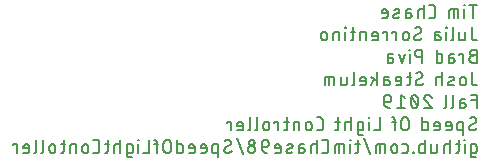
<source format=gbo>
G04 EAGLE Gerber RS-274X export*
G75*
%MOMM*%
%FSLAX34Y34*%
%LPD*%
%INSilkscreen Bottom*%
%IPPOS*%
%AMOC8*
5,1,8,0,0,1.08239X$1,22.5*%
G01*
%ADD10C,0.152400*%


D10*
X415234Y572262D02*
X415234Y583438D01*
X418338Y583438D02*
X412129Y583438D01*
X407995Y579713D02*
X407995Y572262D01*
X408305Y582817D02*
X408305Y583438D01*
X407684Y583438D01*
X407684Y582817D01*
X408305Y582817D01*
X402576Y579713D02*
X402576Y572262D01*
X402576Y579713D02*
X396988Y579713D01*
X396902Y579711D01*
X396816Y579705D01*
X396731Y579695D01*
X396646Y579681D01*
X396561Y579664D01*
X396478Y579642D01*
X396396Y579616D01*
X396315Y579587D01*
X396236Y579554D01*
X396158Y579518D01*
X396081Y579478D01*
X396007Y579434D01*
X395935Y579387D01*
X395865Y579337D01*
X395798Y579283D01*
X395733Y579227D01*
X395671Y579167D01*
X395611Y579105D01*
X395555Y579040D01*
X395501Y578973D01*
X395451Y578903D01*
X395404Y578831D01*
X395360Y578757D01*
X395320Y578680D01*
X395284Y578603D01*
X395251Y578523D01*
X395222Y578442D01*
X395196Y578360D01*
X395174Y578277D01*
X395157Y578192D01*
X395143Y578107D01*
X395133Y578022D01*
X395127Y577936D01*
X395125Y577850D01*
X395125Y572262D01*
X398851Y572262D02*
X398851Y579713D01*
X380844Y572262D02*
X378360Y572262D01*
X380844Y572262D02*
X380942Y572264D01*
X381039Y572270D01*
X381136Y572279D01*
X381233Y572293D01*
X381329Y572310D01*
X381424Y572331D01*
X381518Y572355D01*
X381612Y572384D01*
X381704Y572416D01*
X381795Y572451D01*
X381884Y572490D01*
X381972Y572533D01*
X382058Y572579D01*
X382142Y572628D01*
X382224Y572681D01*
X382304Y572736D01*
X382382Y572795D01*
X382457Y572857D01*
X382530Y572922D01*
X382600Y572990D01*
X382668Y573060D01*
X382733Y573133D01*
X382795Y573208D01*
X382854Y573286D01*
X382909Y573366D01*
X382962Y573448D01*
X383011Y573532D01*
X383057Y573618D01*
X383100Y573706D01*
X383139Y573795D01*
X383174Y573886D01*
X383206Y573978D01*
X383235Y574072D01*
X383259Y574166D01*
X383280Y574261D01*
X383297Y574357D01*
X383311Y574454D01*
X383320Y574551D01*
X383326Y574649D01*
X383328Y574746D01*
X383328Y580954D01*
X383326Y581052D01*
X383320Y581149D01*
X383311Y581246D01*
X383297Y581343D01*
X383280Y581439D01*
X383259Y581534D01*
X383235Y581628D01*
X383206Y581722D01*
X383174Y581814D01*
X383139Y581905D01*
X383100Y581994D01*
X383057Y582082D01*
X383011Y582168D01*
X382962Y582252D01*
X382909Y582334D01*
X382854Y582414D01*
X382795Y582492D01*
X382733Y582567D01*
X382668Y582640D01*
X382600Y582710D01*
X382530Y582778D01*
X382457Y582843D01*
X382382Y582905D01*
X382304Y582964D01*
X382224Y583019D01*
X382142Y583072D01*
X382058Y583121D01*
X381972Y583167D01*
X381884Y583210D01*
X381795Y583249D01*
X381704Y583284D01*
X381612Y583316D01*
X381518Y583345D01*
X381424Y583369D01*
X381329Y583390D01*
X381233Y583407D01*
X381136Y583421D01*
X381039Y583430D01*
X380942Y583436D01*
X380844Y583438D01*
X378360Y583438D01*
X373521Y583438D02*
X373521Y572262D01*
X373521Y579713D02*
X370417Y579713D01*
X370331Y579711D01*
X370245Y579705D01*
X370160Y579695D01*
X370075Y579681D01*
X369990Y579664D01*
X369907Y579642D01*
X369825Y579616D01*
X369744Y579587D01*
X369665Y579554D01*
X369587Y579518D01*
X369510Y579478D01*
X369436Y579434D01*
X369364Y579387D01*
X369294Y579337D01*
X369227Y579283D01*
X369162Y579227D01*
X369100Y579167D01*
X369040Y579105D01*
X368984Y579040D01*
X368930Y578973D01*
X368880Y578903D01*
X368833Y578831D01*
X368789Y578757D01*
X368749Y578680D01*
X368713Y578603D01*
X368680Y578523D01*
X368651Y578442D01*
X368625Y578360D01*
X368603Y578277D01*
X368586Y578192D01*
X368572Y578107D01*
X368562Y578022D01*
X368556Y577936D01*
X368554Y577850D01*
X368554Y572262D01*
X361135Y576608D02*
X358341Y576608D01*
X361135Y576608D02*
X361227Y576606D01*
X361319Y576600D01*
X361411Y576590D01*
X361502Y576577D01*
X361593Y576559D01*
X361683Y576538D01*
X361771Y576513D01*
X361859Y576484D01*
X361945Y576451D01*
X362030Y576415D01*
X362113Y576375D01*
X362195Y576332D01*
X362274Y576285D01*
X362352Y576235D01*
X362427Y576182D01*
X362500Y576126D01*
X362571Y576066D01*
X362639Y576004D01*
X362704Y575939D01*
X362766Y575871D01*
X362826Y575800D01*
X362882Y575727D01*
X362935Y575652D01*
X362985Y575574D01*
X363032Y575495D01*
X363075Y575413D01*
X363115Y575330D01*
X363151Y575245D01*
X363184Y575159D01*
X363213Y575071D01*
X363238Y574983D01*
X363259Y574893D01*
X363277Y574802D01*
X363290Y574711D01*
X363300Y574619D01*
X363306Y574527D01*
X363308Y574435D01*
X363306Y574343D01*
X363300Y574251D01*
X363290Y574159D01*
X363277Y574068D01*
X363259Y573977D01*
X363238Y573887D01*
X363213Y573799D01*
X363184Y573711D01*
X363151Y573625D01*
X363115Y573540D01*
X363075Y573457D01*
X363032Y573375D01*
X362985Y573296D01*
X362935Y573218D01*
X362882Y573143D01*
X362826Y573070D01*
X362766Y572999D01*
X362704Y572931D01*
X362639Y572866D01*
X362571Y572804D01*
X362500Y572744D01*
X362427Y572688D01*
X362352Y572635D01*
X362274Y572585D01*
X362195Y572538D01*
X362113Y572495D01*
X362030Y572455D01*
X361945Y572419D01*
X361859Y572386D01*
X361771Y572357D01*
X361683Y572332D01*
X361593Y572311D01*
X361502Y572293D01*
X361411Y572280D01*
X361319Y572270D01*
X361227Y572264D01*
X361135Y572262D01*
X358341Y572262D01*
X358341Y577850D01*
X358340Y577850D02*
X358342Y577934D01*
X358348Y578017D01*
X358357Y578100D01*
X358370Y578183D01*
X358387Y578265D01*
X358407Y578346D01*
X358431Y578426D01*
X358459Y578505D01*
X358490Y578582D01*
X358524Y578658D01*
X358562Y578733D01*
X358604Y578806D01*
X358648Y578876D01*
X358696Y578945D01*
X358746Y579012D01*
X358800Y579076D01*
X358856Y579137D01*
X358916Y579197D01*
X358977Y579253D01*
X359041Y579307D01*
X359108Y579357D01*
X359177Y579405D01*
X359247Y579449D01*
X359320Y579491D01*
X359395Y579529D01*
X359471Y579563D01*
X359548Y579594D01*
X359627Y579622D01*
X359707Y579646D01*
X359788Y579666D01*
X359870Y579683D01*
X359953Y579696D01*
X360036Y579706D01*
X360119Y579711D01*
X360203Y579713D01*
X362687Y579713D01*
X352016Y576608D02*
X348911Y575366D01*
X352016Y576608D02*
X352088Y576639D01*
X352158Y576673D01*
X352227Y576711D01*
X352294Y576752D01*
X352359Y576796D01*
X352421Y576844D01*
X352481Y576894D01*
X352539Y576947D01*
X352594Y577003D01*
X352646Y577062D01*
X352695Y577123D01*
X352741Y577186D01*
X352784Y577251D01*
X352824Y577319D01*
X352861Y577388D01*
X352894Y577459D01*
X352923Y577532D01*
X352949Y577606D01*
X352972Y577681D01*
X352990Y577757D01*
X353005Y577834D01*
X353017Y577912D01*
X353024Y577990D01*
X353028Y578068D01*
X353027Y578146D01*
X353023Y578225D01*
X353016Y578303D01*
X353004Y578380D01*
X352989Y578457D01*
X352969Y578533D01*
X352947Y578608D01*
X352920Y578682D01*
X352890Y578754D01*
X352857Y578825D01*
X352820Y578894D01*
X352780Y578962D01*
X352736Y579027D01*
X352690Y579090D01*
X352640Y579151D01*
X352588Y579209D01*
X352533Y579265D01*
X352475Y579318D01*
X352414Y579368D01*
X352352Y579415D01*
X352287Y579458D01*
X352220Y579499D01*
X352151Y579537D01*
X352080Y579570D01*
X352008Y579601D01*
X351934Y579628D01*
X351860Y579651D01*
X351784Y579671D01*
X351707Y579687D01*
X351630Y579699D01*
X351552Y579707D01*
X351473Y579712D01*
X351395Y579713D01*
X351395Y579712D02*
X351226Y579708D01*
X351056Y579699D01*
X350887Y579687D01*
X350719Y579670D01*
X350550Y579649D01*
X350383Y579625D01*
X350216Y579596D01*
X350049Y579563D01*
X349884Y579526D01*
X349719Y579485D01*
X349556Y579441D01*
X349393Y579392D01*
X349232Y579340D01*
X349072Y579283D01*
X348914Y579223D01*
X348757Y579159D01*
X348601Y579091D01*
X348911Y575367D02*
X348839Y575336D01*
X348769Y575302D01*
X348700Y575264D01*
X348633Y575223D01*
X348568Y575179D01*
X348506Y575131D01*
X348446Y575081D01*
X348388Y575028D01*
X348333Y574972D01*
X348281Y574913D01*
X348232Y574852D01*
X348186Y574789D01*
X348143Y574724D01*
X348103Y574656D01*
X348066Y574587D01*
X348033Y574516D01*
X348004Y574443D01*
X347978Y574369D01*
X347955Y574294D01*
X347937Y574218D01*
X347922Y574141D01*
X347910Y574063D01*
X347903Y573985D01*
X347899Y573907D01*
X347900Y573829D01*
X347904Y573750D01*
X347911Y573672D01*
X347923Y573595D01*
X347938Y573518D01*
X347958Y573442D01*
X347980Y573367D01*
X348007Y573293D01*
X348037Y573221D01*
X348070Y573150D01*
X348107Y573081D01*
X348147Y573013D01*
X348191Y572948D01*
X348237Y572885D01*
X348287Y572824D01*
X348339Y572766D01*
X348394Y572710D01*
X348452Y572657D01*
X348513Y572607D01*
X348575Y572560D01*
X348640Y572517D01*
X348707Y572476D01*
X348776Y572438D01*
X348847Y572405D01*
X348919Y572374D01*
X348993Y572347D01*
X349067Y572324D01*
X349143Y572304D01*
X349220Y572288D01*
X349297Y572276D01*
X349375Y572268D01*
X349454Y572263D01*
X349532Y572262D01*
X349533Y572262D02*
X349782Y572269D01*
X350030Y572281D01*
X350279Y572299D01*
X350527Y572323D01*
X350774Y572353D01*
X351020Y572389D01*
X351266Y572431D01*
X351510Y572478D01*
X351754Y572532D01*
X351996Y572590D01*
X352236Y572655D01*
X352475Y572725D01*
X352712Y572801D01*
X352947Y572883D01*
X341179Y572262D02*
X338074Y572262D01*
X341179Y572262D02*
X341263Y572264D01*
X341346Y572270D01*
X341429Y572279D01*
X341512Y572292D01*
X341594Y572309D01*
X341675Y572329D01*
X341755Y572353D01*
X341834Y572381D01*
X341911Y572412D01*
X341987Y572446D01*
X342062Y572484D01*
X342135Y572526D01*
X342205Y572570D01*
X342274Y572618D01*
X342341Y572668D01*
X342405Y572722D01*
X342466Y572778D01*
X342526Y572838D01*
X342582Y572899D01*
X342636Y572963D01*
X342686Y573030D01*
X342734Y573099D01*
X342778Y573169D01*
X342820Y573242D01*
X342858Y573317D01*
X342892Y573393D01*
X342923Y573470D01*
X342951Y573549D01*
X342975Y573629D01*
X342995Y573710D01*
X343012Y573792D01*
X343025Y573875D01*
X343035Y573958D01*
X343040Y574041D01*
X343042Y574125D01*
X343041Y574125D02*
X343041Y577229D01*
X343042Y577229D02*
X343040Y577328D01*
X343034Y577426D01*
X343024Y577525D01*
X343011Y577622D01*
X342993Y577720D01*
X342972Y577816D01*
X342946Y577912D01*
X342917Y578006D01*
X342885Y578099D01*
X342848Y578191D01*
X342808Y578281D01*
X342764Y578370D01*
X342717Y578457D01*
X342667Y578542D01*
X342613Y578624D01*
X342556Y578705D01*
X342496Y578783D01*
X342432Y578859D01*
X342366Y578932D01*
X342297Y579003D01*
X342225Y579071D01*
X342150Y579135D01*
X342073Y579197D01*
X341994Y579256D01*
X341912Y579311D01*
X341828Y579364D01*
X341743Y579412D01*
X341655Y579458D01*
X341565Y579500D01*
X341474Y579538D01*
X341382Y579572D01*
X341288Y579603D01*
X341193Y579630D01*
X341097Y579654D01*
X341000Y579673D01*
X340903Y579689D01*
X340805Y579701D01*
X340706Y579709D01*
X340607Y579713D01*
X340509Y579713D01*
X340410Y579709D01*
X340311Y579701D01*
X340213Y579689D01*
X340116Y579673D01*
X340019Y579654D01*
X339923Y579630D01*
X339828Y579603D01*
X339734Y579572D01*
X339642Y579538D01*
X339551Y579500D01*
X339461Y579458D01*
X339373Y579412D01*
X339288Y579364D01*
X339204Y579311D01*
X339122Y579256D01*
X339043Y579197D01*
X338966Y579135D01*
X338891Y579071D01*
X338819Y579003D01*
X338750Y578932D01*
X338684Y578859D01*
X338620Y578783D01*
X338560Y578705D01*
X338503Y578624D01*
X338449Y578542D01*
X338399Y578457D01*
X338352Y578370D01*
X338308Y578281D01*
X338268Y578191D01*
X338231Y578099D01*
X338199Y578006D01*
X338170Y577912D01*
X338144Y577816D01*
X338123Y577720D01*
X338105Y577622D01*
X338092Y577525D01*
X338082Y577426D01*
X338076Y577328D01*
X338074Y577229D01*
X338074Y575987D01*
X343041Y575987D01*
X414613Y564388D02*
X414613Y555696D01*
X414612Y555696D02*
X414614Y555598D01*
X414620Y555501D01*
X414629Y555404D01*
X414643Y555307D01*
X414660Y555211D01*
X414681Y555116D01*
X414705Y555022D01*
X414734Y554928D01*
X414766Y554836D01*
X414801Y554745D01*
X414840Y554656D01*
X414883Y554568D01*
X414929Y554482D01*
X414978Y554398D01*
X415031Y554316D01*
X415086Y554236D01*
X415145Y554158D01*
X415207Y554083D01*
X415272Y554010D01*
X415340Y553940D01*
X415410Y553872D01*
X415483Y553807D01*
X415558Y553745D01*
X415636Y553686D01*
X415716Y553631D01*
X415798Y553578D01*
X415882Y553529D01*
X415968Y553483D01*
X416056Y553440D01*
X416145Y553401D01*
X416236Y553366D01*
X416328Y553334D01*
X416422Y553305D01*
X416516Y553281D01*
X416611Y553260D01*
X416707Y553243D01*
X416804Y553229D01*
X416901Y553220D01*
X416998Y553214D01*
X417096Y553212D01*
X418338Y553212D01*
X408829Y555075D02*
X408829Y560663D01*
X408829Y555075D02*
X408827Y554989D01*
X408821Y554903D01*
X408811Y554818D01*
X408797Y554733D01*
X408780Y554648D01*
X408758Y554565D01*
X408732Y554483D01*
X408703Y554402D01*
X408670Y554323D01*
X408634Y554245D01*
X408594Y554168D01*
X408550Y554094D01*
X408503Y554022D01*
X408453Y553952D01*
X408399Y553885D01*
X408343Y553820D01*
X408283Y553758D01*
X408221Y553698D01*
X408156Y553642D01*
X408089Y553588D01*
X408019Y553538D01*
X407947Y553491D01*
X407873Y553447D01*
X407796Y553407D01*
X407719Y553371D01*
X407639Y553338D01*
X407558Y553309D01*
X407476Y553283D01*
X407393Y553261D01*
X407308Y553244D01*
X407223Y553230D01*
X407138Y553220D01*
X407052Y553214D01*
X406966Y553212D01*
X403862Y553212D01*
X403862Y560663D01*
X398450Y564388D02*
X398450Y555075D01*
X398448Y554989D01*
X398442Y554903D01*
X398432Y554818D01*
X398418Y554733D01*
X398401Y554648D01*
X398379Y554565D01*
X398353Y554483D01*
X398324Y554402D01*
X398291Y554323D01*
X398255Y554245D01*
X398215Y554168D01*
X398171Y554094D01*
X398124Y554022D01*
X398074Y553952D01*
X398020Y553885D01*
X397964Y553820D01*
X397904Y553758D01*
X397842Y553698D01*
X397777Y553642D01*
X397710Y553588D01*
X397640Y553538D01*
X397568Y553491D01*
X397494Y553447D01*
X397417Y553407D01*
X397340Y553371D01*
X397260Y553338D01*
X397179Y553309D01*
X397097Y553283D01*
X397014Y553261D01*
X396929Y553244D01*
X396844Y553230D01*
X396759Y553220D01*
X396673Y553214D01*
X396587Y553212D01*
X392629Y553212D02*
X392629Y560663D01*
X392940Y563767D02*
X392940Y564388D01*
X392319Y564388D01*
X392319Y563767D01*
X392940Y563767D01*
X385774Y557558D02*
X382980Y557558D01*
X385774Y557558D02*
X385866Y557556D01*
X385958Y557550D01*
X386050Y557540D01*
X386141Y557527D01*
X386232Y557509D01*
X386322Y557488D01*
X386410Y557463D01*
X386498Y557434D01*
X386584Y557401D01*
X386669Y557365D01*
X386752Y557325D01*
X386834Y557282D01*
X386913Y557235D01*
X386991Y557185D01*
X387066Y557132D01*
X387139Y557076D01*
X387210Y557016D01*
X387278Y556954D01*
X387343Y556889D01*
X387405Y556821D01*
X387465Y556750D01*
X387521Y556677D01*
X387574Y556602D01*
X387624Y556524D01*
X387671Y556445D01*
X387714Y556363D01*
X387754Y556280D01*
X387790Y556195D01*
X387823Y556109D01*
X387852Y556021D01*
X387877Y555933D01*
X387898Y555843D01*
X387916Y555752D01*
X387929Y555661D01*
X387939Y555569D01*
X387945Y555477D01*
X387947Y555385D01*
X387945Y555293D01*
X387939Y555201D01*
X387929Y555109D01*
X387916Y555018D01*
X387898Y554927D01*
X387877Y554837D01*
X387852Y554749D01*
X387823Y554661D01*
X387790Y554575D01*
X387754Y554490D01*
X387714Y554407D01*
X387671Y554325D01*
X387624Y554246D01*
X387574Y554168D01*
X387521Y554093D01*
X387465Y554020D01*
X387405Y553949D01*
X387343Y553881D01*
X387278Y553816D01*
X387210Y553754D01*
X387139Y553694D01*
X387066Y553638D01*
X386991Y553585D01*
X386913Y553535D01*
X386834Y553488D01*
X386752Y553445D01*
X386669Y553405D01*
X386584Y553369D01*
X386498Y553336D01*
X386410Y553307D01*
X386322Y553282D01*
X386232Y553261D01*
X386141Y553243D01*
X386050Y553230D01*
X385958Y553220D01*
X385866Y553214D01*
X385774Y553212D01*
X382980Y553212D01*
X382980Y558800D01*
X382982Y558884D01*
X382988Y558967D01*
X382997Y559050D01*
X383010Y559133D01*
X383027Y559215D01*
X383047Y559296D01*
X383071Y559376D01*
X383099Y559455D01*
X383130Y559532D01*
X383164Y559608D01*
X383202Y559683D01*
X383244Y559756D01*
X383288Y559826D01*
X383336Y559895D01*
X383386Y559962D01*
X383440Y560026D01*
X383496Y560087D01*
X383556Y560147D01*
X383617Y560203D01*
X383681Y560257D01*
X383748Y560307D01*
X383817Y560355D01*
X383887Y560399D01*
X383960Y560441D01*
X384035Y560479D01*
X384111Y560513D01*
X384188Y560544D01*
X384267Y560572D01*
X384347Y560596D01*
X384428Y560616D01*
X384510Y560633D01*
X384593Y560646D01*
X384676Y560656D01*
X384759Y560661D01*
X384843Y560663D01*
X387327Y560663D01*
X368006Y553212D02*
X367908Y553214D01*
X367811Y553220D01*
X367714Y553229D01*
X367617Y553243D01*
X367521Y553260D01*
X367426Y553281D01*
X367332Y553305D01*
X367238Y553334D01*
X367146Y553366D01*
X367055Y553401D01*
X366966Y553440D01*
X366878Y553483D01*
X366792Y553529D01*
X366708Y553578D01*
X366626Y553631D01*
X366546Y553686D01*
X366468Y553745D01*
X366393Y553807D01*
X366320Y553872D01*
X366250Y553940D01*
X366182Y554010D01*
X366117Y554083D01*
X366055Y554158D01*
X365996Y554236D01*
X365941Y554316D01*
X365888Y554398D01*
X365839Y554482D01*
X365793Y554568D01*
X365750Y554656D01*
X365711Y554745D01*
X365676Y554836D01*
X365644Y554928D01*
X365615Y555022D01*
X365591Y555116D01*
X365570Y555211D01*
X365553Y555307D01*
X365539Y555404D01*
X365530Y555501D01*
X365524Y555598D01*
X365522Y555696D01*
X368006Y553212D02*
X368149Y553214D01*
X368292Y553220D01*
X368434Y553229D01*
X368576Y553243D01*
X368718Y553261D01*
X368859Y553282D01*
X369000Y553307D01*
X369140Y553336D01*
X369279Y553369D01*
X369417Y553405D01*
X369554Y553446D01*
X369690Y553490D01*
X369824Y553537D01*
X369958Y553589D01*
X370089Y553643D01*
X370220Y553702D01*
X370348Y553764D01*
X370475Y553829D01*
X370600Y553898D01*
X370724Y553971D01*
X370845Y554046D01*
X370964Y554125D01*
X371081Y554207D01*
X371195Y554293D01*
X371307Y554381D01*
X371417Y554472D01*
X371524Y554567D01*
X371629Y554664D01*
X371731Y554764D01*
X371421Y561904D02*
X371419Y562002D01*
X371413Y562099D01*
X371404Y562196D01*
X371390Y562293D01*
X371373Y562389D01*
X371352Y562484D01*
X371328Y562578D01*
X371299Y562672D01*
X371267Y562764D01*
X371232Y562855D01*
X371193Y562944D01*
X371150Y563032D01*
X371104Y563118D01*
X371055Y563202D01*
X371002Y563284D01*
X370947Y563364D01*
X370888Y563442D01*
X370826Y563517D01*
X370761Y563590D01*
X370693Y563660D01*
X370623Y563728D01*
X370550Y563793D01*
X370475Y563855D01*
X370397Y563914D01*
X370317Y563969D01*
X370235Y564022D01*
X370151Y564071D01*
X370065Y564117D01*
X369977Y564160D01*
X369888Y564199D01*
X369797Y564234D01*
X369705Y564266D01*
X369611Y564295D01*
X369517Y564319D01*
X369422Y564340D01*
X369326Y564357D01*
X369229Y564371D01*
X369132Y564380D01*
X369035Y564386D01*
X368937Y564388D01*
X368807Y564386D01*
X368677Y564381D01*
X368547Y564372D01*
X368417Y564359D01*
X368288Y564343D01*
X368159Y564323D01*
X368031Y564299D01*
X367903Y564272D01*
X367777Y564241D01*
X367651Y564207D01*
X367526Y564169D01*
X367403Y564128D01*
X367280Y564083D01*
X367159Y564035D01*
X367039Y563984D01*
X366921Y563929D01*
X366805Y563871D01*
X366690Y563810D01*
X366576Y563745D01*
X366465Y563678D01*
X366356Y563607D01*
X366248Y563533D01*
X366143Y563457D01*
X370178Y559731D02*
X370261Y559782D01*
X370342Y559836D01*
X370420Y559893D01*
X370496Y559953D01*
X370570Y560016D01*
X370641Y560082D01*
X370710Y560150D01*
X370776Y560221D01*
X370840Y560294D01*
X370900Y560370D01*
X370957Y560448D01*
X371012Y560529D01*
X371063Y560611D01*
X371111Y560695D01*
X371156Y560781D01*
X371198Y560869D01*
X371236Y560958D01*
X371270Y561048D01*
X371302Y561140D01*
X371329Y561233D01*
X371353Y561327D01*
X371374Y561422D01*
X371390Y561518D01*
X371403Y561614D01*
X371413Y561710D01*
X371418Y561807D01*
X371420Y561904D01*
X366764Y557869D02*
X366681Y557818D01*
X366600Y557764D01*
X366522Y557707D01*
X366446Y557647D01*
X366372Y557584D01*
X366301Y557518D01*
X366232Y557450D01*
X366166Y557379D01*
X366102Y557306D01*
X366042Y557230D01*
X365985Y557152D01*
X365930Y557071D01*
X365879Y556989D01*
X365831Y556905D01*
X365786Y556819D01*
X365744Y556731D01*
X365706Y556642D01*
X365672Y556552D01*
X365640Y556460D01*
X365613Y556367D01*
X365589Y556273D01*
X365568Y556178D01*
X365552Y556082D01*
X365539Y555986D01*
X365529Y555890D01*
X365524Y555793D01*
X365522Y555696D01*
X366764Y557869D02*
X370179Y559731D01*
X360823Y558179D02*
X360823Y555696D01*
X360823Y558179D02*
X360821Y558278D01*
X360815Y558376D01*
X360805Y558475D01*
X360792Y558572D01*
X360774Y558670D01*
X360753Y558766D01*
X360727Y558862D01*
X360698Y558956D01*
X360666Y559049D01*
X360629Y559141D01*
X360589Y559231D01*
X360545Y559320D01*
X360498Y559407D01*
X360448Y559492D01*
X360394Y559574D01*
X360337Y559655D01*
X360277Y559733D01*
X360213Y559809D01*
X360147Y559882D01*
X360078Y559953D01*
X360006Y560021D01*
X359931Y560085D01*
X359854Y560147D01*
X359775Y560206D01*
X359693Y560261D01*
X359609Y560314D01*
X359524Y560362D01*
X359436Y560408D01*
X359346Y560450D01*
X359255Y560488D01*
X359163Y560522D01*
X359069Y560553D01*
X358974Y560580D01*
X358878Y560604D01*
X358781Y560623D01*
X358684Y560639D01*
X358586Y560651D01*
X358487Y560659D01*
X358388Y560663D01*
X358290Y560663D01*
X358191Y560659D01*
X358092Y560651D01*
X357994Y560639D01*
X357897Y560623D01*
X357800Y560604D01*
X357704Y560580D01*
X357609Y560553D01*
X357515Y560522D01*
X357423Y560488D01*
X357332Y560450D01*
X357242Y560408D01*
X357154Y560362D01*
X357069Y560314D01*
X356985Y560261D01*
X356903Y560206D01*
X356824Y560147D01*
X356747Y560085D01*
X356672Y560021D01*
X356600Y559953D01*
X356531Y559882D01*
X356465Y559809D01*
X356401Y559733D01*
X356341Y559655D01*
X356284Y559574D01*
X356230Y559492D01*
X356180Y559407D01*
X356133Y559320D01*
X356089Y559231D01*
X356049Y559141D01*
X356012Y559049D01*
X355980Y558956D01*
X355951Y558862D01*
X355925Y558766D01*
X355904Y558670D01*
X355886Y558572D01*
X355873Y558475D01*
X355863Y558376D01*
X355857Y558278D01*
X355855Y558179D01*
X355856Y558179D02*
X355856Y555696D01*
X355855Y555696D02*
X355857Y555597D01*
X355863Y555499D01*
X355873Y555400D01*
X355886Y555303D01*
X355904Y555205D01*
X355925Y555109D01*
X355951Y555013D01*
X355980Y554919D01*
X356012Y554826D01*
X356049Y554734D01*
X356089Y554644D01*
X356133Y554555D01*
X356180Y554468D01*
X356230Y554383D01*
X356284Y554301D01*
X356341Y554220D01*
X356401Y554142D01*
X356465Y554066D01*
X356531Y553993D01*
X356600Y553922D01*
X356672Y553854D01*
X356747Y553790D01*
X356824Y553728D01*
X356903Y553669D01*
X356985Y553614D01*
X357069Y553561D01*
X357154Y553513D01*
X357242Y553467D01*
X357332Y553425D01*
X357423Y553387D01*
X357515Y553353D01*
X357609Y553322D01*
X357704Y553295D01*
X357800Y553271D01*
X357897Y553252D01*
X357994Y553236D01*
X358092Y553224D01*
X358191Y553216D01*
X358290Y553212D01*
X358388Y553212D01*
X358487Y553216D01*
X358586Y553224D01*
X358684Y553236D01*
X358781Y553252D01*
X358878Y553271D01*
X358974Y553295D01*
X359069Y553322D01*
X359163Y553353D01*
X359255Y553387D01*
X359346Y553425D01*
X359436Y553467D01*
X359524Y553513D01*
X359609Y553561D01*
X359693Y553614D01*
X359775Y553669D01*
X359854Y553728D01*
X359931Y553790D01*
X360006Y553854D01*
X360078Y553922D01*
X360147Y553993D01*
X360213Y554066D01*
X360277Y554142D01*
X360337Y554220D01*
X360394Y554301D01*
X360448Y554383D01*
X360498Y554468D01*
X360545Y554555D01*
X360589Y554644D01*
X360629Y554734D01*
X360666Y554826D01*
X360698Y554919D01*
X360727Y555013D01*
X360753Y555109D01*
X360774Y555205D01*
X360792Y555303D01*
X360805Y555400D01*
X360815Y555499D01*
X360821Y555597D01*
X360823Y555696D01*
X350453Y553212D02*
X350453Y560663D01*
X346728Y560663D01*
X346728Y559421D01*
X342452Y560663D02*
X342452Y553212D01*
X342452Y560663D02*
X338727Y560663D01*
X338727Y559421D01*
X333052Y553212D02*
X329948Y553212D01*
X333052Y553212D02*
X333136Y553214D01*
X333219Y553220D01*
X333302Y553229D01*
X333385Y553242D01*
X333467Y553259D01*
X333548Y553279D01*
X333628Y553303D01*
X333707Y553331D01*
X333784Y553362D01*
X333860Y553396D01*
X333935Y553434D01*
X334008Y553476D01*
X334078Y553520D01*
X334147Y553568D01*
X334214Y553618D01*
X334278Y553672D01*
X334339Y553728D01*
X334399Y553788D01*
X334455Y553849D01*
X334509Y553913D01*
X334559Y553980D01*
X334607Y554049D01*
X334651Y554119D01*
X334693Y554192D01*
X334731Y554267D01*
X334765Y554343D01*
X334796Y554420D01*
X334824Y554499D01*
X334848Y554579D01*
X334868Y554660D01*
X334885Y554742D01*
X334898Y554825D01*
X334908Y554908D01*
X334913Y554991D01*
X334915Y555075D01*
X334915Y558179D01*
X334913Y558278D01*
X334907Y558376D01*
X334897Y558475D01*
X334884Y558572D01*
X334866Y558670D01*
X334845Y558766D01*
X334819Y558862D01*
X334790Y558956D01*
X334758Y559049D01*
X334721Y559141D01*
X334681Y559231D01*
X334637Y559320D01*
X334590Y559407D01*
X334540Y559492D01*
X334486Y559574D01*
X334429Y559655D01*
X334369Y559733D01*
X334305Y559809D01*
X334239Y559882D01*
X334170Y559953D01*
X334098Y560021D01*
X334023Y560085D01*
X333946Y560147D01*
X333867Y560206D01*
X333785Y560261D01*
X333701Y560314D01*
X333616Y560362D01*
X333528Y560408D01*
X333438Y560450D01*
X333347Y560488D01*
X333255Y560522D01*
X333161Y560553D01*
X333066Y560580D01*
X332970Y560604D01*
X332873Y560623D01*
X332776Y560639D01*
X332678Y560651D01*
X332579Y560659D01*
X332480Y560663D01*
X332382Y560663D01*
X332283Y560659D01*
X332184Y560651D01*
X332086Y560639D01*
X331989Y560623D01*
X331892Y560604D01*
X331796Y560580D01*
X331701Y560553D01*
X331607Y560522D01*
X331515Y560488D01*
X331424Y560450D01*
X331334Y560408D01*
X331246Y560362D01*
X331161Y560314D01*
X331077Y560261D01*
X330995Y560206D01*
X330916Y560147D01*
X330839Y560085D01*
X330764Y560021D01*
X330692Y559953D01*
X330623Y559882D01*
X330557Y559809D01*
X330493Y559733D01*
X330433Y559655D01*
X330376Y559574D01*
X330322Y559492D01*
X330272Y559407D01*
X330225Y559320D01*
X330181Y559231D01*
X330141Y559141D01*
X330104Y559049D01*
X330072Y558956D01*
X330043Y558862D01*
X330017Y558766D01*
X329996Y558670D01*
X329978Y558572D01*
X329965Y558475D01*
X329955Y558376D01*
X329949Y558278D01*
X329947Y558179D01*
X329948Y558179D02*
X329948Y556937D01*
X334915Y556937D01*
X324628Y553212D02*
X324628Y560663D01*
X321524Y560663D01*
X321438Y560661D01*
X321352Y560655D01*
X321267Y560645D01*
X321182Y560631D01*
X321097Y560614D01*
X321014Y560592D01*
X320932Y560566D01*
X320851Y560537D01*
X320772Y560504D01*
X320694Y560468D01*
X320617Y560428D01*
X320543Y560384D01*
X320471Y560337D01*
X320401Y560287D01*
X320334Y560233D01*
X320269Y560177D01*
X320207Y560117D01*
X320147Y560055D01*
X320091Y559990D01*
X320037Y559923D01*
X319987Y559853D01*
X319940Y559781D01*
X319896Y559707D01*
X319856Y559630D01*
X319820Y559553D01*
X319787Y559473D01*
X319758Y559392D01*
X319732Y559310D01*
X319710Y559227D01*
X319693Y559142D01*
X319679Y559057D01*
X319669Y558972D01*
X319663Y558886D01*
X319661Y558800D01*
X319661Y553212D01*
X315360Y560663D02*
X311634Y560663D01*
X314118Y564388D02*
X314118Y555075D01*
X314116Y554991D01*
X314110Y554908D01*
X314101Y554825D01*
X314088Y554742D01*
X314071Y554660D01*
X314051Y554579D01*
X314027Y554499D01*
X313999Y554420D01*
X313968Y554343D01*
X313934Y554267D01*
X313896Y554192D01*
X313854Y554119D01*
X313810Y554049D01*
X313762Y553980D01*
X313712Y553913D01*
X313658Y553849D01*
X313602Y553788D01*
X313542Y553728D01*
X313481Y553672D01*
X313417Y553618D01*
X313350Y553568D01*
X313281Y553520D01*
X313211Y553476D01*
X313138Y553434D01*
X313063Y553396D01*
X312987Y553362D01*
X312910Y553331D01*
X312831Y553303D01*
X312751Y553279D01*
X312670Y553259D01*
X312588Y553242D01*
X312505Y553229D01*
X312422Y553219D01*
X312339Y553214D01*
X312255Y553212D01*
X311634Y553212D01*
X307286Y553212D02*
X307286Y560663D01*
X307596Y563767D02*
X307596Y564388D01*
X306975Y564388D01*
X306975Y563767D01*
X307596Y563767D01*
X302149Y560663D02*
X302149Y553212D01*
X302149Y560663D02*
X299045Y560663D01*
X298959Y560661D01*
X298873Y560655D01*
X298788Y560645D01*
X298703Y560631D01*
X298618Y560614D01*
X298535Y560592D01*
X298453Y560566D01*
X298372Y560537D01*
X298293Y560504D01*
X298215Y560468D01*
X298138Y560428D01*
X298064Y560384D01*
X297992Y560337D01*
X297922Y560287D01*
X297855Y560233D01*
X297790Y560177D01*
X297728Y560117D01*
X297668Y560055D01*
X297612Y559990D01*
X297558Y559923D01*
X297508Y559853D01*
X297461Y559781D01*
X297417Y559707D01*
X297377Y559630D01*
X297341Y559553D01*
X297308Y559473D01*
X297279Y559392D01*
X297253Y559310D01*
X297231Y559227D01*
X297214Y559142D01*
X297200Y559057D01*
X297190Y558972D01*
X297184Y558886D01*
X297182Y558800D01*
X297182Y553212D01*
X291862Y555696D02*
X291862Y558179D01*
X291863Y558179D02*
X291861Y558278D01*
X291855Y558376D01*
X291845Y558475D01*
X291832Y558572D01*
X291814Y558670D01*
X291793Y558766D01*
X291767Y558862D01*
X291738Y558956D01*
X291706Y559049D01*
X291669Y559141D01*
X291629Y559231D01*
X291585Y559320D01*
X291538Y559407D01*
X291488Y559492D01*
X291434Y559574D01*
X291377Y559655D01*
X291317Y559733D01*
X291253Y559809D01*
X291187Y559882D01*
X291118Y559953D01*
X291046Y560021D01*
X290971Y560085D01*
X290894Y560147D01*
X290815Y560206D01*
X290733Y560261D01*
X290649Y560314D01*
X290564Y560362D01*
X290476Y560408D01*
X290386Y560450D01*
X290295Y560488D01*
X290203Y560522D01*
X290109Y560553D01*
X290014Y560580D01*
X289918Y560604D01*
X289821Y560623D01*
X289724Y560639D01*
X289626Y560651D01*
X289527Y560659D01*
X289428Y560663D01*
X289330Y560663D01*
X289231Y560659D01*
X289132Y560651D01*
X289034Y560639D01*
X288937Y560623D01*
X288840Y560604D01*
X288744Y560580D01*
X288649Y560553D01*
X288555Y560522D01*
X288463Y560488D01*
X288372Y560450D01*
X288282Y560408D01*
X288194Y560362D01*
X288109Y560314D01*
X288025Y560261D01*
X287943Y560206D01*
X287864Y560147D01*
X287787Y560085D01*
X287712Y560021D01*
X287640Y559953D01*
X287571Y559882D01*
X287505Y559809D01*
X287441Y559733D01*
X287381Y559655D01*
X287324Y559574D01*
X287270Y559492D01*
X287220Y559407D01*
X287173Y559320D01*
X287129Y559231D01*
X287089Y559141D01*
X287052Y559049D01*
X287020Y558956D01*
X286991Y558862D01*
X286965Y558766D01*
X286944Y558670D01*
X286926Y558572D01*
X286913Y558475D01*
X286903Y558376D01*
X286897Y558278D01*
X286895Y558179D01*
X286895Y555696D01*
X286897Y555597D01*
X286903Y555499D01*
X286913Y555400D01*
X286926Y555303D01*
X286944Y555205D01*
X286965Y555109D01*
X286991Y555013D01*
X287020Y554919D01*
X287052Y554826D01*
X287089Y554734D01*
X287129Y554644D01*
X287173Y554555D01*
X287220Y554468D01*
X287270Y554383D01*
X287324Y554301D01*
X287381Y554220D01*
X287441Y554142D01*
X287505Y554066D01*
X287571Y553993D01*
X287640Y553922D01*
X287712Y553854D01*
X287787Y553790D01*
X287864Y553728D01*
X287943Y553669D01*
X288025Y553614D01*
X288109Y553561D01*
X288194Y553513D01*
X288282Y553467D01*
X288372Y553425D01*
X288463Y553387D01*
X288555Y553353D01*
X288649Y553322D01*
X288744Y553295D01*
X288840Y553271D01*
X288937Y553252D01*
X289034Y553236D01*
X289132Y553224D01*
X289231Y553216D01*
X289330Y553212D01*
X289428Y553212D01*
X289527Y553216D01*
X289626Y553224D01*
X289724Y553236D01*
X289821Y553252D01*
X289918Y553271D01*
X290014Y553295D01*
X290109Y553322D01*
X290203Y553353D01*
X290295Y553387D01*
X290386Y553425D01*
X290476Y553467D01*
X290564Y553513D01*
X290649Y553561D01*
X290733Y553614D01*
X290815Y553669D01*
X290894Y553728D01*
X290971Y553790D01*
X291046Y553854D01*
X291118Y553922D01*
X291187Y553993D01*
X291253Y554066D01*
X291317Y554142D01*
X291377Y554220D01*
X291434Y554301D01*
X291488Y554383D01*
X291538Y554468D01*
X291585Y554555D01*
X291629Y554644D01*
X291669Y554734D01*
X291706Y554826D01*
X291738Y554919D01*
X291767Y555013D01*
X291793Y555109D01*
X291814Y555205D01*
X291832Y555303D01*
X291845Y555400D01*
X291855Y555499D01*
X291861Y555597D01*
X291863Y555696D01*
X415234Y540371D02*
X418338Y540371D01*
X415234Y540370D02*
X415123Y540368D01*
X415013Y540362D01*
X414902Y540352D01*
X414792Y540338D01*
X414683Y540321D01*
X414574Y540299D01*
X414466Y540274D01*
X414360Y540244D01*
X414254Y540211D01*
X414149Y540174D01*
X414046Y540134D01*
X413945Y540089D01*
X413845Y540042D01*
X413746Y539990D01*
X413650Y539935D01*
X413556Y539877D01*
X413464Y539816D01*
X413374Y539751D01*
X413286Y539683D01*
X413201Y539612D01*
X413119Y539538D01*
X413039Y539461D01*
X412962Y539381D01*
X412888Y539299D01*
X412817Y539214D01*
X412749Y539126D01*
X412684Y539036D01*
X412623Y538944D01*
X412565Y538850D01*
X412510Y538754D01*
X412458Y538655D01*
X412411Y538555D01*
X412366Y538454D01*
X412326Y538351D01*
X412289Y538246D01*
X412256Y538140D01*
X412226Y538034D01*
X412201Y537926D01*
X412179Y537817D01*
X412162Y537708D01*
X412148Y537598D01*
X412138Y537487D01*
X412132Y537377D01*
X412130Y537266D01*
X412132Y537155D01*
X412138Y537045D01*
X412148Y536934D01*
X412162Y536824D01*
X412179Y536715D01*
X412201Y536606D01*
X412226Y536498D01*
X412256Y536392D01*
X412289Y536286D01*
X412326Y536181D01*
X412366Y536078D01*
X412411Y535977D01*
X412458Y535877D01*
X412510Y535778D01*
X412565Y535682D01*
X412623Y535588D01*
X412684Y535496D01*
X412749Y535406D01*
X412817Y535318D01*
X412888Y535233D01*
X412962Y535151D01*
X413039Y535071D01*
X413119Y534994D01*
X413201Y534920D01*
X413286Y534849D01*
X413374Y534781D01*
X413464Y534716D01*
X413556Y534655D01*
X413650Y534597D01*
X413746Y534542D01*
X413845Y534490D01*
X413945Y534443D01*
X414046Y534398D01*
X414149Y534358D01*
X414254Y534321D01*
X414360Y534288D01*
X414466Y534258D01*
X414574Y534233D01*
X414683Y534211D01*
X414792Y534194D01*
X414902Y534180D01*
X415013Y534170D01*
X415123Y534164D01*
X415234Y534162D01*
X418338Y534162D01*
X418338Y545338D01*
X415234Y545338D01*
X415135Y545336D01*
X415037Y545330D01*
X414938Y545320D01*
X414841Y545307D01*
X414743Y545289D01*
X414647Y545268D01*
X414551Y545242D01*
X414457Y545213D01*
X414364Y545181D01*
X414272Y545144D01*
X414182Y545104D01*
X414093Y545060D01*
X414006Y545013D01*
X413921Y544963D01*
X413839Y544909D01*
X413758Y544852D01*
X413680Y544792D01*
X413604Y544728D01*
X413531Y544662D01*
X413460Y544593D01*
X413392Y544521D01*
X413328Y544446D01*
X413266Y544369D01*
X413207Y544290D01*
X413152Y544208D01*
X413099Y544124D01*
X413051Y544039D01*
X413005Y543951D01*
X412963Y543861D01*
X412925Y543770D01*
X412891Y543678D01*
X412860Y543584D01*
X412833Y543489D01*
X412809Y543393D01*
X412790Y543296D01*
X412774Y543199D01*
X412762Y543101D01*
X412754Y543002D01*
X412750Y542903D01*
X412750Y542805D01*
X412754Y542706D01*
X412762Y542607D01*
X412774Y542509D01*
X412790Y542412D01*
X412809Y542315D01*
X412833Y542219D01*
X412860Y542124D01*
X412891Y542030D01*
X412925Y541938D01*
X412963Y541847D01*
X413005Y541757D01*
X413051Y541669D01*
X413099Y541584D01*
X413152Y541500D01*
X413207Y541418D01*
X413266Y541339D01*
X413328Y541262D01*
X413392Y541187D01*
X413460Y541115D01*
X413531Y541046D01*
X413604Y540980D01*
X413680Y540916D01*
X413758Y540856D01*
X413839Y540799D01*
X413921Y540745D01*
X414006Y540695D01*
X414093Y540648D01*
X414182Y540604D01*
X414272Y540564D01*
X414364Y540527D01*
X414457Y540495D01*
X414551Y540466D01*
X414647Y540440D01*
X414743Y540419D01*
X414841Y540401D01*
X414938Y540388D01*
X415037Y540378D01*
X415135Y540372D01*
X415234Y540370D01*
X407178Y541613D02*
X407178Y534162D01*
X407178Y541613D02*
X403453Y541613D01*
X403453Y540371D01*
X397541Y538508D02*
X394747Y538508D01*
X397541Y538508D02*
X397633Y538506D01*
X397725Y538500D01*
X397817Y538490D01*
X397908Y538477D01*
X397999Y538459D01*
X398089Y538438D01*
X398177Y538413D01*
X398265Y538384D01*
X398351Y538351D01*
X398436Y538315D01*
X398519Y538275D01*
X398601Y538232D01*
X398680Y538185D01*
X398758Y538135D01*
X398833Y538082D01*
X398906Y538026D01*
X398977Y537966D01*
X399045Y537904D01*
X399110Y537839D01*
X399172Y537771D01*
X399232Y537700D01*
X399288Y537627D01*
X399341Y537552D01*
X399391Y537474D01*
X399438Y537395D01*
X399481Y537313D01*
X399521Y537230D01*
X399557Y537145D01*
X399590Y537059D01*
X399619Y536971D01*
X399644Y536883D01*
X399665Y536793D01*
X399683Y536702D01*
X399696Y536611D01*
X399706Y536519D01*
X399712Y536427D01*
X399714Y536335D01*
X399712Y536243D01*
X399706Y536151D01*
X399696Y536059D01*
X399683Y535968D01*
X399665Y535877D01*
X399644Y535787D01*
X399619Y535699D01*
X399590Y535611D01*
X399557Y535525D01*
X399521Y535440D01*
X399481Y535357D01*
X399438Y535275D01*
X399391Y535196D01*
X399341Y535118D01*
X399288Y535043D01*
X399232Y534970D01*
X399172Y534899D01*
X399110Y534831D01*
X399045Y534766D01*
X398977Y534704D01*
X398906Y534644D01*
X398833Y534588D01*
X398758Y534535D01*
X398680Y534485D01*
X398601Y534438D01*
X398519Y534395D01*
X398436Y534355D01*
X398351Y534319D01*
X398265Y534286D01*
X398177Y534257D01*
X398089Y534232D01*
X397999Y534211D01*
X397908Y534193D01*
X397817Y534180D01*
X397725Y534170D01*
X397633Y534164D01*
X397541Y534162D01*
X394747Y534162D01*
X394747Y539750D01*
X394749Y539834D01*
X394755Y539917D01*
X394764Y540000D01*
X394777Y540083D01*
X394794Y540165D01*
X394814Y540246D01*
X394838Y540326D01*
X394866Y540405D01*
X394897Y540482D01*
X394931Y540558D01*
X394969Y540633D01*
X395011Y540706D01*
X395055Y540776D01*
X395103Y540845D01*
X395153Y540912D01*
X395207Y540976D01*
X395263Y541037D01*
X395323Y541097D01*
X395384Y541153D01*
X395448Y541207D01*
X395515Y541257D01*
X395584Y541305D01*
X395654Y541349D01*
X395727Y541391D01*
X395802Y541429D01*
X395878Y541463D01*
X395955Y541494D01*
X396034Y541522D01*
X396114Y541546D01*
X396195Y541566D01*
X396277Y541583D01*
X396360Y541596D01*
X396443Y541606D01*
X396526Y541611D01*
X396610Y541613D01*
X399094Y541613D01*
X384460Y545338D02*
X384460Y534162D01*
X387565Y534162D01*
X387649Y534164D01*
X387732Y534170D01*
X387815Y534179D01*
X387898Y534192D01*
X387980Y534209D01*
X388061Y534229D01*
X388141Y534253D01*
X388220Y534281D01*
X388297Y534312D01*
X388373Y534346D01*
X388448Y534384D01*
X388521Y534426D01*
X388591Y534470D01*
X388660Y534518D01*
X388727Y534568D01*
X388791Y534622D01*
X388852Y534678D01*
X388912Y534738D01*
X388968Y534799D01*
X389022Y534863D01*
X389072Y534930D01*
X389120Y534999D01*
X389164Y535069D01*
X389206Y535142D01*
X389244Y535217D01*
X389278Y535293D01*
X389309Y535370D01*
X389337Y535449D01*
X389361Y535529D01*
X389381Y535610D01*
X389398Y535692D01*
X389411Y535775D01*
X389421Y535858D01*
X389426Y535941D01*
X389428Y536025D01*
X389428Y539750D01*
X389426Y539834D01*
X389421Y539917D01*
X389411Y540000D01*
X389398Y540083D01*
X389381Y540165D01*
X389361Y540246D01*
X389337Y540326D01*
X389309Y540405D01*
X389278Y540482D01*
X389244Y540558D01*
X389206Y540633D01*
X389164Y540706D01*
X389120Y540776D01*
X389072Y540845D01*
X389022Y540912D01*
X388968Y540976D01*
X388912Y541037D01*
X388852Y541097D01*
X388791Y541153D01*
X388727Y541207D01*
X388660Y541257D01*
X388591Y541305D01*
X388521Y541349D01*
X388448Y541391D01*
X388373Y541429D01*
X388297Y541463D01*
X388220Y541494D01*
X388141Y541522D01*
X388061Y541546D01*
X387980Y541566D01*
X387898Y541583D01*
X387815Y541596D01*
X387732Y541606D01*
X387649Y541611D01*
X387565Y541613D01*
X384460Y541613D01*
X372237Y545338D02*
X372237Y534162D01*
X372237Y545338D02*
X369133Y545338D01*
X369022Y545336D01*
X368912Y545330D01*
X368801Y545320D01*
X368691Y545306D01*
X368582Y545289D01*
X368473Y545267D01*
X368365Y545242D01*
X368259Y545212D01*
X368153Y545179D01*
X368048Y545142D01*
X367945Y545102D01*
X367844Y545057D01*
X367744Y545010D01*
X367645Y544958D01*
X367549Y544903D01*
X367455Y544845D01*
X367363Y544784D01*
X367273Y544719D01*
X367185Y544651D01*
X367100Y544580D01*
X367018Y544506D01*
X366938Y544429D01*
X366861Y544349D01*
X366787Y544267D01*
X366716Y544182D01*
X366648Y544094D01*
X366583Y544004D01*
X366522Y543912D01*
X366464Y543818D01*
X366409Y543722D01*
X366357Y543623D01*
X366310Y543523D01*
X366265Y543422D01*
X366225Y543319D01*
X366188Y543214D01*
X366155Y543108D01*
X366125Y543002D01*
X366100Y542894D01*
X366078Y542785D01*
X366061Y542676D01*
X366047Y542566D01*
X366037Y542455D01*
X366031Y542345D01*
X366029Y542234D01*
X366031Y542123D01*
X366037Y542013D01*
X366047Y541902D01*
X366061Y541792D01*
X366078Y541683D01*
X366100Y541574D01*
X366125Y541466D01*
X366155Y541360D01*
X366188Y541254D01*
X366225Y541149D01*
X366265Y541046D01*
X366310Y540945D01*
X366357Y540845D01*
X366409Y540746D01*
X366464Y540650D01*
X366522Y540556D01*
X366583Y540464D01*
X366648Y540374D01*
X366716Y540286D01*
X366787Y540201D01*
X366861Y540119D01*
X366938Y540039D01*
X367018Y539962D01*
X367100Y539888D01*
X367185Y539817D01*
X367273Y539749D01*
X367363Y539684D01*
X367455Y539623D01*
X367549Y539565D01*
X367645Y539510D01*
X367744Y539458D01*
X367844Y539411D01*
X367945Y539366D01*
X368048Y539326D01*
X368153Y539289D01*
X368259Y539256D01*
X368365Y539226D01*
X368473Y539201D01*
X368582Y539179D01*
X368691Y539162D01*
X368801Y539148D01*
X368912Y539138D01*
X369022Y539132D01*
X369133Y539130D01*
X369133Y539129D02*
X372237Y539129D01*
X361724Y541613D02*
X361724Y534162D01*
X362035Y544717D02*
X362035Y545338D01*
X361414Y545338D01*
X361414Y544717D01*
X362035Y544717D01*
X357350Y541613D02*
X354866Y534162D01*
X352383Y541613D01*
X345726Y538508D02*
X342932Y538508D01*
X345726Y538508D02*
X345818Y538506D01*
X345910Y538500D01*
X346002Y538490D01*
X346093Y538477D01*
X346184Y538459D01*
X346274Y538438D01*
X346362Y538413D01*
X346450Y538384D01*
X346536Y538351D01*
X346621Y538315D01*
X346704Y538275D01*
X346786Y538232D01*
X346865Y538185D01*
X346943Y538135D01*
X347018Y538082D01*
X347091Y538026D01*
X347162Y537966D01*
X347230Y537904D01*
X347295Y537839D01*
X347357Y537771D01*
X347417Y537700D01*
X347473Y537627D01*
X347526Y537552D01*
X347576Y537474D01*
X347623Y537395D01*
X347666Y537313D01*
X347706Y537230D01*
X347742Y537145D01*
X347775Y537059D01*
X347804Y536971D01*
X347829Y536883D01*
X347850Y536793D01*
X347868Y536702D01*
X347881Y536611D01*
X347891Y536519D01*
X347897Y536427D01*
X347899Y536335D01*
X347897Y536243D01*
X347891Y536151D01*
X347881Y536059D01*
X347868Y535968D01*
X347850Y535877D01*
X347829Y535787D01*
X347804Y535699D01*
X347775Y535611D01*
X347742Y535525D01*
X347706Y535440D01*
X347666Y535357D01*
X347623Y535275D01*
X347576Y535196D01*
X347526Y535118D01*
X347473Y535043D01*
X347417Y534970D01*
X347357Y534899D01*
X347295Y534831D01*
X347230Y534766D01*
X347162Y534704D01*
X347091Y534644D01*
X347018Y534588D01*
X346943Y534535D01*
X346865Y534485D01*
X346786Y534438D01*
X346704Y534395D01*
X346621Y534355D01*
X346536Y534319D01*
X346450Y534286D01*
X346362Y534257D01*
X346274Y534232D01*
X346184Y534211D01*
X346093Y534193D01*
X346002Y534180D01*
X345910Y534170D01*
X345818Y534164D01*
X345726Y534162D01*
X342932Y534162D01*
X342932Y539750D01*
X342931Y539750D02*
X342933Y539834D01*
X342939Y539917D01*
X342948Y540000D01*
X342961Y540083D01*
X342978Y540165D01*
X342998Y540246D01*
X343022Y540326D01*
X343050Y540405D01*
X343081Y540482D01*
X343115Y540558D01*
X343153Y540633D01*
X343195Y540706D01*
X343239Y540776D01*
X343287Y540845D01*
X343337Y540912D01*
X343391Y540976D01*
X343447Y541037D01*
X343507Y541097D01*
X343568Y541153D01*
X343632Y541207D01*
X343699Y541257D01*
X343768Y541305D01*
X343838Y541349D01*
X343911Y541391D01*
X343986Y541429D01*
X344062Y541463D01*
X344139Y541494D01*
X344218Y541522D01*
X344298Y541546D01*
X344379Y541566D01*
X344461Y541583D01*
X344544Y541596D01*
X344627Y541606D01*
X344710Y541611D01*
X344794Y541613D01*
X347278Y541613D01*
X414613Y526288D02*
X414613Y517596D01*
X414612Y517596D02*
X414614Y517498D01*
X414620Y517401D01*
X414629Y517304D01*
X414643Y517207D01*
X414660Y517111D01*
X414681Y517016D01*
X414705Y516922D01*
X414734Y516828D01*
X414766Y516736D01*
X414801Y516645D01*
X414840Y516556D01*
X414883Y516468D01*
X414929Y516382D01*
X414978Y516298D01*
X415031Y516216D01*
X415086Y516136D01*
X415145Y516058D01*
X415207Y515983D01*
X415272Y515910D01*
X415340Y515840D01*
X415410Y515772D01*
X415483Y515707D01*
X415558Y515645D01*
X415636Y515586D01*
X415716Y515531D01*
X415798Y515478D01*
X415882Y515429D01*
X415968Y515383D01*
X416056Y515340D01*
X416145Y515301D01*
X416236Y515266D01*
X416328Y515234D01*
X416422Y515205D01*
X416516Y515181D01*
X416611Y515160D01*
X416707Y515143D01*
X416804Y515129D01*
X416901Y515120D01*
X416998Y515114D01*
X417096Y515112D01*
X418338Y515112D01*
X409210Y517596D02*
X409210Y520079D01*
X409208Y520178D01*
X409202Y520276D01*
X409192Y520375D01*
X409179Y520472D01*
X409161Y520570D01*
X409140Y520666D01*
X409114Y520762D01*
X409085Y520856D01*
X409053Y520949D01*
X409016Y521041D01*
X408976Y521131D01*
X408932Y521220D01*
X408885Y521307D01*
X408835Y521392D01*
X408781Y521474D01*
X408724Y521555D01*
X408664Y521633D01*
X408600Y521709D01*
X408534Y521782D01*
X408465Y521853D01*
X408393Y521921D01*
X408318Y521985D01*
X408241Y522047D01*
X408162Y522106D01*
X408080Y522161D01*
X407996Y522214D01*
X407911Y522262D01*
X407823Y522308D01*
X407733Y522350D01*
X407642Y522388D01*
X407550Y522422D01*
X407456Y522453D01*
X407361Y522480D01*
X407265Y522504D01*
X407168Y522523D01*
X407071Y522539D01*
X406973Y522551D01*
X406874Y522559D01*
X406775Y522563D01*
X406677Y522563D01*
X406578Y522559D01*
X406479Y522551D01*
X406381Y522539D01*
X406284Y522523D01*
X406187Y522504D01*
X406091Y522480D01*
X405996Y522453D01*
X405902Y522422D01*
X405810Y522388D01*
X405719Y522350D01*
X405629Y522308D01*
X405541Y522262D01*
X405456Y522214D01*
X405372Y522161D01*
X405290Y522106D01*
X405211Y522047D01*
X405134Y521985D01*
X405059Y521921D01*
X404987Y521853D01*
X404918Y521782D01*
X404852Y521709D01*
X404788Y521633D01*
X404728Y521555D01*
X404671Y521474D01*
X404617Y521392D01*
X404567Y521307D01*
X404520Y521220D01*
X404476Y521131D01*
X404436Y521041D01*
X404399Y520949D01*
X404367Y520856D01*
X404338Y520762D01*
X404312Y520666D01*
X404291Y520570D01*
X404273Y520472D01*
X404260Y520375D01*
X404250Y520276D01*
X404244Y520178D01*
X404242Y520079D01*
X404243Y520079D02*
X404243Y517596D01*
X404242Y517596D02*
X404244Y517497D01*
X404250Y517399D01*
X404260Y517300D01*
X404273Y517203D01*
X404291Y517105D01*
X404312Y517009D01*
X404338Y516913D01*
X404367Y516819D01*
X404399Y516726D01*
X404436Y516634D01*
X404476Y516544D01*
X404520Y516455D01*
X404567Y516368D01*
X404617Y516283D01*
X404671Y516201D01*
X404728Y516120D01*
X404788Y516042D01*
X404852Y515966D01*
X404918Y515893D01*
X404987Y515822D01*
X405059Y515754D01*
X405134Y515690D01*
X405211Y515628D01*
X405290Y515569D01*
X405372Y515514D01*
X405456Y515461D01*
X405541Y515413D01*
X405629Y515367D01*
X405719Y515325D01*
X405810Y515287D01*
X405902Y515253D01*
X405996Y515222D01*
X406091Y515195D01*
X406187Y515171D01*
X406284Y515152D01*
X406381Y515136D01*
X406479Y515124D01*
X406578Y515116D01*
X406677Y515112D01*
X406775Y515112D01*
X406874Y515116D01*
X406973Y515124D01*
X407071Y515136D01*
X407168Y515152D01*
X407265Y515171D01*
X407361Y515195D01*
X407456Y515222D01*
X407550Y515253D01*
X407642Y515287D01*
X407733Y515325D01*
X407823Y515367D01*
X407911Y515413D01*
X407996Y515461D01*
X408080Y515514D01*
X408162Y515569D01*
X408241Y515628D01*
X408318Y515690D01*
X408393Y515754D01*
X408465Y515822D01*
X408534Y515893D01*
X408600Y515966D01*
X408664Y516042D01*
X408724Y516120D01*
X408781Y516201D01*
X408835Y516283D01*
X408885Y516368D01*
X408932Y516455D01*
X408976Y516544D01*
X409016Y516634D01*
X409053Y516726D01*
X409085Y516819D01*
X409114Y516913D01*
X409140Y517009D01*
X409161Y517105D01*
X409179Y517203D01*
X409192Y517300D01*
X409202Y517399D01*
X409208Y517497D01*
X409210Y517596D01*
X398373Y519458D02*
X395268Y518216D01*
X398373Y519458D02*
X398445Y519489D01*
X398515Y519523D01*
X398584Y519561D01*
X398651Y519602D01*
X398716Y519646D01*
X398778Y519694D01*
X398838Y519744D01*
X398896Y519797D01*
X398951Y519853D01*
X399003Y519912D01*
X399052Y519973D01*
X399098Y520036D01*
X399141Y520101D01*
X399181Y520169D01*
X399218Y520238D01*
X399251Y520309D01*
X399280Y520382D01*
X399306Y520456D01*
X399329Y520531D01*
X399347Y520607D01*
X399362Y520684D01*
X399374Y520762D01*
X399381Y520840D01*
X399385Y520918D01*
X399384Y520996D01*
X399380Y521075D01*
X399373Y521153D01*
X399361Y521230D01*
X399346Y521307D01*
X399326Y521383D01*
X399304Y521458D01*
X399277Y521532D01*
X399247Y521604D01*
X399214Y521675D01*
X399177Y521744D01*
X399137Y521812D01*
X399093Y521877D01*
X399047Y521940D01*
X398997Y522001D01*
X398945Y522059D01*
X398890Y522115D01*
X398832Y522168D01*
X398771Y522218D01*
X398709Y522265D01*
X398644Y522308D01*
X398577Y522349D01*
X398508Y522387D01*
X398437Y522420D01*
X398365Y522451D01*
X398291Y522478D01*
X398217Y522501D01*
X398141Y522521D01*
X398064Y522537D01*
X397987Y522549D01*
X397909Y522557D01*
X397830Y522562D01*
X397752Y522563D01*
X397752Y522562D02*
X397583Y522558D01*
X397413Y522549D01*
X397244Y522537D01*
X397076Y522520D01*
X396907Y522499D01*
X396740Y522475D01*
X396573Y522446D01*
X396406Y522413D01*
X396241Y522376D01*
X396076Y522335D01*
X395913Y522291D01*
X395750Y522242D01*
X395589Y522190D01*
X395429Y522133D01*
X395271Y522073D01*
X395114Y522009D01*
X394958Y521941D01*
X395268Y518217D02*
X395196Y518186D01*
X395126Y518152D01*
X395057Y518114D01*
X394990Y518073D01*
X394925Y518029D01*
X394863Y517981D01*
X394803Y517931D01*
X394745Y517878D01*
X394690Y517822D01*
X394638Y517763D01*
X394589Y517702D01*
X394543Y517639D01*
X394500Y517574D01*
X394460Y517506D01*
X394423Y517437D01*
X394390Y517366D01*
X394361Y517293D01*
X394335Y517219D01*
X394312Y517144D01*
X394294Y517068D01*
X394279Y516991D01*
X394267Y516913D01*
X394260Y516835D01*
X394256Y516757D01*
X394257Y516679D01*
X394261Y516600D01*
X394268Y516522D01*
X394280Y516445D01*
X394295Y516368D01*
X394315Y516292D01*
X394337Y516217D01*
X394364Y516143D01*
X394394Y516071D01*
X394427Y516000D01*
X394464Y515931D01*
X394504Y515863D01*
X394548Y515798D01*
X394594Y515735D01*
X394644Y515674D01*
X394696Y515616D01*
X394751Y515560D01*
X394809Y515507D01*
X394870Y515457D01*
X394932Y515410D01*
X394997Y515367D01*
X395064Y515326D01*
X395133Y515288D01*
X395204Y515255D01*
X395276Y515224D01*
X395350Y515197D01*
X395424Y515174D01*
X395500Y515154D01*
X395577Y515138D01*
X395654Y515126D01*
X395732Y515118D01*
X395811Y515113D01*
X395889Y515112D01*
X396138Y515119D01*
X396386Y515131D01*
X396635Y515149D01*
X396883Y515173D01*
X397130Y515203D01*
X397376Y515239D01*
X397622Y515281D01*
X397866Y515328D01*
X398110Y515382D01*
X398352Y515440D01*
X398592Y515505D01*
X398831Y515575D01*
X399068Y515651D01*
X399303Y515733D01*
X389017Y515112D02*
X389017Y526288D01*
X389017Y522563D02*
X385912Y522563D01*
X385826Y522561D01*
X385740Y522555D01*
X385655Y522545D01*
X385570Y522531D01*
X385485Y522514D01*
X385402Y522492D01*
X385320Y522466D01*
X385239Y522437D01*
X385160Y522404D01*
X385082Y522368D01*
X385005Y522328D01*
X384931Y522284D01*
X384859Y522237D01*
X384789Y522187D01*
X384722Y522133D01*
X384657Y522077D01*
X384595Y522017D01*
X384535Y521955D01*
X384479Y521890D01*
X384425Y521823D01*
X384375Y521753D01*
X384328Y521681D01*
X384284Y521607D01*
X384244Y521530D01*
X384208Y521453D01*
X384175Y521373D01*
X384146Y521292D01*
X384120Y521210D01*
X384098Y521127D01*
X384081Y521042D01*
X384067Y520957D01*
X384057Y520872D01*
X384051Y520786D01*
X384049Y520700D01*
X384050Y520700D02*
X384050Y515112D01*
X369148Y515112D02*
X369050Y515114D01*
X368953Y515120D01*
X368856Y515129D01*
X368759Y515143D01*
X368663Y515160D01*
X368568Y515181D01*
X368474Y515205D01*
X368380Y515234D01*
X368288Y515266D01*
X368197Y515301D01*
X368108Y515340D01*
X368020Y515383D01*
X367934Y515429D01*
X367850Y515478D01*
X367768Y515531D01*
X367688Y515586D01*
X367610Y515645D01*
X367535Y515707D01*
X367462Y515772D01*
X367392Y515840D01*
X367324Y515910D01*
X367259Y515983D01*
X367197Y516058D01*
X367138Y516136D01*
X367083Y516216D01*
X367030Y516298D01*
X366981Y516382D01*
X366935Y516468D01*
X366892Y516556D01*
X366853Y516645D01*
X366818Y516736D01*
X366786Y516828D01*
X366757Y516922D01*
X366733Y517016D01*
X366712Y517111D01*
X366695Y517207D01*
X366681Y517304D01*
X366672Y517401D01*
X366666Y517498D01*
X366664Y517596D01*
X369148Y515112D02*
X369291Y515114D01*
X369434Y515120D01*
X369576Y515129D01*
X369718Y515143D01*
X369860Y515161D01*
X370001Y515182D01*
X370142Y515207D01*
X370282Y515236D01*
X370421Y515269D01*
X370559Y515305D01*
X370696Y515346D01*
X370832Y515390D01*
X370966Y515437D01*
X371100Y515489D01*
X371231Y515543D01*
X371362Y515602D01*
X371490Y515664D01*
X371617Y515729D01*
X371742Y515798D01*
X371866Y515871D01*
X371987Y515946D01*
X372106Y516025D01*
X372223Y516107D01*
X372337Y516193D01*
X372449Y516281D01*
X372559Y516372D01*
X372666Y516467D01*
X372771Y516564D01*
X372873Y516664D01*
X372564Y523804D02*
X372562Y523902D01*
X372556Y523999D01*
X372547Y524096D01*
X372533Y524193D01*
X372516Y524289D01*
X372495Y524384D01*
X372471Y524478D01*
X372442Y524572D01*
X372410Y524664D01*
X372375Y524755D01*
X372336Y524844D01*
X372293Y524932D01*
X372247Y525018D01*
X372198Y525102D01*
X372145Y525184D01*
X372090Y525264D01*
X372031Y525342D01*
X371969Y525417D01*
X371904Y525490D01*
X371836Y525560D01*
X371766Y525628D01*
X371693Y525693D01*
X371618Y525755D01*
X371540Y525814D01*
X371460Y525869D01*
X371378Y525922D01*
X371294Y525971D01*
X371208Y526017D01*
X371120Y526060D01*
X371031Y526099D01*
X370940Y526134D01*
X370848Y526166D01*
X370754Y526195D01*
X370660Y526219D01*
X370565Y526240D01*
X370469Y526257D01*
X370372Y526271D01*
X370275Y526280D01*
X370178Y526286D01*
X370080Y526288D01*
X369950Y526286D01*
X369820Y526281D01*
X369690Y526272D01*
X369560Y526259D01*
X369431Y526243D01*
X369302Y526223D01*
X369174Y526199D01*
X369046Y526172D01*
X368920Y526141D01*
X368794Y526107D01*
X368669Y526069D01*
X368546Y526028D01*
X368423Y525983D01*
X368302Y525935D01*
X368182Y525884D01*
X368064Y525829D01*
X367948Y525771D01*
X367833Y525710D01*
X367719Y525645D01*
X367608Y525578D01*
X367499Y525507D01*
X367391Y525433D01*
X367286Y525357D01*
X371321Y521631D02*
X371404Y521682D01*
X371485Y521736D01*
X371563Y521793D01*
X371639Y521853D01*
X371713Y521916D01*
X371784Y521982D01*
X371853Y522050D01*
X371919Y522121D01*
X371983Y522194D01*
X372043Y522270D01*
X372100Y522348D01*
X372155Y522429D01*
X372206Y522511D01*
X372254Y522595D01*
X372299Y522681D01*
X372341Y522769D01*
X372379Y522858D01*
X372413Y522948D01*
X372445Y523040D01*
X372472Y523133D01*
X372496Y523227D01*
X372517Y523322D01*
X372533Y523418D01*
X372546Y523514D01*
X372556Y523610D01*
X372561Y523707D01*
X372563Y523804D01*
X367907Y519769D02*
X367824Y519718D01*
X367743Y519664D01*
X367665Y519607D01*
X367589Y519547D01*
X367515Y519484D01*
X367444Y519418D01*
X367375Y519350D01*
X367309Y519279D01*
X367245Y519206D01*
X367185Y519130D01*
X367128Y519052D01*
X367073Y518971D01*
X367022Y518889D01*
X366974Y518805D01*
X366929Y518719D01*
X366887Y518631D01*
X366849Y518542D01*
X366815Y518452D01*
X366783Y518360D01*
X366756Y518267D01*
X366732Y518173D01*
X366711Y518078D01*
X366695Y517982D01*
X366682Y517886D01*
X366672Y517790D01*
X366667Y517693D01*
X366665Y517596D01*
X367907Y519769D02*
X371322Y521631D01*
X362984Y522563D02*
X359259Y522563D01*
X361743Y526288D02*
X361743Y516975D01*
X361741Y516891D01*
X361735Y516808D01*
X361726Y516725D01*
X361713Y516642D01*
X361696Y516560D01*
X361676Y516479D01*
X361652Y516399D01*
X361624Y516320D01*
X361593Y516243D01*
X361559Y516167D01*
X361521Y516092D01*
X361479Y516019D01*
X361435Y515949D01*
X361387Y515880D01*
X361337Y515813D01*
X361283Y515749D01*
X361227Y515688D01*
X361167Y515628D01*
X361106Y515572D01*
X361042Y515518D01*
X360975Y515468D01*
X360906Y515420D01*
X360836Y515376D01*
X360763Y515334D01*
X360688Y515296D01*
X360612Y515262D01*
X360535Y515231D01*
X360456Y515203D01*
X360376Y515179D01*
X360295Y515159D01*
X360213Y515142D01*
X360130Y515129D01*
X360047Y515119D01*
X359964Y515114D01*
X359880Y515112D01*
X359259Y515112D01*
X352864Y515112D02*
X349760Y515112D01*
X352864Y515112D02*
X352948Y515114D01*
X353031Y515120D01*
X353114Y515129D01*
X353197Y515142D01*
X353279Y515159D01*
X353360Y515179D01*
X353440Y515203D01*
X353519Y515231D01*
X353596Y515262D01*
X353672Y515296D01*
X353747Y515334D01*
X353820Y515376D01*
X353890Y515420D01*
X353959Y515468D01*
X354026Y515518D01*
X354090Y515572D01*
X354151Y515628D01*
X354211Y515688D01*
X354267Y515749D01*
X354321Y515813D01*
X354371Y515880D01*
X354419Y515949D01*
X354463Y516019D01*
X354505Y516092D01*
X354543Y516167D01*
X354577Y516243D01*
X354608Y516320D01*
X354636Y516399D01*
X354660Y516479D01*
X354680Y516560D01*
X354697Y516642D01*
X354710Y516725D01*
X354720Y516808D01*
X354725Y516891D01*
X354727Y516975D01*
X354727Y520079D01*
X354725Y520178D01*
X354719Y520276D01*
X354709Y520375D01*
X354696Y520472D01*
X354678Y520570D01*
X354657Y520666D01*
X354631Y520762D01*
X354602Y520856D01*
X354570Y520949D01*
X354533Y521041D01*
X354493Y521131D01*
X354449Y521220D01*
X354402Y521307D01*
X354352Y521392D01*
X354298Y521474D01*
X354241Y521555D01*
X354181Y521633D01*
X354117Y521709D01*
X354051Y521782D01*
X353982Y521853D01*
X353910Y521921D01*
X353835Y521985D01*
X353758Y522047D01*
X353679Y522106D01*
X353597Y522161D01*
X353513Y522214D01*
X353428Y522262D01*
X353340Y522308D01*
X353250Y522350D01*
X353159Y522388D01*
X353067Y522422D01*
X352973Y522453D01*
X352878Y522480D01*
X352782Y522504D01*
X352685Y522523D01*
X352588Y522539D01*
X352490Y522551D01*
X352391Y522559D01*
X352292Y522563D01*
X352194Y522563D01*
X352095Y522559D01*
X351996Y522551D01*
X351898Y522539D01*
X351801Y522523D01*
X351704Y522504D01*
X351608Y522480D01*
X351513Y522453D01*
X351419Y522422D01*
X351327Y522388D01*
X351236Y522350D01*
X351146Y522308D01*
X351058Y522262D01*
X350973Y522214D01*
X350889Y522161D01*
X350807Y522106D01*
X350728Y522047D01*
X350651Y521985D01*
X350576Y521921D01*
X350504Y521853D01*
X350435Y521782D01*
X350369Y521709D01*
X350305Y521633D01*
X350245Y521555D01*
X350188Y521474D01*
X350134Y521392D01*
X350084Y521307D01*
X350037Y521220D01*
X349993Y521131D01*
X349953Y521041D01*
X349916Y520949D01*
X349884Y520856D01*
X349855Y520762D01*
X349829Y520666D01*
X349808Y520570D01*
X349790Y520472D01*
X349777Y520375D01*
X349767Y520276D01*
X349761Y520178D01*
X349759Y520079D01*
X349760Y520079D02*
X349760Y518837D01*
X354727Y518837D01*
X342722Y519458D02*
X339928Y519458D01*
X342722Y519458D02*
X342814Y519456D01*
X342906Y519450D01*
X342998Y519440D01*
X343089Y519427D01*
X343180Y519409D01*
X343270Y519388D01*
X343358Y519363D01*
X343446Y519334D01*
X343532Y519301D01*
X343617Y519265D01*
X343700Y519225D01*
X343782Y519182D01*
X343861Y519135D01*
X343939Y519085D01*
X344014Y519032D01*
X344087Y518976D01*
X344158Y518916D01*
X344226Y518854D01*
X344291Y518789D01*
X344353Y518721D01*
X344413Y518650D01*
X344469Y518577D01*
X344522Y518502D01*
X344572Y518424D01*
X344619Y518345D01*
X344662Y518263D01*
X344702Y518180D01*
X344738Y518095D01*
X344771Y518009D01*
X344800Y517921D01*
X344825Y517833D01*
X344846Y517743D01*
X344864Y517652D01*
X344877Y517561D01*
X344887Y517469D01*
X344893Y517377D01*
X344895Y517285D01*
X344893Y517193D01*
X344887Y517101D01*
X344877Y517009D01*
X344864Y516918D01*
X344846Y516827D01*
X344825Y516737D01*
X344800Y516649D01*
X344771Y516561D01*
X344738Y516475D01*
X344702Y516390D01*
X344662Y516307D01*
X344619Y516225D01*
X344572Y516146D01*
X344522Y516068D01*
X344469Y515993D01*
X344413Y515920D01*
X344353Y515849D01*
X344291Y515781D01*
X344226Y515716D01*
X344158Y515654D01*
X344087Y515594D01*
X344014Y515538D01*
X343939Y515485D01*
X343861Y515435D01*
X343782Y515388D01*
X343700Y515345D01*
X343617Y515305D01*
X343532Y515269D01*
X343446Y515236D01*
X343358Y515207D01*
X343270Y515182D01*
X343180Y515161D01*
X343089Y515143D01*
X342998Y515130D01*
X342906Y515120D01*
X342814Y515114D01*
X342722Y515112D01*
X339928Y515112D01*
X339928Y520700D01*
X339927Y520700D02*
X339929Y520784D01*
X339935Y520867D01*
X339944Y520950D01*
X339957Y521033D01*
X339974Y521115D01*
X339994Y521196D01*
X340018Y521276D01*
X340046Y521355D01*
X340077Y521432D01*
X340111Y521508D01*
X340149Y521583D01*
X340191Y521656D01*
X340235Y521726D01*
X340283Y521795D01*
X340333Y521862D01*
X340387Y521926D01*
X340443Y521987D01*
X340503Y522047D01*
X340564Y522103D01*
X340628Y522157D01*
X340695Y522207D01*
X340764Y522255D01*
X340834Y522299D01*
X340907Y522341D01*
X340982Y522379D01*
X341058Y522413D01*
X341135Y522444D01*
X341214Y522472D01*
X341294Y522496D01*
X341375Y522516D01*
X341457Y522533D01*
X341540Y522546D01*
X341623Y522556D01*
X341706Y522561D01*
X341790Y522563D01*
X344274Y522563D01*
X333984Y526288D02*
X333984Y515112D01*
X333984Y518837D02*
X329017Y522563D01*
X331811Y520390D02*
X329017Y515112D01*
X322765Y515112D02*
X319661Y515112D01*
X322765Y515112D02*
X322849Y515114D01*
X322932Y515120D01*
X323015Y515129D01*
X323098Y515142D01*
X323180Y515159D01*
X323261Y515179D01*
X323341Y515203D01*
X323420Y515231D01*
X323497Y515262D01*
X323573Y515296D01*
X323648Y515334D01*
X323721Y515376D01*
X323791Y515420D01*
X323860Y515468D01*
X323927Y515518D01*
X323991Y515572D01*
X324052Y515628D01*
X324112Y515688D01*
X324168Y515749D01*
X324222Y515813D01*
X324272Y515880D01*
X324320Y515949D01*
X324364Y516019D01*
X324406Y516092D01*
X324444Y516167D01*
X324478Y516243D01*
X324509Y516320D01*
X324537Y516399D01*
X324561Y516479D01*
X324581Y516560D01*
X324598Y516642D01*
X324611Y516725D01*
X324621Y516808D01*
X324626Y516891D01*
X324628Y516975D01*
X324628Y520079D01*
X324626Y520178D01*
X324620Y520276D01*
X324610Y520375D01*
X324597Y520472D01*
X324579Y520570D01*
X324558Y520666D01*
X324532Y520762D01*
X324503Y520856D01*
X324471Y520949D01*
X324434Y521041D01*
X324394Y521131D01*
X324350Y521220D01*
X324303Y521307D01*
X324253Y521392D01*
X324199Y521474D01*
X324142Y521555D01*
X324082Y521633D01*
X324018Y521709D01*
X323952Y521782D01*
X323883Y521853D01*
X323811Y521921D01*
X323736Y521985D01*
X323659Y522047D01*
X323580Y522106D01*
X323498Y522161D01*
X323414Y522214D01*
X323329Y522262D01*
X323241Y522308D01*
X323151Y522350D01*
X323060Y522388D01*
X322968Y522422D01*
X322874Y522453D01*
X322779Y522480D01*
X322683Y522504D01*
X322586Y522523D01*
X322489Y522539D01*
X322391Y522551D01*
X322292Y522559D01*
X322193Y522563D01*
X322095Y522563D01*
X321996Y522559D01*
X321897Y522551D01*
X321799Y522539D01*
X321702Y522523D01*
X321605Y522504D01*
X321509Y522480D01*
X321414Y522453D01*
X321320Y522422D01*
X321228Y522388D01*
X321137Y522350D01*
X321047Y522308D01*
X320959Y522262D01*
X320874Y522214D01*
X320790Y522161D01*
X320708Y522106D01*
X320629Y522047D01*
X320552Y521985D01*
X320477Y521921D01*
X320405Y521853D01*
X320336Y521782D01*
X320270Y521709D01*
X320206Y521633D01*
X320146Y521555D01*
X320089Y521474D01*
X320035Y521392D01*
X319985Y521307D01*
X319938Y521220D01*
X319894Y521131D01*
X319854Y521041D01*
X319817Y520949D01*
X319785Y520856D01*
X319756Y520762D01*
X319730Y520666D01*
X319709Y520570D01*
X319691Y520472D01*
X319678Y520375D01*
X319668Y520276D01*
X319662Y520178D01*
X319660Y520079D01*
X319661Y520079D02*
X319661Y518837D01*
X324628Y518837D01*
X314630Y516975D02*
X314630Y526288D01*
X314631Y516975D02*
X314629Y516889D01*
X314623Y516803D01*
X314613Y516718D01*
X314599Y516633D01*
X314582Y516548D01*
X314560Y516465D01*
X314534Y516383D01*
X314505Y516302D01*
X314472Y516223D01*
X314436Y516145D01*
X314396Y516068D01*
X314352Y515994D01*
X314305Y515922D01*
X314255Y515852D01*
X314201Y515785D01*
X314145Y515720D01*
X314085Y515658D01*
X314023Y515598D01*
X313958Y515542D01*
X313891Y515488D01*
X313821Y515438D01*
X313749Y515391D01*
X313675Y515347D01*
X313598Y515307D01*
X313521Y515271D01*
X313441Y515238D01*
X313360Y515209D01*
X313278Y515183D01*
X313195Y515161D01*
X313110Y515144D01*
X313025Y515130D01*
X312940Y515120D01*
X312854Y515114D01*
X312768Y515112D01*
X308245Y516975D02*
X308245Y522563D01*
X308245Y516975D02*
X308243Y516889D01*
X308237Y516803D01*
X308227Y516718D01*
X308213Y516633D01*
X308196Y516548D01*
X308174Y516465D01*
X308148Y516383D01*
X308119Y516302D01*
X308086Y516223D01*
X308050Y516145D01*
X308010Y516068D01*
X307966Y515994D01*
X307919Y515922D01*
X307869Y515852D01*
X307815Y515785D01*
X307759Y515720D01*
X307699Y515658D01*
X307637Y515598D01*
X307572Y515542D01*
X307505Y515488D01*
X307435Y515438D01*
X307363Y515391D01*
X307289Y515347D01*
X307212Y515307D01*
X307135Y515271D01*
X307055Y515238D01*
X306974Y515209D01*
X306892Y515183D01*
X306809Y515161D01*
X306724Y515144D01*
X306639Y515130D01*
X306554Y515120D01*
X306468Y515114D01*
X306382Y515112D01*
X303278Y515112D01*
X303278Y522563D01*
X297295Y522563D02*
X297295Y515112D01*
X297295Y522563D02*
X291707Y522563D01*
X291621Y522561D01*
X291535Y522555D01*
X291450Y522545D01*
X291365Y522531D01*
X291280Y522514D01*
X291197Y522492D01*
X291115Y522466D01*
X291034Y522437D01*
X290955Y522404D01*
X290877Y522368D01*
X290800Y522328D01*
X290726Y522284D01*
X290654Y522237D01*
X290584Y522187D01*
X290517Y522133D01*
X290452Y522077D01*
X290390Y522017D01*
X290330Y521955D01*
X290274Y521890D01*
X290220Y521823D01*
X290170Y521753D01*
X290123Y521681D01*
X290079Y521607D01*
X290039Y521530D01*
X290003Y521453D01*
X289970Y521373D01*
X289941Y521292D01*
X289915Y521210D01*
X289893Y521127D01*
X289876Y521042D01*
X289862Y520957D01*
X289852Y520872D01*
X289846Y520786D01*
X289844Y520700D01*
X289844Y515112D01*
X293570Y515112D02*
X293570Y522563D01*
X418338Y507238D02*
X418338Y496062D01*
X418338Y507238D02*
X413371Y507238D01*
X413371Y502271D02*
X418338Y502271D01*
X406883Y500408D02*
X404089Y500408D01*
X406883Y500408D02*
X406975Y500406D01*
X407067Y500400D01*
X407159Y500390D01*
X407250Y500377D01*
X407341Y500359D01*
X407431Y500338D01*
X407519Y500313D01*
X407607Y500284D01*
X407693Y500251D01*
X407778Y500215D01*
X407861Y500175D01*
X407943Y500132D01*
X408022Y500085D01*
X408100Y500035D01*
X408175Y499982D01*
X408248Y499926D01*
X408319Y499866D01*
X408387Y499804D01*
X408452Y499739D01*
X408514Y499671D01*
X408574Y499600D01*
X408630Y499527D01*
X408683Y499452D01*
X408733Y499374D01*
X408780Y499295D01*
X408823Y499213D01*
X408863Y499130D01*
X408899Y499045D01*
X408932Y498959D01*
X408961Y498871D01*
X408986Y498783D01*
X409007Y498693D01*
X409025Y498602D01*
X409038Y498511D01*
X409048Y498419D01*
X409054Y498327D01*
X409056Y498235D01*
X409054Y498143D01*
X409048Y498051D01*
X409038Y497959D01*
X409025Y497868D01*
X409007Y497777D01*
X408986Y497687D01*
X408961Y497599D01*
X408932Y497511D01*
X408899Y497425D01*
X408863Y497340D01*
X408823Y497257D01*
X408780Y497175D01*
X408733Y497096D01*
X408683Y497018D01*
X408630Y496943D01*
X408574Y496870D01*
X408514Y496799D01*
X408452Y496731D01*
X408387Y496666D01*
X408319Y496604D01*
X408248Y496544D01*
X408175Y496488D01*
X408100Y496435D01*
X408022Y496385D01*
X407943Y496338D01*
X407861Y496295D01*
X407778Y496255D01*
X407693Y496219D01*
X407607Y496186D01*
X407519Y496157D01*
X407431Y496132D01*
X407341Y496111D01*
X407250Y496093D01*
X407159Y496080D01*
X407067Y496070D01*
X406975Y496064D01*
X406883Y496062D01*
X404089Y496062D01*
X404089Y501650D01*
X404091Y501734D01*
X404097Y501817D01*
X404106Y501900D01*
X404119Y501983D01*
X404136Y502065D01*
X404156Y502146D01*
X404180Y502226D01*
X404208Y502305D01*
X404239Y502382D01*
X404273Y502458D01*
X404311Y502533D01*
X404353Y502606D01*
X404397Y502676D01*
X404445Y502745D01*
X404495Y502812D01*
X404549Y502876D01*
X404605Y502937D01*
X404665Y502997D01*
X404726Y503053D01*
X404790Y503107D01*
X404857Y503157D01*
X404926Y503205D01*
X404996Y503249D01*
X405069Y503291D01*
X405144Y503329D01*
X405220Y503363D01*
X405297Y503394D01*
X405376Y503422D01*
X405456Y503446D01*
X405537Y503466D01*
X405619Y503483D01*
X405702Y503496D01*
X405785Y503506D01*
X405868Y503511D01*
X405952Y503513D01*
X408435Y503513D01*
X398604Y507238D02*
X398604Y497925D01*
X398602Y497839D01*
X398596Y497753D01*
X398586Y497668D01*
X398572Y497583D01*
X398555Y497498D01*
X398533Y497415D01*
X398507Y497333D01*
X398478Y497252D01*
X398445Y497173D01*
X398409Y497095D01*
X398369Y497018D01*
X398325Y496944D01*
X398278Y496872D01*
X398228Y496802D01*
X398174Y496735D01*
X398118Y496670D01*
X398058Y496608D01*
X397996Y496548D01*
X397931Y496492D01*
X397864Y496438D01*
X397794Y496388D01*
X397722Y496341D01*
X397648Y496297D01*
X397571Y496257D01*
X397494Y496221D01*
X397414Y496188D01*
X397333Y496159D01*
X397251Y496133D01*
X397168Y496111D01*
X397083Y496094D01*
X396998Y496080D01*
X396913Y496070D01*
X396827Y496064D01*
X396741Y496062D01*
X392508Y497925D02*
X392508Y507238D01*
X392508Y497925D02*
X392506Y497839D01*
X392500Y497753D01*
X392490Y497668D01*
X392476Y497583D01*
X392459Y497498D01*
X392437Y497415D01*
X392411Y497333D01*
X392382Y497252D01*
X392349Y497173D01*
X392313Y497095D01*
X392273Y497018D01*
X392229Y496944D01*
X392182Y496872D01*
X392132Y496802D01*
X392078Y496735D01*
X392022Y496670D01*
X391962Y496608D01*
X391900Y496548D01*
X391835Y496492D01*
X391768Y496438D01*
X391698Y496388D01*
X391626Y496341D01*
X391552Y496297D01*
X391475Y496257D01*
X391398Y496221D01*
X391318Y496188D01*
X391237Y496159D01*
X391155Y496133D01*
X391072Y496111D01*
X390987Y496094D01*
X390902Y496080D01*
X390817Y496070D01*
X390731Y496064D01*
X390645Y496062D01*
X376852Y507238D02*
X376748Y507236D01*
X376643Y507230D01*
X376539Y507220D01*
X376436Y507207D01*
X376333Y507189D01*
X376230Y507168D01*
X376129Y507143D01*
X376028Y507114D01*
X375929Y507081D01*
X375831Y507045D01*
X375735Y507005D01*
X375640Y506961D01*
X375546Y506914D01*
X375455Y506864D01*
X375366Y506810D01*
X375278Y506753D01*
X375193Y506692D01*
X375110Y506628D01*
X375030Y506562D01*
X374952Y506492D01*
X374876Y506420D01*
X374804Y506344D01*
X374734Y506266D01*
X374668Y506186D01*
X374604Y506103D01*
X374543Y506018D01*
X374486Y505930D01*
X374432Y505841D01*
X374382Y505750D01*
X374335Y505656D01*
X374291Y505561D01*
X374251Y505465D01*
X374215Y505367D01*
X374182Y505268D01*
X374153Y505167D01*
X374128Y505066D01*
X374107Y504963D01*
X374089Y504860D01*
X374076Y504757D01*
X374066Y504653D01*
X374060Y504548D01*
X374058Y504444D01*
X376852Y507239D02*
X376971Y507237D01*
X377089Y507231D01*
X377208Y507221D01*
X377326Y507208D01*
X377443Y507190D01*
X377560Y507168D01*
X377676Y507143D01*
X377791Y507114D01*
X377906Y507081D01*
X378019Y507044D01*
X378130Y507004D01*
X378241Y506960D01*
X378349Y506912D01*
X378456Y506861D01*
X378562Y506806D01*
X378665Y506747D01*
X378767Y506686D01*
X378866Y506621D01*
X378964Y506552D01*
X379058Y506481D01*
X379151Y506406D01*
X379241Y506329D01*
X379328Y506248D01*
X379413Y506165D01*
X379495Y506079D01*
X379574Y505990D01*
X379650Y505899D01*
X379723Y505805D01*
X379792Y505709D01*
X379859Y505610D01*
X379922Y505510D01*
X379982Y505407D01*
X380039Y505303D01*
X380091Y505196D01*
X380141Y505088D01*
X380187Y504979D01*
X380229Y504867D01*
X380267Y504755D01*
X374988Y502271D02*
X374913Y502345D01*
X374841Y502422D01*
X374771Y502501D01*
X374704Y502583D01*
X374640Y502667D01*
X374579Y502753D01*
X374521Y502841D01*
X374466Y502932D01*
X374414Y503024D01*
X374366Y503118D01*
X374321Y503213D01*
X374279Y503311D01*
X374241Y503409D01*
X374206Y503509D01*
X374175Y503610D01*
X374148Y503712D01*
X374124Y503815D01*
X374103Y503918D01*
X374087Y504023D01*
X374074Y504128D01*
X374064Y504233D01*
X374059Y504338D01*
X374057Y504444D01*
X374989Y502271D02*
X380266Y496062D01*
X374058Y496062D01*
X368836Y501650D02*
X368833Y501870D01*
X368826Y502090D01*
X368812Y502309D01*
X368794Y502528D01*
X368770Y502747D01*
X368742Y502965D01*
X368708Y503182D01*
X368669Y503398D01*
X368624Y503614D01*
X368575Y503828D01*
X368520Y504041D01*
X368461Y504253D01*
X368396Y504463D01*
X368326Y504671D01*
X368252Y504878D01*
X368172Y505083D01*
X368088Y505286D01*
X367999Y505487D01*
X367905Y505686D01*
X367872Y505775D01*
X367836Y505863D01*
X367796Y505949D01*
X367753Y506034D01*
X367706Y506116D01*
X367655Y506197D01*
X367602Y506275D01*
X367545Y506351D01*
X367485Y506425D01*
X367422Y506496D01*
X367357Y506565D01*
X367288Y506631D01*
X367217Y506693D01*
X367143Y506753D01*
X367067Y506810D01*
X366989Y506864D01*
X366908Y506914D01*
X366826Y506961D01*
X366741Y507004D01*
X366655Y507044D01*
X366567Y507081D01*
X366478Y507113D01*
X366388Y507142D01*
X366296Y507168D01*
X366204Y507189D01*
X366110Y507207D01*
X366016Y507220D01*
X365922Y507230D01*
X365827Y507236D01*
X365732Y507238D01*
X365637Y507236D01*
X365542Y507230D01*
X365448Y507220D01*
X365354Y507207D01*
X365260Y507189D01*
X365168Y507168D01*
X365076Y507142D01*
X364986Y507113D01*
X364897Y507081D01*
X364809Y507044D01*
X364723Y507004D01*
X364638Y506961D01*
X364556Y506914D01*
X364475Y506864D01*
X364397Y506810D01*
X364321Y506753D01*
X364247Y506693D01*
X364176Y506631D01*
X364107Y506565D01*
X364042Y506496D01*
X363979Y506425D01*
X363919Y506351D01*
X363862Y506275D01*
X363809Y506197D01*
X363758Y506116D01*
X363711Y506034D01*
X363668Y505949D01*
X363628Y505863D01*
X363592Y505775D01*
X363559Y505686D01*
X363558Y505686D02*
X363464Y505487D01*
X363375Y505286D01*
X363291Y505083D01*
X363211Y504878D01*
X363137Y504671D01*
X363067Y504463D01*
X363002Y504253D01*
X362943Y504041D01*
X362888Y503828D01*
X362839Y503614D01*
X362794Y503398D01*
X362755Y503182D01*
X362721Y502965D01*
X362693Y502747D01*
X362669Y502528D01*
X362651Y502309D01*
X362637Y502090D01*
X362630Y501870D01*
X362627Y501650D01*
X368836Y501650D02*
X368833Y501430D01*
X368826Y501210D01*
X368812Y500991D01*
X368794Y500772D01*
X368770Y500553D01*
X368742Y500335D01*
X368708Y500118D01*
X368669Y499902D01*
X368624Y499686D01*
X368575Y499472D01*
X368520Y499259D01*
X368461Y499048D01*
X368396Y498837D01*
X368326Y498629D01*
X368252Y498422D01*
X368172Y498217D01*
X368088Y498014D01*
X367999Y497813D01*
X367905Y497614D01*
X367872Y497525D01*
X367836Y497437D01*
X367796Y497351D01*
X367753Y497266D01*
X367706Y497184D01*
X367655Y497103D01*
X367602Y497025D01*
X367545Y496949D01*
X367485Y496875D01*
X367422Y496804D01*
X367357Y496735D01*
X367288Y496669D01*
X367217Y496607D01*
X367143Y496547D01*
X367067Y496490D01*
X366989Y496436D01*
X366908Y496386D01*
X366826Y496339D01*
X366741Y496296D01*
X366655Y496256D01*
X366567Y496219D01*
X366478Y496187D01*
X366388Y496158D01*
X366296Y496132D01*
X366204Y496111D01*
X366110Y496093D01*
X366016Y496080D01*
X365922Y496070D01*
X365827Y496064D01*
X365732Y496062D01*
X363558Y497614D02*
X363464Y497813D01*
X363375Y498014D01*
X363291Y498217D01*
X363211Y498422D01*
X363137Y498629D01*
X363067Y498837D01*
X363002Y499047D01*
X362943Y499259D01*
X362888Y499472D01*
X362839Y499686D01*
X362794Y499902D01*
X362755Y500118D01*
X362721Y500335D01*
X362693Y500553D01*
X362669Y500772D01*
X362651Y500991D01*
X362637Y501210D01*
X362630Y501430D01*
X362627Y501650D01*
X363559Y497614D02*
X363592Y497525D01*
X363628Y497437D01*
X363668Y497351D01*
X363711Y497266D01*
X363758Y497184D01*
X363809Y497103D01*
X363862Y497025D01*
X363919Y496949D01*
X363979Y496875D01*
X364042Y496804D01*
X364107Y496735D01*
X364176Y496669D01*
X364247Y496607D01*
X364321Y496547D01*
X364397Y496490D01*
X364475Y496436D01*
X364556Y496386D01*
X364638Y496339D01*
X364723Y496296D01*
X364809Y496256D01*
X364897Y496219D01*
X364986Y496187D01*
X365076Y496158D01*
X365168Y496132D01*
X365260Y496111D01*
X365354Y496093D01*
X365448Y496080D01*
X365542Y496070D01*
X365637Y496064D01*
X365732Y496062D01*
X368216Y498546D02*
X363248Y504754D01*
X357406Y504754D02*
X354302Y507238D01*
X354302Y496062D01*
X357406Y496062D02*
X351198Y496062D01*
X343493Y501029D02*
X339768Y501029D01*
X343493Y501029D02*
X343591Y501031D01*
X343688Y501037D01*
X343785Y501046D01*
X343882Y501060D01*
X343978Y501077D01*
X344073Y501098D01*
X344167Y501122D01*
X344261Y501151D01*
X344353Y501183D01*
X344444Y501218D01*
X344533Y501257D01*
X344621Y501300D01*
X344707Y501346D01*
X344791Y501395D01*
X344873Y501448D01*
X344953Y501503D01*
X345031Y501562D01*
X345106Y501624D01*
X345179Y501689D01*
X345249Y501757D01*
X345317Y501827D01*
X345382Y501900D01*
X345444Y501975D01*
X345503Y502053D01*
X345558Y502133D01*
X345611Y502215D01*
X345660Y502299D01*
X345706Y502385D01*
X345749Y502473D01*
X345788Y502562D01*
X345823Y502653D01*
X345855Y502745D01*
X345884Y502839D01*
X345908Y502933D01*
X345929Y503028D01*
X345946Y503124D01*
X345960Y503221D01*
X345969Y503318D01*
X345975Y503416D01*
X345977Y503513D01*
X345976Y503513D02*
X345976Y504134D01*
X345974Y504245D01*
X345968Y504355D01*
X345958Y504466D01*
X345944Y504576D01*
X345927Y504685D01*
X345905Y504794D01*
X345880Y504902D01*
X345850Y505008D01*
X345817Y505114D01*
X345780Y505219D01*
X345740Y505322D01*
X345695Y505423D01*
X345648Y505523D01*
X345596Y505622D01*
X345541Y505718D01*
X345483Y505812D01*
X345422Y505904D01*
X345357Y505994D01*
X345289Y506082D01*
X345218Y506167D01*
X345144Y506249D01*
X345067Y506329D01*
X344987Y506406D01*
X344905Y506480D01*
X344820Y506551D01*
X344732Y506619D01*
X344642Y506684D01*
X344550Y506745D01*
X344456Y506803D01*
X344360Y506858D01*
X344261Y506910D01*
X344161Y506957D01*
X344060Y507002D01*
X343957Y507042D01*
X343852Y507079D01*
X343746Y507112D01*
X343640Y507142D01*
X343532Y507167D01*
X343423Y507189D01*
X343314Y507206D01*
X343204Y507220D01*
X343093Y507230D01*
X342983Y507236D01*
X342872Y507238D01*
X342761Y507236D01*
X342651Y507230D01*
X342540Y507220D01*
X342430Y507206D01*
X342321Y507189D01*
X342212Y507167D01*
X342104Y507142D01*
X341998Y507112D01*
X341892Y507079D01*
X341787Y507042D01*
X341684Y507002D01*
X341583Y506957D01*
X341483Y506910D01*
X341384Y506858D01*
X341288Y506803D01*
X341194Y506745D01*
X341102Y506684D01*
X341012Y506619D01*
X340924Y506551D01*
X340839Y506480D01*
X340757Y506406D01*
X340677Y506329D01*
X340600Y506249D01*
X340526Y506167D01*
X340455Y506082D01*
X340387Y505994D01*
X340322Y505904D01*
X340261Y505812D01*
X340203Y505718D01*
X340148Y505622D01*
X340096Y505523D01*
X340049Y505423D01*
X340004Y505322D01*
X339964Y505219D01*
X339927Y505114D01*
X339894Y505008D01*
X339864Y504902D01*
X339839Y504794D01*
X339817Y504685D01*
X339800Y504576D01*
X339786Y504466D01*
X339776Y504355D01*
X339770Y504245D01*
X339768Y504134D01*
X339768Y501029D01*
X339770Y500890D01*
X339776Y500750D01*
X339786Y500612D01*
X339799Y500473D01*
X339817Y500335D01*
X339838Y500197D01*
X339863Y500060D01*
X339893Y499924D01*
X339925Y499788D01*
X339962Y499654D01*
X340003Y499521D01*
X340047Y499389D01*
X340095Y499258D01*
X340146Y499128D01*
X340201Y499000D01*
X340260Y498874D01*
X340322Y498749D01*
X340388Y498626D01*
X340457Y498505D01*
X340529Y498386D01*
X340605Y498269D01*
X340684Y498155D01*
X340766Y498042D01*
X340852Y497932D01*
X340940Y497824D01*
X341031Y497719D01*
X341126Y497617D01*
X341223Y497517D01*
X341323Y497420D01*
X341425Y497325D01*
X341530Y497234D01*
X341638Y497146D01*
X341748Y497060D01*
X341861Y496978D01*
X341975Y496899D01*
X342092Y496823D01*
X342211Y496751D01*
X342332Y496682D01*
X342455Y496616D01*
X342580Y496554D01*
X342706Y496495D01*
X342834Y496440D01*
X342964Y496389D01*
X343095Y496341D01*
X343227Y496297D01*
X343360Y496256D01*
X343494Y496219D01*
X343630Y496187D01*
X343766Y496157D01*
X343903Y496132D01*
X344041Y496111D01*
X344179Y496093D01*
X344318Y496080D01*
X344456Y496070D01*
X344596Y496064D01*
X344735Y496062D01*
X412129Y479496D02*
X412131Y479398D01*
X412137Y479301D01*
X412146Y479204D01*
X412160Y479107D01*
X412177Y479011D01*
X412198Y478916D01*
X412222Y478822D01*
X412251Y478728D01*
X412283Y478636D01*
X412318Y478545D01*
X412357Y478456D01*
X412400Y478368D01*
X412446Y478282D01*
X412495Y478198D01*
X412548Y478116D01*
X412603Y478036D01*
X412662Y477958D01*
X412724Y477883D01*
X412789Y477810D01*
X412857Y477740D01*
X412927Y477672D01*
X413000Y477607D01*
X413075Y477545D01*
X413153Y477486D01*
X413233Y477431D01*
X413315Y477378D01*
X413399Y477329D01*
X413485Y477283D01*
X413573Y477240D01*
X413662Y477201D01*
X413753Y477166D01*
X413845Y477134D01*
X413939Y477105D01*
X414033Y477081D01*
X414128Y477060D01*
X414224Y477043D01*
X414321Y477029D01*
X414418Y477020D01*
X414515Y477014D01*
X414613Y477012D01*
X414756Y477014D01*
X414899Y477020D01*
X415041Y477029D01*
X415183Y477043D01*
X415325Y477061D01*
X415466Y477082D01*
X415607Y477107D01*
X415747Y477136D01*
X415886Y477169D01*
X416024Y477205D01*
X416161Y477246D01*
X416297Y477290D01*
X416431Y477337D01*
X416565Y477389D01*
X416696Y477443D01*
X416827Y477502D01*
X416955Y477564D01*
X417082Y477629D01*
X417207Y477698D01*
X417331Y477771D01*
X417452Y477846D01*
X417571Y477925D01*
X417688Y478007D01*
X417802Y478093D01*
X417914Y478181D01*
X418024Y478272D01*
X418131Y478367D01*
X418236Y478464D01*
X418338Y478564D01*
X418028Y485704D02*
X418026Y485802D01*
X418020Y485899D01*
X418011Y485996D01*
X417997Y486093D01*
X417980Y486189D01*
X417959Y486284D01*
X417935Y486378D01*
X417906Y486472D01*
X417874Y486564D01*
X417839Y486655D01*
X417800Y486744D01*
X417757Y486832D01*
X417711Y486918D01*
X417662Y487002D01*
X417609Y487084D01*
X417554Y487164D01*
X417495Y487242D01*
X417433Y487317D01*
X417368Y487390D01*
X417300Y487460D01*
X417230Y487528D01*
X417157Y487593D01*
X417082Y487655D01*
X417004Y487714D01*
X416924Y487769D01*
X416842Y487822D01*
X416758Y487871D01*
X416672Y487917D01*
X416584Y487960D01*
X416495Y487999D01*
X416404Y488034D01*
X416312Y488066D01*
X416218Y488095D01*
X416124Y488119D01*
X416029Y488140D01*
X415933Y488157D01*
X415836Y488171D01*
X415739Y488180D01*
X415642Y488186D01*
X415544Y488188D01*
X415414Y488186D01*
X415284Y488181D01*
X415154Y488172D01*
X415024Y488159D01*
X414895Y488143D01*
X414766Y488123D01*
X414638Y488099D01*
X414510Y488072D01*
X414384Y488041D01*
X414258Y488007D01*
X414133Y487969D01*
X414010Y487928D01*
X413887Y487883D01*
X413766Y487835D01*
X413646Y487784D01*
X413528Y487729D01*
X413412Y487671D01*
X413297Y487610D01*
X413183Y487545D01*
X413072Y487478D01*
X412963Y487407D01*
X412855Y487333D01*
X412750Y487257D01*
X416785Y483531D02*
X416868Y483582D01*
X416949Y483636D01*
X417027Y483693D01*
X417103Y483753D01*
X417177Y483816D01*
X417248Y483882D01*
X417317Y483950D01*
X417383Y484021D01*
X417447Y484094D01*
X417507Y484170D01*
X417564Y484248D01*
X417619Y484329D01*
X417670Y484411D01*
X417718Y484495D01*
X417763Y484581D01*
X417805Y484669D01*
X417843Y484758D01*
X417877Y484848D01*
X417909Y484940D01*
X417936Y485033D01*
X417960Y485127D01*
X417981Y485222D01*
X417997Y485318D01*
X418010Y485414D01*
X418020Y485510D01*
X418025Y485607D01*
X418027Y485704D01*
X413372Y481669D02*
X413289Y481618D01*
X413208Y481564D01*
X413130Y481507D01*
X413054Y481447D01*
X412980Y481384D01*
X412909Y481318D01*
X412840Y481250D01*
X412774Y481179D01*
X412710Y481106D01*
X412650Y481030D01*
X412593Y480952D01*
X412538Y480871D01*
X412487Y480789D01*
X412439Y480705D01*
X412394Y480619D01*
X412352Y480531D01*
X412314Y480442D01*
X412280Y480352D01*
X412248Y480260D01*
X412221Y480167D01*
X412197Y480073D01*
X412176Y479978D01*
X412160Y479882D01*
X412147Y479786D01*
X412137Y479690D01*
X412132Y479593D01*
X412130Y479496D01*
X413371Y481669D02*
X416786Y483531D01*
X406976Y484463D02*
X406976Y473287D01*
X406976Y484463D02*
X403871Y484463D01*
X403785Y484461D01*
X403699Y484455D01*
X403614Y484445D01*
X403529Y484431D01*
X403444Y484414D01*
X403361Y484392D01*
X403279Y484366D01*
X403198Y484337D01*
X403119Y484304D01*
X403041Y484268D01*
X402964Y484228D01*
X402890Y484184D01*
X402818Y484137D01*
X402748Y484087D01*
X402681Y484033D01*
X402616Y483977D01*
X402554Y483917D01*
X402494Y483855D01*
X402438Y483790D01*
X402384Y483723D01*
X402334Y483653D01*
X402287Y483581D01*
X402243Y483507D01*
X402203Y483430D01*
X402167Y483353D01*
X402134Y483273D01*
X402105Y483192D01*
X402079Y483110D01*
X402057Y483027D01*
X402040Y482942D01*
X402026Y482857D01*
X402016Y482772D01*
X402010Y482686D01*
X402008Y482600D01*
X402008Y478875D01*
X402010Y478791D01*
X402015Y478708D01*
X402025Y478625D01*
X402038Y478542D01*
X402055Y478460D01*
X402075Y478379D01*
X402099Y478299D01*
X402127Y478220D01*
X402158Y478143D01*
X402192Y478067D01*
X402230Y477992D01*
X402272Y477919D01*
X402316Y477849D01*
X402364Y477780D01*
X402414Y477713D01*
X402468Y477649D01*
X402524Y477588D01*
X402584Y477528D01*
X402645Y477472D01*
X402709Y477418D01*
X402776Y477368D01*
X402845Y477320D01*
X402915Y477276D01*
X402988Y477234D01*
X403063Y477196D01*
X403139Y477162D01*
X403216Y477131D01*
X403295Y477103D01*
X403375Y477079D01*
X403456Y477059D01*
X403538Y477042D01*
X403621Y477029D01*
X403704Y477019D01*
X403787Y477014D01*
X403871Y477012D01*
X406976Y477012D01*
X395281Y477012D02*
X392176Y477012D01*
X395281Y477012D02*
X395365Y477014D01*
X395448Y477020D01*
X395531Y477029D01*
X395614Y477042D01*
X395696Y477059D01*
X395777Y477079D01*
X395857Y477103D01*
X395936Y477131D01*
X396013Y477162D01*
X396089Y477196D01*
X396164Y477234D01*
X396237Y477276D01*
X396307Y477320D01*
X396376Y477368D01*
X396443Y477418D01*
X396507Y477472D01*
X396568Y477528D01*
X396628Y477588D01*
X396684Y477649D01*
X396738Y477713D01*
X396788Y477780D01*
X396836Y477849D01*
X396880Y477919D01*
X396922Y477992D01*
X396960Y478067D01*
X396994Y478143D01*
X397025Y478220D01*
X397053Y478299D01*
X397077Y478379D01*
X397097Y478460D01*
X397114Y478542D01*
X397127Y478625D01*
X397137Y478708D01*
X397142Y478791D01*
X397144Y478875D01*
X397143Y478875D02*
X397143Y481979D01*
X397144Y481979D02*
X397142Y482078D01*
X397136Y482176D01*
X397126Y482275D01*
X397113Y482372D01*
X397095Y482470D01*
X397074Y482566D01*
X397048Y482662D01*
X397019Y482756D01*
X396987Y482849D01*
X396950Y482941D01*
X396910Y483031D01*
X396866Y483120D01*
X396819Y483207D01*
X396769Y483292D01*
X396715Y483374D01*
X396658Y483455D01*
X396598Y483533D01*
X396534Y483609D01*
X396468Y483682D01*
X396399Y483753D01*
X396327Y483821D01*
X396252Y483885D01*
X396175Y483947D01*
X396096Y484006D01*
X396014Y484061D01*
X395930Y484114D01*
X395845Y484162D01*
X395757Y484208D01*
X395667Y484250D01*
X395576Y484288D01*
X395484Y484322D01*
X395390Y484353D01*
X395295Y484380D01*
X395199Y484404D01*
X395102Y484423D01*
X395005Y484439D01*
X394907Y484451D01*
X394808Y484459D01*
X394709Y484463D01*
X394611Y484463D01*
X394512Y484459D01*
X394413Y484451D01*
X394315Y484439D01*
X394218Y484423D01*
X394121Y484404D01*
X394025Y484380D01*
X393930Y484353D01*
X393836Y484322D01*
X393744Y484288D01*
X393653Y484250D01*
X393563Y484208D01*
X393475Y484162D01*
X393390Y484114D01*
X393306Y484061D01*
X393224Y484006D01*
X393145Y483947D01*
X393068Y483885D01*
X392993Y483821D01*
X392921Y483753D01*
X392852Y483682D01*
X392786Y483609D01*
X392722Y483533D01*
X392662Y483455D01*
X392605Y483374D01*
X392551Y483292D01*
X392501Y483207D01*
X392454Y483120D01*
X392410Y483031D01*
X392370Y482941D01*
X392333Y482849D01*
X392301Y482756D01*
X392272Y482662D01*
X392246Y482566D01*
X392225Y482470D01*
X392207Y482372D01*
X392194Y482275D01*
X392184Y482176D01*
X392178Y482078D01*
X392176Y481979D01*
X392176Y480737D01*
X397143Y480737D01*
X385375Y477012D02*
X382270Y477012D01*
X385375Y477012D02*
X385459Y477014D01*
X385542Y477020D01*
X385625Y477029D01*
X385708Y477042D01*
X385790Y477059D01*
X385871Y477079D01*
X385951Y477103D01*
X386030Y477131D01*
X386107Y477162D01*
X386183Y477196D01*
X386258Y477234D01*
X386331Y477276D01*
X386401Y477320D01*
X386470Y477368D01*
X386537Y477418D01*
X386601Y477472D01*
X386662Y477528D01*
X386722Y477588D01*
X386778Y477649D01*
X386832Y477713D01*
X386882Y477780D01*
X386930Y477849D01*
X386974Y477919D01*
X387016Y477992D01*
X387054Y478067D01*
X387088Y478143D01*
X387119Y478220D01*
X387147Y478299D01*
X387171Y478379D01*
X387191Y478460D01*
X387208Y478542D01*
X387221Y478625D01*
X387231Y478708D01*
X387236Y478791D01*
X387238Y478875D01*
X387237Y478875D02*
X387237Y481979D01*
X387238Y481979D02*
X387236Y482078D01*
X387230Y482176D01*
X387220Y482275D01*
X387207Y482372D01*
X387189Y482470D01*
X387168Y482566D01*
X387142Y482662D01*
X387113Y482756D01*
X387081Y482849D01*
X387044Y482941D01*
X387004Y483031D01*
X386960Y483120D01*
X386913Y483207D01*
X386863Y483292D01*
X386809Y483374D01*
X386752Y483455D01*
X386692Y483533D01*
X386628Y483609D01*
X386562Y483682D01*
X386493Y483753D01*
X386421Y483821D01*
X386346Y483885D01*
X386269Y483947D01*
X386190Y484006D01*
X386108Y484061D01*
X386024Y484114D01*
X385939Y484162D01*
X385851Y484208D01*
X385761Y484250D01*
X385670Y484288D01*
X385578Y484322D01*
X385484Y484353D01*
X385389Y484380D01*
X385293Y484404D01*
X385196Y484423D01*
X385099Y484439D01*
X385001Y484451D01*
X384902Y484459D01*
X384803Y484463D01*
X384705Y484463D01*
X384606Y484459D01*
X384507Y484451D01*
X384409Y484439D01*
X384312Y484423D01*
X384215Y484404D01*
X384119Y484380D01*
X384024Y484353D01*
X383930Y484322D01*
X383838Y484288D01*
X383747Y484250D01*
X383657Y484208D01*
X383569Y484162D01*
X383484Y484114D01*
X383400Y484061D01*
X383318Y484006D01*
X383239Y483947D01*
X383162Y483885D01*
X383087Y483821D01*
X383015Y483753D01*
X382946Y483682D01*
X382880Y483609D01*
X382816Y483533D01*
X382756Y483455D01*
X382699Y483374D01*
X382645Y483292D01*
X382595Y483207D01*
X382548Y483120D01*
X382504Y483031D01*
X382464Y482941D01*
X382427Y482849D01*
X382395Y482756D01*
X382366Y482662D01*
X382340Y482566D01*
X382319Y482470D01*
X382301Y482372D01*
X382288Y482275D01*
X382278Y482176D01*
X382272Y482078D01*
X382270Y481979D01*
X382270Y480737D01*
X387237Y480737D01*
X372438Y477012D02*
X372438Y488188D01*
X372438Y477012D02*
X375542Y477012D01*
X375626Y477014D01*
X375709Y477020D01*
X375792Y477029D01*
X375875Y477042D01*
X375957Y477059D01*
X376038Y477079D01*
X376118Y477103D01*
X376197Y477131D01*
X376274Y477162D01*
X376350Y477196D01*
X376425Y477234D01*
X376498Y477276D01*
X376568Y477320D01*
X376637Y477368D01*
X376704Y477418D01*
X376768Y477472D01*
X376829Y477528D01*
X376889Y477588D01*
X376945Y477649D01*
X376999Y477713D01*
X377049Y477780D01*
X377097Y477849D01*
X377141Y477919D01*
X377183Y477992D01*
X377221Y478067D01*
X377255Y478143D01*
X377286Y478220D01*
X377314Y478299D01*
X377338Y478379D01*
X377358Y478460D01*
X377375Y478542D01*
X377388Y478625D01*
X377398Y478708D01*
X377403Y478791D01*
X377405Y478875D01*
X377405Y482600D01*
X377403Y482684D01*
X377398Y482767D01*
X377388Y482850D01*
X377375Y482933D01*
X377358Y483015D01*
X377338Y483096D01*
X377314Y483176D01*
X377286Y483255D01*
X377255Y483332D01*
X377221Y483408D01*
X377183Y483483D01*
X377141Y483556D01*
X377097Y483626D01*
X377049Y483695D01*
X376999Y483762D01*
X376945Y483826D01*
X376889Y483887D01*
X376829Y483947D01*
X376768Y484003D01*
X376704Y484057D01*
X376637Y484107D01*
X376568Y484155D01*
X376498Y484199D01*
X376425Y484241D01*
X376350Y484279D01*
X376274Y484313D01*
X376197Y484344D01*
X376118Y484372D01*
X376038Y484396D01*
X375957Y484416D01*
X375875Y484433D01*
X375792Y484446D01*
X375709Y484456D01*
X375626Y484461D01*
X375542Y484463D01*
X372438Y484463D01*
X360807Y485084D02*
X360807Y480116D01*
X360807Y485084D02*
X360805Y485195D01*
X360799Y485305D01*
X360789Y485416D01*
X360775Y485526D01*
X360758Y485635D01*
X360736Y485744D01*
X360711Y485852D01*
X360681Y485958D01*
X360648Y486064D01*
X360611Y486169D01*
X360571Y486272D01*
X360526Y486373D01*
X360479Y486473D01*
X360427Y486572D01*
X360372Y486668D01*
X360314Y486762D01*
X360253Y486854D01*
X360188Y486944D01*
X360120Y487032D01*
X360049Y487117D01*
X359975Y487199D01*
X359898Y487279D01*
X359818Y487356D01*
X359736Y487430D01*
X359651Y487501D01*
X359563Y487569D01*
X359473Y487634D01*
X359381Y487695D01*
X359287Y487753D01*
X359191Y487808D01*
X359092Y487860D01*
X358992Y487907D01*
X358891Y487952D01*
X358788Y487992D01*
X358683Y488029D01*
X358577Y488062D01*
X358471Y488092D01*
X358363Y488117D01*
X358254Y488139D01*
X358145Y488156D01*
X358035Y488170D01*
X357924Y488180D01*
X357814Y488186D01*
X357703Y488188D01*
X357592Y488186D01*
X357482Y488180D01*
X357371Y488170D01*
X357261Y488156D01*
X357152Y488139D01*
X357043Y488117D01*
X356935Y488092D01*
X356829Y488062D01*
X356723Y488029D01*
X356618Y487992D01*
X356515Y487952D01*
X356414Y487907D01*
X356314Y487860D01*
X356215Y487808D01*
X356119Y487753D01*
X356025Y487695D01*
X355933Y487634D01*
X355843Y487569D01*
X355755Y487501D01*
X355670Y487430D01*
X355588Y487356D01*
X355508Y487279D01*
X355431Y487199D01*
X355357Y487117D01*
X355286Y487032D01*
X355218Y486944D01*
X355153Y486854D01*
X355092Y486762D01*
X355034Y486668D01*
X354979Y486572D01*
X354927Y486473D01*
X354880Y486373D01*
X354835Y486272D01*
X354795Y486169D01*
X354758Y486064D01*
X354725Y485958D01*
X354695Y485852D01*
X354670Y485744D01*
X354648Y485635D01*
X354631Y485526D01*
X354617Y485416D01*
X354607Y485305D01*
X354601Y485195D01*
X354599Y485084D01*
X354598Y485084D02*
X354598Y480116D01*
X354599Y480116D02*
X354601Y480005D01*
X354607Y479895D01*
X354617Y479784D01*
X354631Y479674D01*
X354648Y479565D01*
X354670Y479456D01*
X354695Y479348D01*
X354725Y479242D01*
X354758Y479136D01*
X354795Y479031D01*
X354835Y478928D01*
X354880Y478827D01*
X354927Y478727D01*
X354979Y478628D01*
X355034Y478532D01*
X355092Y478438D01*
X355153Y478346D01*
X355218Y478256D01*
X355286Y478168D01*
X355357Y478083D01*
X355431Y478001D01*
X355508Y477921D01*
X355588Y477844D01*
X355670Y477770D01*
X355755Y477699D01*
X355843Y477631D01*
X355933Y477566D01*
X356025Y477505D01*
X356119Y477447D01*
X356215Y477392D01*
X356314Y477340D01*
X356414Y477293D01*
X356515Y477248D01*
X356618Y477208D01*
X356723Y477171D01*
X356829Y477138D01*
X356935Y477108D01*
X357043Y477083D01*
X357152Y477061D01*
X357261Y477044D01*
X357371Y477030D01*
X357482Y477020D01*
X357592Y477014D01*
X357703Y477012D01*
X357814Y477014D01*
X357924Y477020D01*
X358035Y477030D01*
X358145Y477044D01*
X358254Y477061D01*
X358363Y477083D01*
X358471Y477108D01*
X358577Y477138D01*
X358683Y477171D01*
X358788Y477208D01*
X358891Y477248D01*
X358992Y477293D01*
X359092Y477340D01*
X359191Y477392D01*
X359287Y477447D01*
X359381Y477505D01*
X359473Y477566D01*
X359563Y477631D01*
X359651Y477699D01*
X359736Y477770D01*
X359818Y477844D01*
X359898Y477921D01*
X359975Y478001D01*
X360049Y478083D01*
X360120Y478168D01*
X360188Y478256D01*
X360253Y478346D01*
X360314Y478438D01*
X360372Y478532D01*
X360427Y478628D01*
X360479Y478727D01*
X360526Y478827D01*
X360571Y478928D01*
X360611Y479031D01*
X360648Y479136D01*
X360681Y479242D01*
X360711Y479348D01*
X360736Y479456D01*
X360758Y479565D01*
X360775Y479674D01*
X360789Y479784D01*
X360799Y479895D01*
X360805Y480005D01*
X360807Y480116D01*
X348926Y477012D02*
X348926Y486325D01*
X348924Y486409D01*
X348919Y486492D01*
X348909Y486575D01*
X348896Y486658D01*
X348879Y486740D01*
X348859Y486821D01*
X348835Y486901D01*
X348807Y486980D01*
X348776Y487057D01*
X348742Y487133D01*
X348704Y487208D01*
X348662Y487281D01*
X348618Y487351D01*
X348570Y487420D01*
X348520Y487487D01*
X348466Y487551D01*
X348410Y487612D01*
X348350Y487672D01*
X348289Y487728D01*
X348225Y487782D01*
X348158Y487832D01*
X348089Y487880D01*
X348019Y487924D01*
X347946Y487966D01*
X347871Y488004D01*
X347795Y488038D01*
X347718Y488069D01*
X347639Y488097D01*
X347559Y488121D01*
X347478Y488141D01*
X347396Y488158D01*
X347313Y488171D01*
X347230Y488181D01*
X347147Y488186D01*
X347063Y488188D01*
X346442Y488188D01*
X346442Y484463D02*
X350167Y484463D01*
X336395Y488188D02*
X336395Y477012D01*
X331428Y477012D01*
X327223Y477012D02*
X327223Y484463D01*
X327533Y487567D02*
X327533Y488188D01*
X326912Y488188D01*
X326912Y487567D01*
X327533Y487567D01*
X320678Y477012D02*
X317574Y477012D01*
X320678Y477012D02*
X320762Y477014D01*
X320845Y477020D01*
X320928Y477029D01*
X321011Y477042D01*
X321093Y477059D01*
X321174Y477079D01*
X321254Y477103D01*
X321333Y477131D01*
X321410Y477162D01*
X321486Y477196D01*
X321561Y477234D01*
X321634Y477276D01*
X321704Y477320D01*
X321773Y477368D01*
X321840Y477418D01*
X321904Y477472D01*
X321965Y477528D01*
X322025Y477588D01*
X322081Y477649D01*
X322135Y477713D01*
X322185Y477780D01*
X322233Y477849D01*
X322277Y477919D01*
X322319Y477992D01*
X322357Y478067D01*
X322391Y478143D01*
X322422Y478220D01*
X322450Y478299D01*
X322474Y478379D01*
X322494Y478460D01*
X322511Y478542D01*
X322524Y478625D01*
X322534Y478708D01*
X322539Y478791D01*
X322541Y478875D01*
X322541Y482600D01*
X322539Y482684D01*
X322534Y482767D01*
X322524Y482850D01*
X322511Y482933D01*
X322494Y483015D01*
X322474Y483096D01*
X322450Y483176D01*
X322422Y483255D01*
X322391Y483332D01*
X322357Y483408D01*
X322319Y483483D01*
X322277Y483556D01*
X322233Y483626D01*
X322185Y483695D01*
X322135Y483762D01*
X322081Y483826D01*
X322025Y483887D01*
X321965Y483947D01*
X321904Y484003D01*
X321840Y484057D01*
X321773Y484107D01*
X321704Y484155D01*
X321634Y484199D01*
X321561Y484241D01*
X321486Y484279D01*
X321410Y484313D01*
X321333Y484344D01*
X321254Y484372D01*
X321174Y484396D01*
X321093Y484416D01*
X321011Y484433D01*
X320928Y484446D01*
X320845Y484456D01*
X320762Y484461D01*
X320678Y484463D01*
X317574Y484463D01*
X317574Y475149D01*
X317576Y475065D01*
X317581Y474982D01*
X317591Y474899D01*
X317604Y474816D01*
X317621Y474734D01*
X317641Y474653D01*
X317665Y474573D01*
X317693Y474494D01*
X317724Y474417D01*
X317758Y474341D01*
X317796Y474266D01*
X317838Y474193D01*
X317882Y474123D01*
X317930Y474054D01*
X317980Y473987D01*
X318034Y473923D01*
X318090Y473862D01*
X318150Y473802D01*
X318211Y473746D01*
X318275Y473692D01*
X318342Y473642D01*
X318411Y473594D01*
X318481Y473550D01*
X318554Y473508D01*
X318629Y473470D01*
X318705Y473436D01*
X318782Y473405D01*
X318861Y473377D01*
X318941Y473353D01*
X319022Y473333D01*
X319104Y473316D01*
X319187Y473303D01*
X319270Y473293D01*
X319353Y473288D01*
X319437Y473286D01*
X319437Y473287D02*
X321920Y473287D01*
X311799Y477012D02*
X311799Y488188D01*
X311799Y484463D02*
X308695Y484463D01*
X308609Y484461D01*
X308523Y484455D01*
X308438Y484445D01*
X308353Y484431D01*
X308268Y484414D01*
X308185Y484392D01*
X308103Y484366D01*
X308022Y484337D01*
X307943Y484304D01*
X307865Y484268D01*
X307788Y484228D01*
X307714Y484184D01*
X307642Y484137D01*
X307572Y484087D01*
X307505Y484033D01*
X307440Y483977D01*
X307378Y483917D01*
X307318Y483855D01*
X307262Y483790D01*
X307208Y483723D01*
X307158Y483653D01*
X307111Y483581D01*
X307067Y483507D01*
X307027Y483430D01*
X306991Y483353D01*
X306958Y483273D01*
X306929Y483192D01*
X306903Y483110D01*
X306881Y483027D01*
X306864Y482942D01*
X306850Y482857D01*
X306840Y482772D01*
X306834Y482686D01*
X306832Y482600D01*
X306832Y477012D01*
X302531Y484463D02*
X298806Y484463D01*
X301289Y488188D02*
X301289Y478875D01*
X301290Y478875D02*
X301288Y478791D01*
X301282Y478708D01*
X301273Y478625D01*
X301260Y478542D01*
X301243Y478460D01*
X301223Y478379D01*
X301199Y478299D01*
X301171Y478220D01*
X301140Y478143D01*
X301106Y478067D01*
X301068Y477992D01*
X301026Y477919D01*
X300982Y477849D01*
X300934Y477780D01*
X300884Y477713D01*
X300830Y477649D01*
X300774Y477588D01*
X300714Y477528D01*
X300653Y477472D01*
X300589Y477418D01*
X300522Y477368D01*
X300453Y477320D01*
X300383Y477276D01*
X300310Y477234D01*
X300235Y477196D01*
X300159Y477162D01*
X300082Y477131D01*
X300003Y477103D01*
X299923Y477079D01*
X299842Y477059D01*
X299760Y477042D01*
X299677Y477029D01*
X299594Y477019D01*
X299511Y477014D01*
X299427Y477012D01*
X298806Y477012D01*
X285594Y477012D02*
X283111Y477012D01*
X285594Y477012D02*
X285692Y477014D01*
X285789Y477020D01*
X285886Y477029D01*
X285983Y477043D01*
X286079Y477060D01*
X286174Y477081D01*
X286268Y477105D01*
X286362Y477134D01*
X286454Y477166D01*
X286545Y477201D01*
X286634Y477240D01*
X286722Y477283D01*
X286808Y477329D01*
X286892Y477378D01*
X286974Y477431D01*
X287054Y477486D01*
X287132Y477545D01*
X287207Y477607D01*
X287280Y477672D01*
X287350Y477740D01*
X287418Y477810D01*
X287483Y477883D01*
X287545Y477958D01*
X287604Y478036D01*
X287659Y478116D01*
X287712Y478198D01*
X287761Y478282D01*
X287807Y478368D01*
X287850Y478456D01*
X287889Y478545D01*
X287924Y478636D01*
X287956Y478728D01*
X287985Y478822D01*
X288009Y478916D01*
X288030Y479011D01*
X288047Y479107D01*
X288061Y479204D01*
X288070Y479301D01*
X288076Y479399D01*
X288078Y479496D01*
X288078Y485704D01*
X288076Y485802D01*
X288070Y485899D01*
X288061Y485996D01*
X288047Y486093D01*
X288030Y486189D01*
X288009Y486284D01*
X287985Y486378D01*
X287956Y486472D01*
X287924Y486564D01*
X287889Y486655D01*
X287850Y486744D01*
X287807Y486832D01*
X287761Y486918D01*
X287712Y487002D01*
X287659Y487084D01*
X287604Y487164D01*
X287545Y487242D01*
X287483Y487317D01*
X287418Y487390D01*
X287350Y487460D01*
X287280Y487528D01*
X287207Y487593D01*
X287132Y487655D01*
X287054Y487714D01*
X286974Y487769D01*
X286892Y487822D01*
X286808Y487871D01*
X286722Y487917D01*
X286634Y487960D01*
X286545Y487999D01*
X286454Y488034D01*
X286362Y488066D01*
X286268Y488095D01*
X286174Y488119D01*
X286079Y488140D01*
X285983Y488157D01*
X285886Y488171D01*
X285789Y488180D01*
X285692Y488186D01*
X285594Y488188D01*
X283111Y488188D01*
X278653Y481979D02*
X278653Y479496D01*
X278653Y481979D02*
X278651Y482078D01*
X278645Y482176D01*
X278635Y482275D01*
X278622Y482372D01*
X278604Y482470D01*
X278583Y482566D01*
X278557Y482662D01*
X278528Y482756D01*
X278496Y482849D01*
X278459Y482941D01*
X278419Y483031D01*
X278375Y483120D01*
X278328Y483207D01*
X278278Y483292D01*
X278224Y483374D01*
X278167Y483455D01*
X278107Y483533D01*
X278043Y483609D01*
X277977Y483682D01*
X277908Y483753D01*
X277836Y483821D01*
X277761Y483885D01*
X277684Y483947D01*
X277605Y484006D01*
X277523Y484061D01*
X277439Y484114D01*
X277354Y484162D01*
X277266Y484208D01*
X277176Y484250D01*
X277085Y484288D01*
X276993Y484322D01*
X276899Y484353D01*
X276804Y484380D01*
X276708Y484404D01*
X276611Y484423D01*
X276514Y484439D01*
X276416Y484451D01*
X276317Y484459D01*
X276218Y484463D01*
X276120Y484463D01*
X276021Y484459D01*
X275922Y484451D01*
X275824Y484439D01*
X275727Y484423D01*
X275630Y484404D01*
X275534Y484380D01*
X275439Y484353D01*
X275345Y484322D01*
X275253Y484288D01*
X275162Y484250D01*
X275072Y484208D01*
X274984Y484162D01*
X274899Y484114D01*
X274815Y484061D01*
X274733Y484006D01*
X274654Y483947D01*
X274577Y483885D01*
X274502Y483821D01*
X274430Y483753D01*
X274361Y483682D01*
X274295Y483609D01*
X274231Y483533D01*
X274171Y483455D01*
X274114Y483374D01*
X274060Y483292D01*
X274010Y483207D01*
X273963Y483120D01*
X273919Y483031D01*
X273879Y482941D01*
X273842Y482849D01*
X273810Y482756D01*
X273781Y482662D01*
X273755Y482566D01*
X273734Y482470D01*
X273716Y482372D01*
X273703Y482275D01*
X273693Y482176D01*
X273687Y482078D01*
X273685Y481979D01*
X273685Y479496D01*
X273687Y479397D01*
X273693Y479299D01*
X273703Y479200D01*
X273716Y479103D01*
X273734Y479005D01*
X273755Y478909D01*
X273781Y478813D01*
X273810Y478719D01*
X273842Y478626D01*
X273879Y478534D01*
X273919Y478444D01*
X273963Y478355D01*
X274010Y478268D01*
X274060Y478183D01*
X274114Y478101D01*
X274171Y478020D01*
X274231Y477942D01*
X274295Y477866D01*
X274361Y477793D01*
X274430Y477722D01*
X274502Y477654D01*
X274577Y477590D01*
X274654Y477528D01*
X274733Y477469D01*
X274815Y477414D01*
X274899Y477361D01*
X274984Y477313D01*
X275072Y477267D01*
X275162Y477225D01*
X275253Y477187D01*
X275345Y477153D01*
X275439Y477122D01*
X275534Y477095D01*
X275630Y477071D01*
X275727Y477052D01*
X275824Y477036D01*
X275922Y477024D01*
X276021Y477016D01*
X276120Y477012D01*
X276218Y477012D01*
X276317Y477016D01*
X276416Y477024D01*
X276514Y477036D01*
X276611Y477052D01*
X276708Y477071D01*
X276804Y477095D01*
X276899Y477122D01*
X276993Y477153D01*
X277085Y477187D01*
X277176Y477225D01*
X277266Y477267D01*
X277354Y477313D01*
X277439Y477361D01*
X277523Y477414D01*
X277605Y477469D01*
X277684Y477528D01*
X277761Y477590D01*
X277836Y477654D01*
X277908Y477722D01*
X277977Y477793D01*
X278043Y477866D01*
X278107Y477942D01*
X278167Y478020D01*
X278224Y478101D01*
X278278Y478183D01*
X278328Y478268D01*
X278375Y478355D01*
X278419Y478444D01*
X278459Y478534D01*
X278496Y478626D01*
X278528Y478719D01*
X278557Y478813D01*
X278583Y478909D01*
X278604Y479005D01*
X278622Y479103D01*
X278635Y479200D01*
X278645Y479299D01*
X278651Y479397D01*
X278653Y479496D01*
X268366Y477012D02*
X268366Y484463D01*
X265261Y484463D01*
X265175Y484461D01*
X265089Y484455D01*
X265004Y484445D01*
X264919Y484431D01*
X264834Y484414D01*
X264751Y484392D01*
X264669Y484366D01*
X264588Y484337D01*
X264509Y484304D01*
X264431Y484268D01*
X264354Y484228D01*
X264280Y484184D01*
X264208Y484137D01*
X264138Y484087D01*
X264071Y484033D01*
X264006Y483977D01*
X263944Y483917D01*
X263884Y483855D01*
X263828Y483790D01*
X263774Y483723D01*
X263724Y483653D01*
X263677Y483581D01*
X263633Y483507D01*
X263593Y483430D01*
X263557Y483353D01*
X263524Y483273D01*
X263495Y483192D01*
X263469Y483110D01*
X263447Y483027D01*
X263430Y482942D01*
X263416Y482857D01*
X263406Y482772D01*
X263400Y482686D01*
X263398Y482600D01*
X263398Y477012D01*
X259097Y484463D02*
X255372Y484463D01*
X257855Y488188D02*
X257855Y478875D01*
X257856Y478875D02*
X257854Y478791D01*
X257848Y478708D01*
X257839Y478625D01*
X257826Y478542D01*
X257809Y478460D01*
X257789Y478379D01*
X257765Y478299D01*
X257737Y478220D01*
X257706Y478143D01*
X257672Y478067D01*
X257634Y477992D01*
X257592Y477919D01*
X257548Y477849D01*
X257500Y477780D01*
X257450Y477713D01*
X257396Y477649D01*
X257340Y477588D01*
X257280Y477528D01*
X257219Y477472D01*
X257155Y477418D01*
X257088Y477368D01*
X257019Y477320D01*
X256949Y477276D01*
X256876Y477234D01*
X256801Y477196D01*
X256725Y477162D01*
X256648Y477131D01*
X256569Y477103D01*
X256489Y477079D01*
X256408Y477059D01*
X256326Y477042D01*
X256243Y477029D01*
X256160Y477019D01*
X256077Y477014D01*
X255993Y477012D01*
X255372Y477012D01*
X250376Y477012D02*
X250376Y484463D01*
X246650Y484463D01*
X246650Y483221D01*
X242839Y481979D02*
X242839Y479496D01*
X242839Y481979D02*
X242837Y482078D01*
X242831Y482176D01*
X242821Y482275D01*
X242808Y482372D01*
X242790Y482470D01*
X242769Y482566D01*
X242743Y482662D01*
X242714Y482756D01*
X242682Y482849D01*
X242645Y482941D01*
X242605Y483031D01*
X242561Y483120D01*
X242514Y483207D01*
X242464Y483292D01*
X242410Y483374D01*
X242353Y483455D01*
X242293Y483533D01*
X242229Y483609D01*
X242163Y483682D01*
X242094Y483753D01*
X242022Y483821D01*
X241947Y483885D01*
X241870Y483947D01*
X241791Y484006D01*
X241709Y484061D01*
X241625Y484114D01*
X241540Y484162D01*
X241452Y484208D01*
X241362Y484250D01*
X241271Y484288D01*
X241179Y484322D01*
X241085Y484353D01*
X240990Y484380D01*
X240894Y484404D01*
X240797Y484423D01*
X240700Y484439D01*
X240602Y484451D01*
X240503Y484459D01*
X240404Y484463D01*
X240306Y484463D01*
X240207Y484459D01*
X240108Y484451D01*
X240010Y484439D01*
X239913Y484423D01*
X239816Y484404D01*
X239720Y484380D01*
X239625Y484353D01*
X239531Y484322D01*
X239439Y484288D01*
X239348Y484250D01*
X239258Y484208D01*
X239170Y484162D01*
X239085Y484114D01*
X239001Y484061D01*
X238919Y484006D01*
X238840Y483947D01*
X238763Y483885D01*
X238688Y483821D01*
X238616Y483753D01*
X238547Y483682D01*
X238481Y483609D01*
X238417Y483533D01*
X238357Y483455D01*
X238300Y483374D01*
X238246Y483292D01*
X238196Y483207D01*
X238149Y483120D01*
X238105Y483031D01*
X238065Y482941D01*
X238028Y482849D01*
X237996Y482756D01*
X237967Y482662D01*
X237941Y482566D01*
X237920Y482470D01*
X237902Y482372D01*
X237889Y482275D01*
X237879Y482176D01*
X237873Y482078D01*
X237871Y481979D01*
X237872Y481979D02*
X237872Y479496D01*
X237871Y479496D02*
X237873Y479397D01*
X237879Y479299D01*
X237889Y479200D01*
X237902Y479103D01*
X237920Y479005D01*
X237941Y478909D01*
X237967Y478813D01*
X237996Y478719D01*
X238028Y478626D01*
X238065Y478534D01*
X238105Y478444D01*
X238149Y478355D01*
X238196Y478268D01*
X238246Y478183D01*
X238300Y478101D01*
X238357Y478020D01*
X238417Y477942D01*
X238481Y477866D01*
X238547Y477793D01*
X238616Y477722D01*
X238688Y477654D01*
X238763Y477590D01*
X238840Y477528D01*
X238919Y477469D01*
X239001Y477414D01*
X239085Y477361D01*
X239170Y477313D01*
X239258Y477267D01*
X239348Y477225D01*
X239439Y477187D01*
X239531Y477153D01*
X239625Y477122D01*
X239720Y477095D01*
X239816Y477071D01*
X239913Y477052D01*
X240010Y477036D01*
X240108Y477024D01*
X240207Y477016D01*
X240306Y477012D01*
X240404Y477012D01*
X240503Y477016D01*
X240602Y477024D01*
X240700Y477036D01*
X240797Y477052D01*
X240894Y477071D01*
X240990Y477095D01*
X241085Y477122D01*
X241179Y477153D01*
X241271Y477187D01*
X241362Y477225D01*
X241452Y477267D01*
X241540Y477313D01*
X241625Y477361D01*
X241709Y477414D01*
X241791Y477469D01*
X241870Y477528D01*
X241947Y477590D01*
X242022Y477654D01*
X242094Y477722D01*
X242163Y477793D01*
X242229Y477866D01*
X242293Y477942D01*
X242353Y478020D01*
X242410Y478101D01*
X242464Y478183D01*
X242514Y478268D01*
X242561Y478355D01*
X242605Y478444D01*
X242645Y478534D01*
X242682Y478626D01*
X242714Y478719D01*
X242743Y478813D01*
X242769Y478909D01*
X242790Y479005D01*
X242808Y479103D01*
X242821Y479200D01*
X242831Y479299D01*
X242837Y479397D01*
X242839Y479496D01*
X232841Y478875D02*
X232841Y488188D01*
X232841Y478875D02*
X232839Y478789D01*
X232833Y478703D01*
X232823Y478618D01*
X232809Y478533D01*
X232792Y478448D01*
X232770Y478365D01*
X232744Y478283D01*
X232715Y478202D01*
X232682Y478123D01*
X232646Y478045D01*
X232606Y477968D01*
X232562Y477894D01*
X232515Y477822D01*
X232465Y477752D01*
X232411Y477685D01*
X232355Y477620D01*
X232295Y477558D01*
X232233Y477498D01*
X232168Y477442D01*
X232101Y477388D01*
X232031Y477338D01*
X231959Y477291D01*
X231885Y477247D01*
X231808Y477207D01*
X231731Y477171D01*
X231651Y477138D01*
X231570Y477109D01*
X231488Y477083D01*
X231405Y477061D01*
X231320Y477044D01*
X231235Y477030D01*
X231150Y477020D01*
X231064Y477014D01*
X230978Y477012D01*
X226745Y478875D02*
X226745Y488188D01*
X226745Y478875D02*
X226743Y478789D01*
X226737Y478703D01*
X226727Y478618D01*
X226713Y478533D01*
X226696Y478448D01*
X226674Y478365D01*
X226648Y478283D01*
X226619Y478202D01*
X226586Y478123D01*
X226550Y478045D01*
X226510Y477968D01*
X226466Y477894D01*
X226419Y477822D01*
X226369Y477752D01*
X226315Y477685D01*
X226259Y477620D01*
X226199Y477558D01*
X226137Y477498D01*
X226072Y477442D01*
X226005Y477388D01*
X225935Y477338D01*
X225863Y477291D01*
X225789Y477247D01*
X225712Y477207D01*
X225635Y477171D01*
X225555Y477138D01*
X225474Y477109D01*
X225392Y477083D01*
X225309Y477061D01*
X225224Y477044D01*
X225139Y477030D01*
X225054Y477020D01*
X224968Y477014D01*
X224882Y477012D01*
X218878Y477012D02*
X215774Y477012D01*
X218878Y477012D02*
X218962Y477014D01*
X219045Y477020D01*
X219128Y477029D01*
X219211Y477042D01*
X219293Y477059D01*
X219374Y477079D01*
X219454Y477103D01*
X219533Y477131D01*
X219610Y477162D01*
X219686Y477196D01*
X219761Y477234D01*
X219834Y477276D01*
X219904Y477320D01*
X219973Y477368D01*
X220040Y477418D01*
X220104Y477472D01*
X220165Y477528D01*
X220225Y477588D01*
X220281Y477649D01*
X220335Y477713D01*
X220385Y477780D01*
X220433Y477849D01*
X220477Y477919D01*
X220519Y477992D01*
X220557Y478067D01*
X220591Y478143D01*
X220622Y478220D01*
X220650Y478299D01*
X220674Y478379D01*
X220694Y478460D01*
X220711Y478542D01*
X220724Y478625D01*
X220734Y478708D01*
X220739Y478791D01*
X220741Y478875D01*
X220741Y481979D01*
X220739Y482078D01*
X220733Y482176D01*
X220723Y482275D01*
X220710Y482372D01*
X220692Y482470D01*
X220671Y482566D01*
X220645Y482662D01*
X220616Y482756D01*
X220584Y482849D01*
X220547Y482941D01*
X220507Y483031D01*
X220463Y483120D01*
X220416Y483207D01*
X220366Y483292D01*
X220312Y483374D01*
X220255Y483455D01*
X220195Y483533D01*
X220131Y483609D01*
X220065Y483682D01*
X219996Y483753D01*
X219924Y483821D01*
X219849Y483885D01*
X219772Y483947D01*
X219693Y484006D01*
X219611Y484061D01*
X219527Y484114D01*
X219442Y484162D01*
X219354Y484208D01*
X219264Y484250D01*
X219173Y484288D01*
X219081Y484322D01*
X218987Y484353D01*
X218892Y484380D01*
X218796Y484404D01*
X218699Y484423D01*
X218602Y484439D01*
X218504Y484451D01*
X218405Y484459D01*
X218306Y484463D01*
X218208Y484463D01*
X218109Y484459D01*
X218010Y484451D01*
X217912Y484439D01*
X217815Y484423D01*
X217718Y484404D01*
X217622Y484380D01*
X217527Y484353D01*
X217433Y484322D01*
X217341Y484288D01*
X217250Y484250D01*
X217160Y484208D01*
X217072Y484162D01*
X216987Y484114D01*
X216903Y484061D01*
X216821Y484006D01*
X216742Y483947D01*
X216665Y483885D01*
X216590Y483821D01*
X216518Y483753D01*
X216449Y483682D01*
X216383Y483609D01*
X216319Y483533D01*
X216259Y483455D01*
X216202Y483374D01*
X216148Y483292D01*
X216098Y483207D01*
X216051Y483120D01*
X216007Y483031D01*
X215967Y482941D01*
X215930Y482849D01*
X215898Y482756D01*
X215869Y482662D01*
X215843Y482566D01*
X215822Y482470D01*
X215804Y482372D01*
X215791Y482275D01*
X215781Y482176D01*
X215775Y482078D01*
X215773Y481979D01*
X215774Y481979D02*
X215774Y480737D01*
X220741Y480737D01*
X210371Y477012D02*
X210371Y484463D01*
X206645Y484463D01*
X206645Y483221D01*
X413371Y457962D02*
X416475Y457962D01*
X416559Y457964D01*
X416642Y457970D01*
X416725Y457979D01*
X416808Y457992D01*
X416890Y458009D01*
X416971Y458029D01*
X417051Y458053D01*
X417130Y458081D01*
X417207Y458112D01*
X417283Y458146D01*
X417358Y458184D01*
X417431Y458226D01*
X417501Y458270D01*
X417570Y458318D01*
X417637Y458368D01*
X417701Y458422D01*
X417762Y458478D01*
X417822Y458538D01*
X417878Y458599D01*
X417932Y458663D01*
X417982Y458730D01*
X418030Y458799D01*
X418074Y458869D01*
X418116Y458942D01*
X418154Y459017D01*
X418188Y459093D01*
X418219Y459170D01*
X418247Y459249D01*
X418271Y459329D01*
X418291Y459410D01*
X418308Y459492D01*
X418321Y459575D01*
X418331Y459658D01*
X418336Y459741D01*
X418338Y459825D01*
X418338Y463550D01*
X418336Y463634D01*
X418331Y463717D01*
X418321Y463800D01*
X418308Y463883D01*
X418291Y463965D01*
X418271Y464046D01*
X418247Y464126D01*
X418219Y464205D01*
X418188Y464282D01*
X418154Y464358D01*
X418116Y464433D01*
X418074Y464506D01*
X418030Y464576D01*
X417982Y464645D01*
X417932Y464712D01*
X417878Y464776D01*
X417822Y464837D01*
X417762Y464897D01*
X417701Y464953D01*
X417637Y465007D01*
X417570Y465057D01*
X417501Y465105D01*
X417431Y465149D01*
X417358Y465191D01*
X417283Y465229D01*
X417207Y465263D01*
X417130Y465294D01*
X417051Y465322D01*
X416971Y465346D01*
X416890Y465366D01*
X416808Y465383D01*
X416725Y465396D01*
X416642Y465406D01*
X416559Y465411D01*
X416475Y465413D01*
X413371Y465413D01*
X413371Y456099D01*
X413373Y456015D01*
X413378Y455932D01*
X413388Y455849D01*
X413401Y455766D01*
X413418Y455684D01*
X413438Y455603D01*
X413462Y455523D01*
X413490Y455444D01*
X413521Y455367D01*
X413555Y455291D01*
X413593Y455216D01*
X413635Y455143D01*
X413679Y455073D01*
X413727Y455004D01*
X413777Y454937D01*
X413831Y454873D01*
X413887Y454812D01*
X413947Y454752D01*
X414008Y454696D01*
X414072Y454642D01*
X414139Y454592D01*
X414208Y454544D01*
X414278Y454500D01*
X414351Y454458D01*
X414426Y454420D01*
X414502Y454386D01*
X414579Y454355D01*
X414658Y454327D01*
X414738Y454303D01*
X414819Y454283D01*
X414901Y454266D01*
X414984Y454253D01*
X415067Y454243D01*
X415150Y454238D01*
X415234Y454236D01*
X415234Y454237D02*
X417717Y454237D01*
X408161Y457962D02*
X408161Y465413D01*
X408471Y468517D02*
X408471Y469138D01*
X407850Y469138D01*
X407850Y468517D01*
X408471Y468517D01*
X404424Y465413D02*
X400699Y465413D01*
X403182Y469138D02*
X403182Y459825D01*
X403183Y459825D02*
X403181Y459741D01*
X403175Y459658D01*
X403166Y459575D01*
X403153Y459492D01*
X403136Y459410D01*
X403116Y459329D01*
X403092Y459249D01*
X403064Y459170D01*
X403033Y459093D01*
X402999Y459017D01*
X402961Y458942D01*
X402919Y458869D01*
X402875Y458799D01*
X402827Y458730D01*
X402777Y458663D01*
X402723Y458599D01*
X402667Y458538D01*
X402607Y458478D01*
X402546Y458422D01*
X402482Y458368D01*
X402415Y458318D01*
X402346Y458270D01*
X402276Y458226D01*
X402203Y458184D01*
X402128Y458146D01*
X402052Y458112D01*
X401975Y458081D01*
X401896Y458053D01*
X401816Y458029D01*
X401735Y458009D01*
X401653Y457992D01*
X401570Y457979D01*
X401487Y457969D01*
X401404Y457964D01*
X401320Y457962D01*
X400699Y457962D01*
X395785Y457962D02*
X395785Y469138D01*
X395785Y465413D02*
X392681Y465413D01*
X392595Y465411D01*
X392509Y465405D01*
X392424Y465395D01*
X392339Y465381D01*
X392254Y465364D01*
X392171Y465342D01*
X392089Y465316D01*
X392008Y465287D01*
X391929Y465254D01*
X391851Y465218D01*
X391774Y465178D01*
X391700Y465134D01*
X391628Y465087D01*
X391558Y465037D01*
X391491Y464983D01*
X391426Y464927D01*
X391364Y464867D01*
X391304Y464805D01*
X391248Y464740D01*
X391194Y464673D01*
X391144Y464603D01*
X391097Y464531D01*
X391053Y464457D01*
X391013Y464380D01*
X390977Y464303D01*
X390944Y464223D01*
X390915Y464142D01*
X390889Y464060D01*
X390867Y463977D01*
X390850Y463892D01*
X390836Y463807D01*
X390826Y463722D01*
X390820Y463636D01*
X390818Y463550D01*
X390818Y457962D01*
X385117Y459825D02*
X385117Y465413D01*
X385118Y459825D02*
X385116Y459739D01*
X385110Y459653D01*
X385100Y459568D01*
X385086Y459483D01*
X385069Y459398D01*
X385047Y459315D01*
X385021Y459233D01*
X384992Y459152D01*
X384959Y459073D01*
X384923Y458995D01*
X384883Y458918D01*
X384839Y458844D01*
X384792Y458772D01*
X384742Y458702D01*
X384688Y458635D01*
X384632Y458570D01*
X384572Y458508D01*
X384510Y458448D01*
X384445Y458392D01*
X384378Y458338D01*
X384308Y458288D01*
X384236Y458241D01*
X384162Y458197D01*
X384085Y458157D01*
X384008Y458121D01*
X383928Y458088D01*
X383847Y458059D01*
X383765Y458033D01*
X383682Y458011D01*
X383597Y457994D01*
X383512Y457980D01*
X383427Y457970D01*
X383341Y457964D01*
X383255Y457962D01*
X380150Y457962D01*
X380150Y465413D01*
X374376Y469138D02*
X374376Y457962D01*
X371271Y457962D01*
X371187Y457964D01*
X371104Y457969D01*
X371021Y457979D01*
X370938Y457992D01*
X370856Y458009D01*
X370775Y458029D01*
X370695Y458053D01*
X370616Y458081D01*
X370539Y458112D01*
X370463Y458146D01*
X370388Y458184D01*
X370315Y458226D01*
X370245Y458270D01*
X370176Y458318D01*
X370109Y458368D01*
X370045Y458422D01*
X369984Y458478D01*
X369924Y458538D01*
X369868Y458599D01*
X369814Y458663D01*
X369764Y458730D01*
X369716Y458799D01*
X369672Y458869D01*
X369630Y458942D01*
X369592Y459017D01*
X369558Y459093D01*
X369527Y459170D01*
X369499Y459249D01*
X369475Y459329D01*
X369455Y459410D01*
X369438Y459492D01*
X369425Y459575D01*
X369415Y459658D01*
X369410Y459741D01*
X369408Y459825D01*
X369409Y459825D02*
X369409Y463550D01*
X369408Y463550D02*
X369410Y463634D01*
X369416Y463717D01*
X369425Y463800D01*
X369438Y463883D01*
X369455Y463965D01*
X369475Y464046D01*
X369499Y464126D01*
X369527Y464205D01*
X369558Y464282D01*
X369592Y464358D01*
X369630Y464433D01*
X369672Y464506D01*
X369716Y464576D01*
X369764Y464645D01*
X369814Y464712D01*
X369868Y464776D01*
X369924Y464837D01*
X369984Y464897D01*
X370045Y464953D01*
X370109Y465007D01*
X370176Y465057D01*
X370245Y465105D01*
X370315Y465149D01*
X370388Y465191D01*
X370463Y465229D01*
X370539Y465263D01*
X370616Y465294D01*
X370695Y465322D01*
X370775Y465346D01*
X370856Y465366D01*
X370938Y465383D01*
X371021Y465396D01*
X371104Y465406D01*
X371187Y465411D01*
X371271Y465413D01*
X374376Y465413D01*
X365037Y458583D02*
X365037Y457962D01*
X365037Y458583D02*
X364417Y458583D01*
X364417Y457962D01*
X365037Y457962D01*
X358092Y457962D02*
X355609Y457962D01*
X358092Y457962D02*
X358176Y457964D01*
X358259Y457970D01*
X358342Y457979D01*
X358425Y457992D01*
X358507Y458009D01*
X358588Y458029D01*
X358668Y458053D01*
X358747Y458081D01*
X358824Y458112D01*
X358900Y458146D01*
X358975Y458184D01*
X359048Y458226D01*
X359118Y458270D01*
X359187Y458318D01*
X359254Y458368D01*
X359318Y458422D01*
X359379Y458478D01*
X359439Y458538D01*
X359495Y458599D01*
X359549Y458663D01*
X359599Y458730D01*
X359647Y458799D01*
X359691Y458869D01*
X359733Y458942D01*
X359771Y459017D01*
X359805Y459093D01*
X359836Y459170D01*
X359864Y459249D01*
X359888Y459329D01*
X359908Y459410D01*
X359925Y459492D01*
X359938Y459575D01*
X359948Y459658D01*
X359953Y459741D01*
X359955Y459825D01*
X359955Y463550D01*
X359953Y463634D01*
X359948Y463717D01*
X359938Y463800D01*
X359925Y463883D01*
X359908Y463965D01*
X359888Y464046D01*
X359864Y464126D01*
X359836Y464205D01*
X359805Y464282D01*
X359771Y464358D01*
X359733Y464433D01*
X359691Y464506D01*
X359647Y464576D01*
X359599Y464645D01*
X359549Y464712D01*
X359495Y464776D01*
X359439Y464837D01*
X359379Y464897D01*
X359318Y464953D01*
X359254Y465007D01*
X359187Y465057D01*
X359118Y465105D01*
X359048Y465149D01*
X358975Y465191D01*
X358900Y465229D01*
X358824Y465263D01*
X358747Y465294D01*
X358668Y465322D01*
X358588Y465346D01*
X358507Y465366D01*
X358425Y465383D01*
X358342Y465396D01*
X358259Y465406D01*
X358176Y465411D01*
X358092Y465413D01*
X355609Y465413D01*
X351209Y462929D02*
X351209Y460446D01*
X351209Y462929D02*
X351207Y463028D01*
X351201Y463126D01*
X351191Y463225D01*
X351178Y463322D01*
X351160Y463420D01*
X351139Y463516D01*
X351113Y463612D01*
X351084Y463706D01*
X351052Y463799D01*
X351015Y463891D01*
X350975Y463981D01*
X350931Y464070D01*
X350884Y464157D01*
X350834Y464242D01*
X350780Y464324D01*
X350723Y464405D01*
X350663Y464483D01*
X350599Y464559D01*
X350533Y464632D01*
X350464Y464703D01*
X350392Y464771D01*
X350317Y464835D01*
X350240Y464897D01*
X350161Y464956D01*
X350079Y465011D01*
X349995Y465064D01*
X349910Y465112D01*
X349822Y465158D01*
X349732Y465200D01*
X349641Y465238D01*
X349549Y465272D01*
X349455Y465303D01*
X349360Y465330D01*
X349264Y465354D01*
X349167Y465373D01*
X349070Y465389D01*
X348972Y465401D01*
X348873Y465409D01*
X348774Y465413D01*
X348676Y465413D01*
X348577Y465409D01*
X348478Y465401D01*
X348380Y465389D01*
X348283Y465373D01*
X348186Y465354D01*
X348090Y465330D01*
X347995Y465303D01*
X347901Y465272D01*
X347809Y465238D01*
X347718Y465200D01*
X347628Y465158D01*
X347540Y465112D01*
X347455Y465064D01*
X347371Y465011D01*
X347289Y464956D01*
X347210Y464897D01*
X347133Y464835D01*
X347058Y464771D01*
X346986Y464703D01*
X346917Y464632D01*
X346851Y464559D01*
X346787Y464483D01*
X346727Y464405D01*
X346670Y464324D01*
X346616Y464242D01*
X346566Y464157D01*
X346519Y464070D01*
X346475Y463981D01*
X346435Y463891D01*
X346398Y463799D01*
X346366Y463706D01*
X346337Y463612D01*
X346311Y463516D01*
X346290Y463420D01*
X346272Y463322D01*
X346259Y463225D01*
X346249Y463126D01*
X346243Y463028D01*
X346241Y462929D01*
X346241Y460446D01*
X346243Y460347D01*
X346249Y460249D01*
X346259Y460150D01*
X346272Y460053D01*
X346290Y459955D01*
X346311Y459859D01*
X346337Y459763D01*
X346366Y459669D01*
X346398Y459576D01*
X346435Y459484D01*
X346475Y459394D01*
X346519Y459305D01*
X346566Y459218D01*
X346616Y459133D01*
X346670Y459051D01*
X346727Y458970D01*
X346787Y458892D01*
X346851Y458816D01*
X346917Y458743D01*
X346986Y458672D01*
X347058Y458604D01*
X347133Y458540D01*
X347210Y458478D01*
X347289Y458419D01*
X347371Y458364D01*
X347455Y458311D01*
X347540Y458263D01*
X347628Y458217D01*
X347718Y458175D01*
X347809Y458137D01*
X347901Y458103D01*
X347995Y458072D01*
X348090Y458045D01*
X348186Y458021D01*
X348283Y458002D01*
X348380Y457986D01*
X348478Y457974D01*
X348577Y457966D01*
X348676Y457962D01*
X348774Y457962D01*
X348873Y457966D01*
X348972Y457974D01*
X349070Y457986D01*
X349167Y458002D01*
X349264Y458021D01*
X349360Y458045D01*
X349455Y458072D01*
X349549Y458103D01*
X349641Y458137D01*
X349732Y458175D01*
X349822Y458217D01*
X349910Y458263D01*
X349995Y458311D01*
X350079Y458364D01*
X350161Y458419D01*
X350240Y458478D01*
X350317Y458540D01*
X350392Y458604D01*
X350464Y458672D01*
X350533Y458743D01*
X350599Y458816D01*
X350663Y458892D01*
X350723Y458970D01*
X350780Y459051D01*
X350834Y459133D01*
X350884Y459218D01*
X350931Y459305D01*
X350975Y459394D01*
X351015Y459484D01*
X351052Y459576D01*
X351084Y459669D01*
X351113Y459763D01*
X351139Y459859D01*
X351160Y459955D01*
X351178Y460053D01*
X351191Y460150D01*
X351201Y460249D01*
X351207Y460347D01*
X351209Y460446D01*
X340639Y457962D02*
X340639Y465413D01*
X335051Y465413D01*
X334965Y465411D01*
X334879Y465405D01*
X334794Y465395D01*
X334709Y465381D01*
X334624Y465364D01*
X334541Y465342D01*
X334459Y465316D01*
X334378Y465287D01*
X334299Y465254D01*
X334221Y465218D01*
X334144Y465178D01*
X334070Y465134D01*
X333998Y465087D01*
X333928Y465037D01*
X333861Y464983D01*
X333796Y464927D01*
X333734Y464867D01*
X333674Y464805D01*
X333618Y464740D01*
X333564Y464673D01*
X333514Y464603D01*
X333467Y464531D01*
X333423Y464457D01*
X333383Y464380D01*
X333347Y464303D01*
X333314Y464223D01*
X333285Y464142D01*
X333259Y464060D01*
X333237Y463977D01*
X333220Y463892D01*
X333206Y463807D01*
X333196Y463722D01*
X333190Y463636D01*
X333188Y463550D01*
X333189Y463550D02*
X333189Y457962D01*
X336914Y457962D02*
X336914Y465413D01*
X327968Y456720D02*
X323001Y470380D01*
X319461Y465413D02*
X315736Y465413D01*
X318219Y469138D02*
X318219Y459825D01*
X318220Y459825D02*
X318218Y459741D01*
X318212Y459658D01*
X318203Y459575D01*
X318190Y459492D01*
X318173Y459410D01*
X318153Y459329D01*
X318129Y459249D01*
X318101Y459170D01*
X318070Y459093D01*
X318036Y459017D01*
X317998Y458942D01*
X317956Y458869D01*
X317912Y458799D01*
X317864Y458730D01*
X317814Y458663D01*
X317760Y458599D01*
X317704Y458538D01*
X317644Y458478D01*
X317583Y458422D01*
X317519Y458368D01*
X317452Y458318D01*
X317383Y458270D01*
X317313Y458226D01*
X317240Y458184D01*
X317165Y458146D01*
X317089Y458112D01*
X317012Y458081D01*
X316933Y458053D01*
X316853Y458029D01*
X316772Y458009D01*
X316690Y457992D01*
X316607Y457979D01*
X316524Y457969D01*
X316441Y457964D01*
X316357Y457962D01*
X315736Y457962D01*
X311387Y457962D02*
X311387Y465413D01*
X311698Y468517D02*
X311698Y469138D01*
X311077Y469138D01*
X311077Y468517D01*
X311698Y468517D01*
X305968Y465413D02*
X305968Y457962D01*
X305968Y465413D02*
X300380Y465413D01*
X300294Y465411D01*
X300208Y465405D01*
X300123Y465395D01*
X300038Y465381D01*
X299953Y465364D01*
X299870Y465342D01*
X299788Y465316D01*
X299707Y465287D01*
X299628Y465254D01*
X299550Y465218D01*
X299473Y465178D01*
X299399Y465134D01*
X299327Y465087D01*
X299257Y465037D01*
X299190Y464983D01*
X299125Y464927D01*
X299063Y464867D01*
X299003Y464805D01*
X298947Y464740D01*
X298893Y464673D01*
X298843Y464603D01*
X298796Y464531D01*
X298752Y464457D01*
X298712Y464380D01*
X298676Y464303D01*
X298643Y464223D01*
X298614Y464142D01*
X298588Y464060D01*
X298566Y463977D01*
X298549Y463892D01*
X298535Y463807D01*
X298525Y463722D01*
X298519Y463636D01*
X298517Y463550D01*
X298518Y463550D02*
X298518Y457962D01*
X302243Y457962D02*
X302243Y465413D01*
X290333Y457962D02*
X287849Y457962D01*
X290333Y457962D02*
X290431Y457964D01*
X290528Y457970D01*
X290625Y457979D01*
X290722Y457993D01*
X290818Y458010D01*
X290913Y458031D01*
X291007Y458055D01*
X291101Y458084D01*
X291193Y458116D01*
X291284Y458151D01*
X291373Y458190D01*
X291461Y458233D01*
X291547Y458279D01*
X291631Y458328D01*
X291713Y458381D01*
X291793Y458436D01*
X291871Y458495D01*
X291946Y458557D01*
X292019Y458622D01*
X292089Y458690D01*
X292157Y458760D01*
X292222Y458833D01*
X292284Y458908D01*
X292343Y458986D01*
X292398Y459066D01*
X292451Y459148D01*
X292500Y459232D01*
X292546Y459318D01*
X292589Y459406D01*
X292628Y459495D01*
X292663Y459586D01*
X292695Y459678D01*
X292724Y459772D01*
X292748Y459866D01*
X292769Y459961D01*
X292786Y460057D01*
X292800Y460154D01*
X292809Y460251D01*
X292815Y460349D01*
X292817Y460446D01*
X292816Y460446D02*
X292816Y466654D01*
X292817Y466654D02*
X292815Y466752D01*
X292809Y466849D01*
X292800Y466946D01*
X292786Y467043D01*
X292769Y467139D01*
X292748Y467234D01*
X292724Y467328D01*
X292695Y467422D01*
X292663Y467514D01*
X292628Y467605D01*
X292589Y467694D01*
X292546Y467782D01*
X292500Y467868D01*
X292451Y467952D01*
X292398Y468034D01*
X292343Y468114D01*
X292284Y468192D01*
X292222Y468267D01*
X292157Y468340D01*
X292089Y468410D01*
X292019Y468478D01*
X291946Y468543D01*
X291871Y468605D01*
X291793Y468664D01*
X291713Y468719D01*
X291631Y468772D01*
X291547Y468821D01*
X291461Y468867D01*
X291373Y468910D01*
X291284Y468949D01*
X291193Y468984D01*
X291101Y469016D01*
X291007Y469045D01*
X290913Y469069D01*
X290818Y469090D01*
X290722Y469107D01*
X290625Y469121D01*
X290528Y469130D01*
X290431Y469136D01*
X290333Y469138D01*
X287849Y469138D01*
X283010Y469138D02*
X283010Y457962D01*
X283010Y465413D02*
X279905Y465413D01*
X279819Y465411D01*
X279733Y465405D01*
X279648Y465395D01*
X279563Y465381D01*
X279478Y465364D01*
X279395Y465342D01*
X279313Y465316D01*
X279232Y465287D01*
X279153Y465254D01*
X279075Y465218D01*
X278998Y465178D01*
X278924Y465134D01*
X278852Y465087D01*
X278782Y465037D01*
X278715Y464983D01*
X278650Y464927D01*
X278588Y464867D01*
X278528Y464805D01*
X278472Y464740D01*
X278418Y464673D01*
X278368Y464603D01*
X278321Y464531D01*
X278277Y464457D01*
X278237Y464380D01*
X278201Y464303D01*
X278168Y464223D01*
X278139Y464142D01*
X278113Y464060D01*
X278091Y463977D01*
X278074Y463892D01*
X278060Y463807D01*
X278050Y463722D01*
X278044Y463636D01*
X278042Y463550D01*
X278043Y463550D02*
X278043Y457962D01*
X270623Y462308D02*
X267829Y462308D01*
X270623Y462308D02*
X270715Y462306D01*
X270807Y462300D01*
X270899Y462290D01*
X270990Y462277D01*
X271081Y462259D01*
X271171Y462238D01*
X271259Y462213D01*
X271347Y462184D01*
X271433Y462151D01*
X271518Y462115D01*
X271601Y462075D01*
X271683Y462032D01*
X271762Y461985D01*
X271840Y461935D01*
X271915Y461882D01*
X271988Y461826D01*
X272059Y461766D01*
X272127Y461704D01*
X272192Y461639D01*
X272254Y461571D01*
X272314Y461500D01*
X272370Y461427D01*
X272423Y461352D01*
X272473Y461274D01*
X272520Y461195D01*
X272563Y461113D01*
X272603Y461030D01*
X272639Y460945D01*
X272672Y460859D01*
X272701Y460771D01*
X272726Y460683D01*
X272747Y460593D01*
X272765Y460502D01*
X272778Y460411D01*
X272788Y460319D01*
X272794Y460227D01*
X272796Y460135D01*
X272794Y460043D01*
X272788Y459951D01*
X272778Y459859D01*
X272765Y459768D01*
X272747Y459677D01*
X272726Y459587D01*
X272701Y459499D01*
X272672Y459411D01*
X272639Y459325D01*
X272603Y459240D01*
X272563Y459157D01*
X272520Y459075D01*
X272473Y458996D01*
X272423Y458918D01*
X272370Y458843D01*
X272314Y458770D01*
X272254Y458699D01*
X272192Y458631D01*
X272127Y458566D01*
X272059Y458504D01*
X271988Y458444D01*
X271915Y458388D01*
X271840Y458335D01*
X271762Y458285D01*
X271683Y458238D01*
X271601Y458195D01*
X271518Y458155D01*
X271433Y458119D01*
X271347Y458086D01*
X271259Y458057D01*
X271171Y458032D01*
X271081Y458011D01*
X270990Y457993D01*
X270899Y457980D01*
X270807Y457970D01*
X270715Y457964D01*
X270623Y457962D01*
X267829Y457962D01*
X267829Y463550D01*
X267831Y463634D01*
X267837Y463717D01*
X267846Y463800D01*
X267859Y463883D01*
X267876Y463965D01*
X267896Y464046D01*
X267920Y464126D01*
X267948Y464205D01*
X267979Y464282D01*
X268013Y464358D01*
X268051Y464433D01*
X268093Y464506D01*
X268137Y464576D01*
X268185Y464645D01*
X268235Y464712D01*
X268289Y464776D01*
X268345Y464837D01*
X268405Y464897D01*
X268466Y464953D01*
X268530Y465007D01*
X268597Y465057D01*
X268666Y465105D01*
X268736Y465149D01*
X268809Y465191D01*
X268884Y465229D01*
X268960Y465263D01*
X269037Y465294D01*
X269116Y465322D01*
X269196Y465346D01*
X269277Y465366D01*
X269359Y465383D01*
X269442Y465396D01*
X269525Y465406D01*
X269608Y465411D01*
X269692Y465413D01*
X272176Y465413D01*
X261504Y462308D02*
X258400Y461066D01*
X261505Y462308D02*
X261577Y462339D01*
X261647Y462373D01*
X261716Y462411D01*
X261783Y462452D01*
X261848Y462496D01*
X261910Y462544D01*
X261970Y462594D01*
X262028Y462647D01*
X262083Y462703D01*
X262135Y462762D01*
X262184Y462823D01*
X262230Y462886D01*
X262273Y462951D01*
X262313Y463019D01*
X262350Y463088D01*
X262383Y463159D01*
X262412Y463232D01*
X262438Y463306D01*
X262461Y463381D01*
X262479Y463457D01*
X262494Y463534D01*
X262506Y463612D01*
X262513Y463690D01*
X262517Y463768D01*
X262516Y463846D01*
X262512Y463925D01*
X262505Y464003D01*
X262493Y464080D01*
X262478Y464157D01*
X262458Y464233D01*
X262436Y464308D01*
X262409Y464382D01*
X262379Y464454D01*
X262346Y464525D01*
X262309Y464594D01*
X262269Y464662D01*
X262225Y464727D01*
X262179Y464790D01*
X262129Y464851D01*
X262077Y464909D01*
X262022Y464965D01*
X261964Y465018D01*
X261903Y465068D01*
X261841Y465115D01*
X261776Y465158D01*
X261709Y465199D01*
X261640Y465237D01*
X261569Y465270D01*
X261497Y465301D01*
X261423Y465328D01*
X261349Y465351D01*
X261273Y465371D01*
X261196Y465387D01*
X261119Y465399D01*
X261041Y465407D01*
X260962Y465412D01*
X260884Y465413D01*
X260883Y465412D02*
X260714Y465408D01*
X260544Y465399D01*
X260375Y465387D01*
X260207Y465370D01*
X260038Y465349D01*
X259871Y465325D01*
X259704Y465296D01*
X259537Y465263D01*
X259372Y465226D01*
X259207Y465185D01*
X259044Y465141D01*
X258881Y465092D01*
X258720Y465040D01*
X258560Y464983D01*
X258402Y464923D01*
X258245Y464859D01*
X258089Y464791D01*
X258400Y461067D02*
X258328Y461036D01*
X258258Y461002D01*
X258189Y460964D01*
X258122Y460923D01*
X258057Y460879D01*
X257995Y460831D01*
X257935Y460781D01*
X257877Y460728D01*
X257822Y460672D01*
X257770Y460613D01*
X257721Y460552D01*
X257675Y460489D01*
X257632Y460424D01*
X257592Y460356D01*
X257555Y460287D01*
X257522Y460216D01*
X257493Y460143D01*
X257467Y460069D01*
X257444Y459994D01*
X257426Y459918D01*
X257411Y459841D01*
X257399Y459763D01*
X257392Y459685D01*
X257388Y459607D01*
X257389Y459529D01*
X257393Y459450D01*
X257400Y459372D01*
X257412Y459295D01*
X257427Y459218D01*
X257447Y459142D01*
X257469Y459067D01*
X257496Y458993D01*
X257526Y458921D01*
X257559Y458850D01*
X257596Y458781D01*
X257636Y458713D01*
X257680Y458648D01*
X257726Y458585D01*
X257776Y458524D01*
X257828Y458466D01*
X257883Y458410D01*
X257941Y458357D01*
X258002Y458307D01*
X258064Y458260D01*
X258129Y458217D01*
X258196Y458176D01*
X258265Y458138D01*
X258336Y458105D01*
X258408Y458074D01*
X258482Y458047D01*
X258556Y458024D01*
X258632Y458004D01*
X258709Y457988D01*
X258786Y457976D01*
X258864Y457968D01*
X258943Y457963D01*
X259021Y457962D01*
X259270Y457969D01*
X259518Y457981D01*
X259767Y457999D01*
X260015Y458023D01*
X260262Y458053D01*
X260508Y458089D01*
X260754Y458131D01*
X260998Y458178D01*
X261242Y458232D01*
X261484Y458290D01*
X261724Y458355D01*
X261963Y458425D01*
X262200Y458501D01*
X262435Y458583D01*
X250667Y457962D02*
X247563Y457962D01*
X250667Y457962D02*
X250751Y457964D01*
X250834Y457970D01*
X250917Y457979D01*
X251000Y457992D01*
X251082Y458009D01*
X251163Y458029D01*
X251243Y458053D01*
X251322Y458081D01*
X251399Y458112D01*
X251475Y458146D01*
X251550Y458184D01*
X251623Y458226D01*
X251693Y458270D01*
X251762Y458318D01*
X251829Y458368D01*
X251893Y458422D01*
X251954Y458478D01*
X252014Y458538D01*
X252070Y458599D01*
X252124Y458663D01*
X252174Y458730D01*
X252222Y458799D01*
X252266Y458869D01*
X252308Y458942D01*
X252346Y459017D01*
X252380Y459093D01*
X252411Y459170D01*
X252439Y459249D01*
X252463Y459329D01*
X252483Y459410D01*
X252500Y459492D01*
X252513Y459575D01*
X252523Y459658D01*
X252528Y459741D01*
X252530Y459825D01*
X252530Y462929D01*
X252528Y463028D01*
X252522Y463126D01*
X252512Y463225D01*
X252499Y463322D01*
X252481Y463420D01*
X252460Y463516D01*
X252434Y463612D01*
X252405Y463706D01*
X252373Y463799D01*
X252336Y463891D01*
X252296Y463981D01*
X252252Y464070D01*
X252205Y464157D01*
X252155Y464242D01*
X252101Y464324D01*
X252044Y464405D01*
X251984Y464483D01*
X251920Y464559D01*
X251854Y464632D01*
X251785Y464703D01*
X251713Y464771D01*
X251638Y464835D01*
X251561Y464897D01*
X251482Y464956D01*
X251400Y465011D01*
X251316Y465064D01*
X251231Y465112D01*
X251143Y465158D01*
X251053Y465200D01*
X250962Y465238D01*
X250870Y465272D01*
X250776Y465303D01*
X250681Y465330D01*
X250585Y465354D01*
X250488Y465373D01*
X250391Y465389D01*
X250293Y465401D01*
X250194Y465409D01*
X250095Y465413D01*
X249997Y465413D01*
X249898Y465409D01*
X249799Y465401D01*
X249701Y465389D01*
X249604Y465373D01*
X249507Y465354D01*
X249411Y465330D01*
X249316Y465303D01*
X249222Y465272D01*
X249130Y465238D01*
X249039Y465200D01*
X248949Y465158D01*
X248861Y465112D01*
X248776Y465064D01*
X248692Y465011D01*
X248610Y464956D01*
X248531Y464897D01*
X248454Y464835D01*
X248379Y464771D01*
X248307Y464703D01*
X248238Y464632D01*
X248172Y464559D01*
X248108Y464483D01*
X248048Y464405D01*
X247991Y464324D01*
X247937Y464242D01*
X247887Y464157D01*
X247840Y464070D01*
X247796Y463981D01*
X247756Y463891D01*
X247719Y463799D01*
X247687Y463706D01*
X247658Y463612D01*
X247632Y463516D01*
X247611Y463420D01*
X247593Y463322D01*
X247580Y463225D01*
X247570Y463126D01*
X247564Y463028D01*
X247562Y462929D01*
X247563Y462929D02*
X247563Y461687D01*
X252530Y461687D01*
X239999Y462929D02*
X236274Y462929D01*
X239999Y462929D02*
X240097Y462931D01*
X240194Y462937D01*
X240291Y462946D01*
X240388Y462960D01*
X240484Y462977D01*
X240579Y462998D01*
X240673Y463022D01*
X240767Y463051D01*
X240859Y463083D01*
X240950Y463118D01*
X241039Y463157D01*
X241127Y463200D01*
X241213Y463246D01*
X241297Y463295D01*
X241379Y463348D01*
X241459Y463403D01*
X241537Y463462D01*
X241612Y463524D01*
X241685Y463589D01*
X241755Y463657D01*
X241823Y463727D01*
X241888Y463800D01*
X241950Y463875D01*
X242009Y463953D01*
X242064Y464033D01*
X242117Y464115D01*
X242166Y464199D01*
X242212Y464285D01*
X242255Y464373D01*
X242294Y464462D01*
X242329Y464553D01*
X242361Y464645D01*
X242390Y464739D01*
X242414Y464833D01*
X242435Y464928D01*
X242452Y465024D01*
X242466Y465121D01*
X242475Y465218D01*
X242481Y465316D01*
X242483Y465413D01*
X242483Y466034D01*
X242482Y466034D02*
X242480Y466145D01*
X242474Y466255D01*
X242464Y466366D01*
X242450Y466476D01*
X242433Y466585D01*
X242411Y466694D01*
X242386Y466802D01*
X242356Y466908D01*
X242323Y467014D01*
X242286Y467119D01*
X242246Y467222D01*
X242201Y467323D01*
X242154Y467423D01*
X242102Y467522D01*
X242047Y467618D01*
X241989Y467712D01*
X241928Y467804D01*
X241863Y467894D01*
X241795Y467982D01*
X241724Y468067D01*
X241650Y468149D01*
X241573Y468229D01*
X241493Y468306D01*
X241411Y468380D01*
X241326Y468451D01*
X241238Y468519D01*
X241148Y468584D01*
X241056Y468645D01*
X240962Y468703D01*
X240866Y468758D01*
X240767Y468810D01*
X240667Y468857D01*
X240566Y468902D01*
X240463Y468942D01*
X240358Y468979D01*
X240252Y469012D01*
X240146Y469042D01*
X240038Y469067D01*
X239929Y469089D01*
X239820Y469106D01*
X239710Y469120D01*
X239599Y469130D01*
X239489Y469136D01*
X239378Y469138D01*
X239267Y469136D01*
X239157Y469130D01*
X239046Y469120D01*
X238936Y469106D01*
X238827Y469089D01*
X238718Y469067D01*
X238610Y469042D01*
X238504Y469012D01*
X238398Y468979D01*
X238293Y468942D01*
X238190Y468902D01*
X238089Y468857D01*
X237989Y468810D01*
X237890Y468758D01*
X237794Y468703D01*
X237700Y468645D01*
X237608Y468584D01*
X237518Y468519D01*
X237430Y468451D01*
X237345Y468380D01*
X237263Y468306D01*
X237183Y468229D01*
X237106Y468149D01*
X237032Y468067D01*
X236961Y467982D01*
X236893Y467894D01*
X236828Y467804D01*
X236767Y467712D01*
X236709Y467618D01*
X236654Y467522D01*
X236602Y467423D01*
X236555Y467323D01*
X236510Y467222D01*
X236470Y467119D01*
X236433Y467014D01*
X236400Y466908D01*
X236370Y466802D01*
X236345Y466694D01*
X236323Y466585D01*
X236306Y466476D01*
X236292Y466366D01*
X236282Y466255D01*
X236276Y466145D01*
X236274Y466034D01*
X236274Y462929D01*
X236276Y462790D01*
X236282Y462650D01*
X236292Y462512D01*
X236305Y462373D01*
X236323Y462235D01*
X236344Y462097D01*
X236369Y461960D01*
X236399Y461824D01*
X236431Y461688D01*
X236468Y461554D01*
X236509Y461421D01*
X236553Y461289D01*
X236601Y461158D01*
X236652Y461028D01*
X236707Y460900D01*
X236766Y460774D01*
X236828Y460649D01*
X236894Y460526D01*
X236963Y460405D01*
X237035Y460286D01*
X237111Y460169D01*
X237190Y460055D01*
X237272Y459942D01*
X237358Y459832D01*
X237446Y459724D01*
X237537Y459619D01*
X237632Y459517D01*
X237729Y459417D01*
X237829Y459320D01*
X237931Y459225D01*
X238036Y459134D01*
X238144Y459046D01*
X238254Y458960D01*
X238367Y458878D01*
X238481Y458799D01*
X238598Y458723D01*
X238717Y458651D01*
X238838Y458582D01*
X238961Y458516D01*
X239086Y458454D01*
X239212Y458395D01*
X239340Y458340D01*
X239470Y458289D01*
X239601Y458241D01*
X239733Y458197D01*
X239866Y458156D01*
X240000Y458119D01*
X240136Y458087D01*
X240272Y458057D01*
X240409Y458032D01*
X240547Y458011D01*
X240685Y457993D01*
X240824Y457980D01*
X240962Y457970D01*
X241102Y457964D01*
X241241Y457962D01*
X231052Y461066D02*
X231050Y461177D01*
X231044Y461287D01*
X231034Y461398D01*
X231020Y461508D01*
X231003Y461617D01*
X230981Y461726D01*
X230956Y461834D01*
X230926Y461940D01*
X230893Y462046D01*
X230856Y462151D01*
X230816Y462254D01*
X230771Y462355D01*
X230724Y462455D01*
X230672Y462554D01*
X230617Y462650D01*
X230559Y462744D01*
X230498Y462836D01*
X230433Y462926D01*
X230365Y463014D01*
X230294Y463099D01*
X230220Y463181D01*
X230143Y463261D01*
X230063Y463338D01*
X229981Y463412D01*
X229896Y463483D01*
X229808Y463551D01*
X229718Y463616D01*
X229626Y463677D01*
X229532Y463735D01*
X229436Y463790D01*
X229337Y463842D01*
X229237Y463889D01*
X229136Y463934D01*
X229033Y463974D01*
X228928Y464011D01*
X228822Y464044D01*
X228716Y464074D01*
X228608Y464099D01*
X228499Y464121D01*
X228390Y464138D01*
X228280Y464152D01*
X228169Y464162D01*
X228059Y464168D01*
X227948Y464170D01*
X227837Y464168D01*
X227727Y464162D01*
X227616Y464152D01*
X227506Y464138D01*
X227397Y464121D01*
X227288Y464099D01*
X227180Y464074D01*
X227074Y464044D01*
X226968Y464011D01*
X226863Y463974D01*
X226760Y463934D01*
X226659Y463889D01*
X226559Y463842D01*
X226460Y463790D01*
X226364Y463735D01*
X226270Y463677D01*
X226178Y463616D01*
X226088Y463551D01*
X226000Y463483D01*
X225915Y463412D01*
X225833Y463338D01*
X225753Y463261D01*
X225676Y463181D01*
X225602Y463099D01*
X225531Y463014D01*
X225463Y462926D01*
X225398Y462836D01*
X225337Y462744D01*
X225279Y462650D01*
X225224Y462554D01*
X225172Y462455D01*
X225125Y462355D01*
X225080Y462254D01*
X225040Y462151D01*
X225003Y462046D01*
X224970Y461940D01*
X224940Y461834D01*
X224915Y461726D01*
X224893Y461617D01*
X224876Y461508D01*
X224862Y461398D01*
X224852Y461287D01*
X224846Y461177D01*
X224844Y461066D01*
X224846Y460955D01*
X224852Y460845D01*
X224862Y460734D01*
X224876Y460624D01*
X224893Y460515D01*
X224915Y460406D01*
X224940Y460298D01*
X224970Y460192D01*
X225003Y460086D01*
X225040Y459981D01*
X225080Y459878D01*
X225125Y459777D01*
X225172Y459677D01*
X225224Y459578D01*
X225279Y459482D01*
X225337Y459388D01*
X225398Y459296D01*
X225463Y459206D01*
X225531Y459118D01*
X225602Y459033D01*
X225676Y458951D01*
X225753Y458871D01*
X225833Y458794D01*
X225915Y458720D01*
X226000Y458649D01*
X226088Y458581D01*
X226178Y458516D01*
X226270Y458455D01*
X226364Y458397D01*
X226460Y458342D01*
X226559Y458290D01*
X226659Y458243D01*
X226760Y458198D01*
X226863Y458158D01*
X226968Y458121D01*
X227074Y458088D01*
X227180Y458058D01*
X227288Y458033D01*
X227397Y458011D01*
X227506Y457994D01*
X227616Y457980D01*
X227727Y457970D01*
X227837Y457964D01*
X227948Y457962D01*
X228059Y457964D01*
X228169Y457970D01*
X228280Y457980D01*
X228390Y457994D01*
X228499Y458011D01*
X228608Y458033D01*
X228716Y458058D01*
X228822Y458088D01*
X228928Y458121D01*
X229033Y458158D01*
X229136Y458198D01*
X229237Y458243D01*
X229337Y458290D01*
X229436Y458342D01*
X229532Y458397D01*
X229626Y458455D01*
X229718Y458516D01*
X229808Y458581D01*
X229896Y458649D01*
X229981Y458720D01*
X230063Y458794D01*
X230143Y458871D01*
X230220Y458951D01*
X230294Y459033D01*
X230365Y459118D01*
X230433Y459206D01*
X230498Y459296D01*
X230559Y459388D01*
X230617Y459482D01*
X230672Y459578D01*
X230724Y459677D01*
X230771Y459777D01*
X230816Y459878D01*
X230856Y459981D01*
X230893Y460086D01*
X230926Y460192D01*
X230956Y460298D01*
X230981Y460406D01*
X231003Y460515D01*
X231020Y460624D01*
X231034Y460734D01*
X231044Y460845D01*
X231050Y460955D01*
X231052Y461066D01*
X230432Y466654D02*
X230430Y466753D01*
X230424Y466851D01*
X230414Y466950D01*
X230401Y467047D01*
X230383Y467145D01*
X230362Y467241D01*
X230336Y467337D01*
X230307Y467431D01*
X230275Y467524D01*
X230238Y467616D01*
X230198Y467706D01*
X230154Y467795D01*
X230107Y467882D01*
X230057Y467967D01*
X230003Y468049D01*
X229946Y468130D01*
X229886Y468208D01*
X229822Y468284D01*
X229756Y468357D01*
X229687Y468428D01*
X229615Y468496D01*
X229540Y468560D01*
X229463Y468622D01*
X229384Y468681D01*
X229302Y468736D01*
X229218Y468789D01*
X229133Y468837D01*
X229045Y468883D01*
X228955Y468925D01*
X228864Y468963D01*
X228772Y468997D01*
X228678Y469028D01*
X228583Y469055D01*
X228487Y469079D01*
X228390Y469098D01*
X228293Y469114D01*
X228195Y469126D01*
X228096Y469134D01*
X227997Y469138D01*
X227899Y469138D01*
X227800Y469134D01*
X227701Y469126D01*
X227603Y469114D01*
X227506Y469098D01*
X227409Y469079D01*
X227313Y469055D01*
X227218Y469028D01*
X227124Y468997D01*
X227032Y468963D01*
X226941Y468925D01*
X226851Y468883D01*
X226763Y468837D01*
X226678Y468789D01*
X226594Y468736D01*
X226512Y468681D01*
X226433Y468622D01*
X226356Y468560D01*
X226281Y468496D01*
X226209Y468428D01*
X226140Y468357D01*
X226074Y468284D01*
X226010Y468208D01*
X225950Y468130D01*
X225893Y468049D01*
X225839Y467967D01*
X225789Y467882D01*
X225742Y467795D01*
X225698Y467706D01*
X225658Y467616D01*
X225621Y467524D01*
X225589Y467431D01*
X225560Y467337D01*
X225534Y467241D01*
X225513Y467145D01*
X225495Y467047D01*
X225482Y466950D01*
X225472Y466851D01*
X225466Y466753D01*
X225464Y466654D01*
X225466Y466555D01*
X225472Y466457D01*
X225482Y466358D01*
X225495Y466261D01*
X225513Y466163D01*
X225534Y466067D01*
X225560Y465971D01*
X225589Y465877D01*
X225621Y465784D01*
X225658Y465692D01*
X225698Y465602D01*
X225742Y465513D01*
X225789Y465426D01*
X225839Y465341D01*
X225893Y465259D01*
X225950Y465178D01*
X226010Y465100D01*
X226074Y465024D01*
X226140Y464951D01*
X226209Y464880D01*
X226281Y464812D01*
X226356Y464748D01*
X226433Y464686D01*
X226512Y464627D01*
X226594Y464572D01*
X226678Y464519D01*
X226763Y464471D01*
X226851Y464425D01*
X226941Y464383D01*
X227032Y464345D01*
X227124Y464311D01*
X227218Y464280D01*
X227313Y464253D01*
X227409Y464229D01*
X227506Y464210D01*
X227603Y464194D01*
X227701Y464182D01*
X227800Y464174D01*
X227899Y464170D01*
X227997Y464170D01*
X228096Y464174D01*
X228195Y464182D01*
X228293Y464194D01*
X228390Y464210D01*
X228487Y464229D01*
X228583Y464253D01*
X228678Y464280D01*
X228772Y464311D01*
X228864Y464345D01*
X228955Y464383D01*
X229045Y464425D01*
X229133Y464471D01*
X229218Y464519D01*
X229302Y464572D01*
X229384Y464627D01*
X229463Y464686D01*
X229540Y464748D01*
X229615Y464812D01*
X229687Y464880D01*
X229756Y464951D01*
X229822Y465024D01*
X229886Y465100D01*
X229946Y465178D01*
X230003Y465259D01*
X230057Y465341D01*
X230107Y465426D01*
X230154Y465513D01*
X230198Y465602D01*
X230238Y465692D01*
X230275Y465784D01*
X230307Y465877D01*
X230336Y465971D01*
X230362Y466067D01*
X230383Y466163D01*
X230401Y466261D01*
X230414Y466358D01*
X230424Y466457D01*
X230430Y466555D01*
X230432Y466654D01*
X220145Y456720D02*
X215178Y470380D01*
X204650Y460446D02*
X204652Y460348D01*
X204658Y460251D01*
X204667Y460154D01*
X204681Y460057D01*
X204698Y459961D01*
X204719Y459866D01*
X204743Y459772D01*
X204772Y459678D01*
X204804Y459586D01*
X204839Y459495D01*
X204878Y459406D01*
X204921Y459318D01*
X204967Y459232D01*
X205016Y459148D01*
X205069Y459066D01*
X205124Y458986D01*
X205183Y458908D01*
X205245Y458833D01*
X205310Y458760D01*
X205378Y458690D01*
X205448Y458622D01*
X205521Y458557D01*
X205596Y458495D01*
X205674Y458436D01*
X205754Y458381D01*
X205836Y458328D01*
X205920Y458279D01*
X206006Y458233D01*
X206094Y458190D01*
X206183Y458151D01*
X206274Y458116D01*
X206366Y458084D01*
X206460Y458055D01*
X206554Y458031D01*
X206649Y458010D01*
X206745Y457993D01*
X206842Y457979D01*
X206939Y457970D01*
X207036Y457964D01*
X207134Y457962D01*
X207277Y457964D01*
X207420Y457970D01*
X207562Y457979D01*
X207704Y457993D01*
X207846Y458011D01*
X207987Y458032D01*
X208128Y458057D01*
X208268Y458086D01*
X208407Y458119D01*
X208545Y458155D01*
X208682Y458196D01*
X208818Y458240D01*
X208952Y458287D01*
X209086Y458339D01*
X209217Y458393D01*
X209348Y458452D01*
X209476Y458514D01*
X209603Y458579D01*
X209728Y458648D01*
X209852Y458721D01*
X209973Y458796D01*
X210092Y458875D01*
X210209Y458957D01*
X210323Y459043D01*
X210435Y459131D01*
X210545Y459222D01*
X210652Y459317D01*
X210757Y459414D01*
X210859Y459514D01*
X210550Y466654D02*
X210548Y466752D01*
X210542Y466849D01*
X210533Y466946D01*
X210519Y467043D01*
X210502Y467139D01*
X210481Y467234D01*
X210457Y467328D01*
X210428Y467422D01*
X210396Y467514D01*
X210361Y467605D01*
X210322Y467694D01*
X210279Y467782D01*
X210233Y467868D01*
X210184Y467952D01*
X210131Y468034D01*
X210076Y468114D01*
X210017Y468192D01*
X209955Y468267D01*
X209890Y468340D01*
X209822Y468410D01*
X209752Y468478D01*
X209679Y468543D01*
X209604Y468605D01*
X209526Y468664D01*
X209446Y468719D01*
X209364Y468772D01*
X209280Y468821D01*
X209194Y468867D01*
X209106Y468910D01*
X209017Y468949D01*
X208926Y468984D01*
X208834Y469016D01*
X208740Y469045D01*
X208646Y469069D01*
X208551Y469090D01*
X208455Y469107D01*
X208358Y469121D01*
X208261Y469130D01*
X208164Y469136D01*
X208066Y469138D01*
X207936Y469136D01*
X207806Y469131D01*
X207676Y469122D01*
X207546Y469109D01*
X207417Y469093D01*
X207288Y469073D01*
X207160Y469049D01*
X207032Y469022D01*
X206906Y468991D01*
X206780Y468957D01*
X206655Y468919D01*
X206532Y468878D01*
X206409Y468833D01*
X206288Y468785D01*
X206168Y468734D01*
X206050Y468679D01*
X205934Y468621D01*
X205819Y468560D01*
X205705Y468495D01*
X205594Y468428D01*
X205485Y468357D01*
X205377Y468283D01*
X205272Y468207D01*
X209307Y464481D02*
X209390Y464532D01*
X209471Y464586D01*
X209549Y464643D01*
X209625Y464703D01*
X209699Y464766D01*
X209770Y464832D01*
X209839Y464900D01*
X209905Y464971D01*
X209969Y465044D01*
X210029Y465120D01*
X210086Y465198D01*
X210141Y465279D01*
X210192Y465361D01*
X210240Y465445D01*
X210285Y465531D01*
X210327Y465619D01*
X210365Y465708D01*
X210399Y465798D01*
X210431Y465890D01*
X210458Y465983D01*
X210482Y466077D01*
X210503Y466172D01*
X210519Y466268D01*
X210532Y466364D01*
X210542Y466460D01*
X210547Y466557D01*
X210549Y466654D01*
X205893Y462619D02*
X205810Y462568D01*
X205729Y462514D01*
X205651Y462457D01*
X205575Y462397D01*
X205501Y462334D01*
X205430Y462268D01*
X205361Y462200D01*
X205295Y462129D01*
X205231Y462056D01*
X205171Y461980D01*
X205114Y461902D01*
X205059Y461821D01*
X205008Y461739D01*
X204960Y461655D01*
X204915Y461569D01*
X204873Y461481D01*
X204835Y461392D01*
X204801Y461302D01*
X204769Y461210D01*
X204742Y461117D01*
X204718Y461023D01*
X204697Y460928D01*
X204681Y460832D01*
X204668Y460736D01*
X204658Y460640D01*
X204653Y460543D01*
X204651Y460446D01*
X205893Y462619D02*
X209308Y464481D01*
X199497Y465413D02*
X199497Y454237D01*
X199497Y465413D02*
X196393Y465413D01*
X196307Y465411D01*
X196221Y465405D01*
X196136Y465395D01*
X196051Y465381D01*
X195966Y465364D01*
X195883Y465342D01*
X195801Y465316D01*
X195720Y465287D01*
X195641Y465254D01*
X195563Y465218D01*
X195486Y465178D01*
X195412Y465134D01*
X195340Y465087D01*
X195270Y465037D01*
X195203Y464983D01*
X195138Y464927D01*
X195076Y464867D01*
X195016Y464805D01*
X194960Y464740D01*
X194906Y464673D01*
X194856Y464603D01*
X194809Y464531D01*
X194765Y464457D01*
X194725Y464380D01*
X194689Y464303D01*
X194656Y464223D01*
X194627Y464142D01*
X194601Y464060D01*
X194579Y463977D01*
X194562Y463892D01*
X194548Y463807D01*
X194538Y463722D01*
X194532Y463636D01*
X194530Y463550D01*
X194530Y459825D01*
X194532Y459741D01*
X194537Y459658D01*
X194547Y459575D01*
X194560Y459492D01*
X194577Y459410D01*
X194597Y459329D01*
X194621Y459249D01*
X194649Y459170D01*
X194680Y459093D01*
X194714Y459017D01*
X194752Y458942D01*
X194794Y458869D01*
X194838Y458799D01*
X194886Y458730D01*
X194936Y458663D01*
X194990Y458599D01*
X195046Y458538D01*
X195106Y458478D01*
X195167Y458422D01*
X195231Y458368D01*
X195298Y458318D01*
X195367Y458270D01*
X195437Y458226D01*
X195510Y458184D01*
X195585Y458146D01*
X195661Y458112D01*
X195738Y458081D01*
X195817Y458053D01*
X195897Y458029D01*
X195978Y458009D01*
X196060Y457992D01*
X196143Y457979D01*
X196226Y457969D01*
X196309Y457964D01*
X196393Y457962D01*
X199497Y457962D01*
X187802Y457962D02*
X184698Y457962D01*
X187802Y457962D02*
X187886Y457964D01*
X187969Y457970D01*
X188052Y457979D01*
X188135Y457992D01*
X188217Y458009D01*
X188298Y458029D01*
X188378Y458053D01*
X188457Y458081D01*
X188534Y458112D01*
X188610Y458146D01*
X188685Y458184D01*
X188758Y458226D01*
X188828Y458270D01*
X188897Y458318D01*
X188964Y458368D01*
X189028Y458422D01*
X189089Y458478D01*
X189149Y458538D01*
X189205Y458599D01*
X189259Y458663D01*
X189309Y458730D01*
X189357Y458799D01*
X189401Y458869D01*
X189443Y458942D01*
X189481Y459017D01*
X189515Y459093D01*
X189546Y459170D01*
X189574Y459249D01*
X189598Y459329D01*
X189618Y459410D01*
X189635Y459492D01*
X189648Y459575D01*
X189658Y459658D01*
X189663Y459741D01*
X189665Y459825D01*
X189665Y462929D01*
X189663Y463028D01*
X189657Y463126D01*
X189647Y463225D01*
X189634Y463322D01*
X189616Y463420D01*
X189595Y463516D01*
X189569Y463612D01*
X189540Y463706D01*
X189508Y463799D01*
X189471Y463891D01*
X189431Y463981D01*
X189387Y464070D01*
X189340Y464157D01*
X189290Y464242D01*
X189236Y464324D01*
X189179Y464405D01*
X189119Y464483D01*
X189055Y464559D01*
X188989Y464632D01*
X188920Y464703D01*
X188848Y464771D01*
X188773Y464835D01*
X188696Y464897D01*
X188617Y464956D01*
X188535Y465011D01*
X188451Y465064D01*
X188366Y465112D01*
X188278Y465158D01*
X188188Y465200D01*
X188097Y465238D01*
X188005Y465272D01*
X187911Y465303D01*
X187816Y465330D01*
X187720Y465354D01*
X187623Y465373D01*
X187526Y465389D01*
X187428Y465401D01*
X187329Y465409D01*
X187230Y465413D01*
X187132Y465413D01*
X187033Y465409D01*
X186934Y465401D01*
X186836Y465389D01*
X186739Y465373D01*
X186642Y465354D01*
X186546Y465330D01*
X186451Y465303D01*
X186357Y465272D01*
X186265Y465238D01*
X186174Y465200D01*
X186084Y465158D01*
X185996Y465112D01*
X185911Y465064D01*
X185827Y465011D01*
X185745Y464956D01*
X185666Y464897D01*
X185589Y464835D01*
X185514Y464771D01*
X185442Y464703D01*
X185373Y464632D01*
X185307Y464559D01*
X185243Y464483D01*
X185183Y464405D01*
X185126Y464324D01*
X185072Y464242D01*
X185022Y464157D01*
X184975Y464070D01*
X184931Y463981D01*
X184891Y463891D01*
X184854Y463799D01*
X184822Y463706D01*
X184793Y463612D01*
X184767Y463516D01*
X184746Y463420D01*
X184728Y463322D01*
X184715Y463225D01*
X184705Y463126D01*
X184699Y463028D01*
X184697Y462929D01*
X184698Y462929D02*
X184698Y461687D01*
X189665Y461687D01*
X177896Y457962D02*
X174792Y457962D01*
X177896Y457962D02*
X177980Y457964D01*
X178063Y457970D01*
X178146Y457979D01*
X178229Y457992D01*
X178311Y458009D01*
X178392Y458029D01*
X178472Y458053D01*
X178551Y458081D01*
X178628Y458112D01*
X178704Y458146D01*
X178779Y458184D01*
X178852Y458226D01*
X178922Y458270D01*
X178991Y458318D01*
X179058Y458368D01*
X179122Y458422D01*
X179183Y458478D01*
X179243Y458538D01*
X179299Y458599D01*
X179353Y458663D01*
X179403Y458730D01*
X179451Y458799D01*
X179495Y458869D01*
X179537Y458942D01*
X179575Y459017D01*
X179609Y459093D01*
X179640Y459170D01*
X179668Y459249D01*
X179692Y459329D01*
X179712Y459410D01*
X179729Y459492D01*
X179742Y459575D01*
X179752Y459658D01*
X179757Y459741D01*
X179759Y459825D01*
X179759Y462929D01*
X179757Y463028D01*
X179751Y463126D01*
X179741Y463225D01*
X179728Y463322D01*
X179710Y463420D01*
X179689Y463516D01*
X179663Y463612D01*
X179634Y463706D01*
X179602Y463799D01*
X179565Y463891D01*
X179525Y463981D01*
X179481Y464070D01*
X179434Y464157D01*
X179384Y464242D01*
X179330Y464324D01*
X179273Y464405D01*
X179213Y464483D01*
X179149Y464559D01*
X179083Y464632D01*
X179014Y464703D01*
X178942Y464771D01*
X178867Y464835D01*
X178790Y464897D01*
X178711Y464956D01*
X178629Y465011D01*
X178545Y465064D01*
X178460Y465112D01*
X178372Y465158D01*
X178282Y465200D01*
X178191Y465238D01*
X178099Y465272D01*
X178005Y465303D01*
X177910Y465330D01*
X177814Y465354D01*
X177717Y465373D01*
X177620Y465389D01*
X177522Y465401D01*
X177423Y465409D01*
X177324Y465413D01*
X177226Y465413D01*
X177127Y465409D01*
X177028Y465401D01*
X176930Y465389D01*
X176833Y465373D01*
X176736Y465354D01*
X176640Y465330D01*
X176545Y465303D01*
X176451Y465272D01*
X176359Y465238D01*
X176268Y465200D01*
X176178Y465158D01*
X176090Y465112D01*
X176005Y465064D01*
X175921Y465011D01*
X175839Y464956D01*
X175760Y464897D01*
X175683Y464835D01*
X175608Y464771D01*
X175536Y464703D01*
X175467Y464632D01*
X175401Y464559D01*
X175337Y464483D01*
X175277Y464405D01*
X175220Y464324D01*
X175166Y464242D01*
X175116Y464157D01*
X175069Y464070D01*
X175025Y463981D01*
X174985Y463891D01*
X174948Y463799D01*
X174916Y463706D01*
X174887Y463612D01*
X174861Y463516D01*
X174840Y463420D01*
X174822Y463322D01*
X174809Y463225D01*
X174799Y463126D01*
X174793Y463028D01*
X174791Y462929D01*
X174792Y462929D02*
X174792Y461687D01*
X179759Y461687D01*
X164959Y457962D02*
X164959Y469138D01*
X164959Y457962D02*
X168064Y457962D01*
X168148Y457964D01*
X168231Y457970D01*
X168314Y457979D01*
X168397Y457992D01*
X168479Y458009D01*
X168560Y458029D01*
X168640Y458053D01*
X168719Y458081D01*
X168796Y458112D01*
X168872Y458146D01*
X168947Y458184D01*
X169020Y458226D01*
X169090Y458270D01*
X169159Y458318D01*
X169226Y458368D01*
X169290Y458422D01*
X169351Y458478D01*
X169411Y458538D01*
X169467Y458599D01*
X169521Y458663D01*
X169571Y458730D01*
X169619Y458799D01*
X169663Y458869D01*
X169705Y458942D01*
X169743Y459017D01*
X169777Y459093D01*
X169808Y459170D01*
X169836Y459249D01*
X169860Y459329D01*
X169880Y459410D01*
X169897Y459492D01*
X169910Y459575D01*
X169920Y459658D01*
X169925Y459741D01*
X169927Y459825D01*
X169927Y463550D01*
X169925Y463634D01*
X169920Y463717D01*
X169910Y463800D01*
X169897Y463883D01*
X169880Y463965D01*
X169860Y464046D01*
X169836Y464126D01*
X169808Y464205D01*
X169777Y464282D01*
X169743Y464358D01*
X169705Y464433D01*
X169663Y464506D01*
X169619Y464576D01*
X169571Y464645D01*
X169521Y464712D01*
X169467Y464776D01*
X169411Y464837D01*
X169351Y464897D01*
X169290Y464953D01*
X169226Y465007D01*
X169159Y465057D01*
X169090Y465105D01*
X169020Y465149D01*
X168947Y465191D01*
X168872Y465229D01*
X168796Y465263D01*
X168719Y465294D01*
X168640Y465322D01*
X168560Y465346D01*
X168479Y465366D01*
X168397Y465383D01*
X168314Y465396D01*
X168231Y465406D01*
X168148Y465411D01*
X168064Y465413D01*
X164959Y465413D01*
X159425Y466034D02*
X159425Y461066D01*
X159424Y466034D02*
X159422Y466145D01*
X159416Y466255D01*
X159406Y466366D01*
X159392Y466476D01*
X159375Y466585D01*
X159353Y466694D01*
X159328Y466802D01*
X159298Y466908D01*
X159265Y467014D01*
X159228Y467119D01*
X159188Y467222D01*
X159143Y467323D01*
X159096Y467423D01*
X159044Y467522D01*
X158989Y467618D01*
X158931Y467712D01*
X158870Y467804D01*
X158805Y467894D01*
X158737Y467982D01*
X158666Y468067D01*
X158592Y468149D01*
X158515Y468229D01*
X158435Y468306D01*
X158353Y468380D01*
X158268Y468451D01*
X158180Y468519D01*
X158090Y468584D01*
X157998Y468645D01*
X157904Y468703D01*
X157808Y468758D01*
X157709Y468810D01*
X157609Y468857D01*
X157508Y468902D01*
X157405Y468942D01*
X157300Y468979D01*
X157194Y469012D01*
X157088Y469042D01*
X156980Y469067D01*
X156871Y469089D01*
X156762Y469106D01*
X156652Y469120D01*
X156541Y469130D01*
X156431Y469136D01*
X156320Y469138D01*
X156209Y469136D01*
X156099Y469130D01*
X155988Y469120D01*
X155878Y469106D01*
X155769Y469089D01*
X155660Y469067D01*
X155552Y469042D01*
X155446Y469012D01*
X155340Y468979D01*
X155235Y468942D01*
X155132Y468902D01*
X155031Y468857D01*
X154931Y468810D01*
X154832Y468758D01*
X154736Y468703D01*
X154642Y468645D01*
X154550Y468584D01*
X154460Y468519D01*
X154372Y468451D01*
X154287Y468380D01*
X154205Y468306D01*
X154125Y468229D01*
X154048Y468149D01*
X153974Y468067D01*
X153903Y467982D01*
X153835Y467894D01*
X153770Y467804D01*
X153709Y467712D01*
X153651Y467618D01*
X153596Y467522D01*
X153544Y467423D01*
X153497Y467323D01*
X153452Y467222D01*
X153412Y467119D01*
X153375Y467014D01*
X153342Y466908D01*
X153312Y466802D01*
X153287Y466694D01*
X153265Y466585D01*
X153248Y466476D01*
X153234Y466366D01*
X153224Y466255D01*
X153218Y466145D01*
X153216Y466034D01*
X153216Y461066D01*
X153218Y460955D01*
X153224Y460845D01*
X153234Y460734D01*
X153248Y460624D01*
X153265Y460515D01*
X153287Y460406D01*
X153312Y460298D01*
X153342Y460192D01*
X153375Y460086D01*
X153412Y459981D01*
X153452Y459878D01*
X153497Y459777D01*
X153544Y459677D01*
X153596Y459578D01*
X153651Y459482D01*
X153709Y459388D01*
X153770Y459296D01*
X153835Y459206D01*
X153903Y459118D01*
X153974Y459033D01*
X154048Y458951D01*
X154125Y458871D01*
X154205Y458794D01*
X154287Y458720D01*
X154372Y458649D01*
X154460Y458581D01*
X154550Y458516D01*
X154642Y458455D01*
X154736Y458397D01*
X154832Y458342D01*
X154931Y458290D01*
X155031Y458243D01*
X155132Y458198D01*
X155235Y458158D01*
X155340Y458121D01*
X155446Y458088D01*
X155552Y458058D01*
X155660Y458033D01*
X155769Y458011D01*
X155878Y457994D01*
X155988Y457980D01*
X156099Y457970D01*
X156209Y457964D01*
X156320Y457962D01*
X156431Y457964D01*
X156541Y457970D01*
X156652Y457980D01*
X156762Y457994D01*
X156871Y458011D01*
X156980Y458033D01*
X157088Y458058D01*
X157194Y458088D01*
X157300Y458121D01*
X157405Y458158D01*
X157508Y458198D01*
X157609Y458243D01*
X157709Y458290D01*
X157808Y458342D01*
X157904Y458397D01*
X157998Y458455D01*
X158090Y458516D01*
X158180Y458581D01*
X158268Y458649D01*
X158353Y458720D01*
X158435Y458794D01*
X158515Y458871D01*
X158592Y458951D01*
X158666Y459033D01*
X158737Y459118D01*
X158805Y459206D01*
X158870Y459296D01*
X158931Y459388D01*
X158989Y459482D01*
X159044Y459578D01*
X159096Y459677D01*
X159143Y459777D01*
X159188Y459878D01*
X159228Y459981D01*
X159265Y460086D01*
X159298Y460192D01*
X159328Y460298D01*
X159353Y460406D01*
X159375Y460515D01*
X159392Y460624D01*
X159406Y460734D01*
X159416Y460845D01*
X159422Y460955D01*
X159424Y461066D01*
X147543Y457962D02*
X147543Y467275D01*
X147544Y467275D02*
X147542Y467359D01*
X147537Y467442D01*
X147527Y467525D01*
X147514Y467608D01*
X147497Y467690D01*
X147477Y467771D01*
X147453Y467851D01*
X147425Y467930D01*
X147394Y468007D01*
X147360Y468083D01*
X147322Y468158D01*
X147280Y468231D01*
X147236Y468301D01*
X147188Y468370D01*
X147138Y468437D01*
X147084Y468501D01*
X147028Y468562D01*
X146968Y468622D01*
X146907Y468678D01*
X146843Y468732D01*
X146776Y468782D01*
X146707Y468830D01*
X146637Y468874D01*
X146564Y468916D01*
X146489Y468954D01*
X146413Y468988D01*
X146336Y469019D01*
X146257Y469047D01*
X146177Y469071D01*
X146096Y469091D01*
X146014Y469108D01*
X145931Y469121D01*
X145848Y469131D01*
X145765Y469136D01*
X145681Y469138D01*
X145060Y469138D01*
X145060Y465413D02*
X148785Y465413D01*
X141109Y469138D02*
X141109Y457962D01*
X136142Y457962D01*
X131936Y457962D02*
X131936Y465413D01*
X132247Y468517D02*
X132247Y469138D01*
X131626Y469138D01*
X131626Y468517D01*
X132247Y468517D01*
X125392Y457962D02*
X122288Y457962D01*
X125392Y457962D02*
X125476Y457964D01*
X125559Y457970D01*
X125642Y457979D01*
X125725Y457992D01*
X125807Y458009D01*
X125888Y458029D01*
X125968Y458053D01*
X126047Y458081D01*
X126124Y458112D01*
X126200Y458146D01*
X126275Y458184D01*
X126348Y458226D01*
X126418Y458270D01*
X126487Y458318D01*
X126554Y458368D01*
X126618Y458422D01*
X126679Y458478D01*
X126739Y458538D01*
X126795Y458599D01*
X126849Y458663D01*
X126899Y458730D01*
X126947Y458799D01*
X126991Y458869D01*
X127033Y458942D01*
X127071Y459017D01*
X127105Y459093D01*
X127136Y459170D01*
X127164Y459249D01*
X127188Y459329D01*
X127208Y459410D01*
X127225Y459492D01*
X127238Y459575D01*
X127248Y459658D01*
X127253Y459741D01*
X127255Y459825D01*
X127255Y463550D01*
X127253Y463634D01*
X127248Y463717D01*
X127238Y463800D01*
X127225Y463883D01*
X127208Y463965D01*
X127188Y464046D01*
X127164Y464126D01*
X127136Y464205D01*
X127105Y464282D01*
X127071Y464358D01*
X127033Y464433D01*
X126991Y464506D01*
X126947Y464576D01*
X126899Y464645D01*
X126849Y464712D01*
X126795Y464776D01*
X126739Y464837D01*
X126679Y464897D01*
X126618Y464953D01*
X126554Y465007D01*
X126487Y465057D01*
X126418Y465105D01*
X126348Y465149D01*
X126275Y465191D01*
X126200Y465229D01*
X126124Y465263D01*
X126047Y465294D01*
X125968Y465322D01*
X125888Y465346D01*
X125807Y465366D01*
X125725Y465383D01*
X125642Y465396D01*
X125559Y465406D01*
X125476Y465411D01*
X125392Y465413D01*
X122288Y465413D01*
X122288Y456099D01*
X122287Y456099D02*
X122289Y456015D01*
X122294Y455932D01*
X122304Y455849D01*
X122317Y455766D01*
X122334Y455684D01*
X122354Y455603D01*
X122378Y455523D01*
X122406Y455444D01*
X122437Y455367D01*
X122471Y455291D01*
X122509Y455216D01*
X122551Y455143D01*
X122595Y455073D01*
X122643Y455004D01*
X122693Y454937D01*
X122747Y454873D01*
X122803Y454812D01*
X122863Y454752D01*
X122924Y454696D01*
X122988Y454642D01*
X123055Y454592D01*
X123124Y454544D01*
X123194Y454500D01*
X123267Y454458D01*
X123342Y454420D01*
X123418Y454386D01*
X123495Y454355D01*
X123574Y454327D01*
X123654Y454303D01*
X123735Y454283D01*
X123817Y454266D01*
X123900Y454253D01*
X123983Y454243D01*
X124066Y454238D01*
X124150Y454236D01*
X124150Y454237D02*
X126634Y454237D01*
X116513Y457962D02*
X116513Y469138D01*
X116513Y465413D02*
X113409Y465413D01*
X113323Y465411D01*
X113237Y465405D01*
X113152Y465395D01*
X113067Y465381D01*
X112982Y465364D01*
X112899Y465342D01*
X112817Y465316D01*
X112736Y465287D01*
X112657Y465254D01*
X112579Y465218D01*
X112502Y465178D01*
X112428Y465134D01*
X112356Y465087D01*
X112286Y465037D01*
X112219Y464983D01*
X112154Y464927D01*
X112092Y464867D01*
X112032Y464805D01*
X111976Y464740D01*
X111922Y464673D01*
X111872Y464603D01*
X111825Y464531D01*
X111781Y464457D01*
X111741Y464380D01*
X111705Y464303D01*
X111672Y464223D01*
X111643Y464142D01*
X111617Y464060D01*
X111595Y463977D01*
X111578Y463892D01*
X111564Y463807D01*
X111554Y463722D01*
X111548Y463636D01*
X111546Y463550D01*
X111546Y457962D01*
X107245Y465413D02*
X103519Y465413D01*
X106003Y469138D02*
X106003Y459825D01*
X106001Y459741D01*
X105995Y459658D01*
X105986Y459575D01*
X105973Y459492D01*
X105956Y459410D01*
X105936Y459329D01*
X105912Y459249D01*
X105884Y459170D01*
X105853Y459093D01*
X105819Y459017D01*
X105781Y458942D01*
X105739Y458869D01*
X105695Y458799D01*
X105647Y458730D01*
X105597Y458663D01*
X105543Y458599D01*
X105487Y458538D01*
X105427Y458478D01*
X105366Y458422D01*
X105302Y458368D01*
X105235Y458318D01*
X105166Y458270D01*
X105096Y458226D01*
X105023Y458184D01*
X104948Y458146D01*
X104872Y458112D01*
X104795Y458081D01*
X104716Y458053D01*
X104636Y458029D01*
X104555Y458009D01*
X104473Y457992D01*
X104390Y457979D01*
X104307Y457969D01*
X104224Y457964D01*
X104140Y457962D01*
X103519Y457962D01*
X96404Y457962D02*
X93920Y457962D01*
X96404Y457962D02*
X96502Y457964D01*
X96599Y457970D01*
X96696Y457979D01*
X96793Y457993D01*
X96889Y458010D01*
X96984Y458031D01*
X97078Y458055D01*
X97172Y458084D01*
X97264Y458116D01*
X97355Y458151D01*
X97444Y458190D01*
X97532Y458233D01*
X97618Y458279D01*
X97702Y458328D01*
X97784Y458381D01*
X97864Y458436D01*
X97942Y458495D01*
X98017Y458557D01*
X98090Y458622D01*
X98160Y458690D01*
X98228Y458760D01*
X98293Y458833D01*
X98355Y458908D01*
X98414Y458986D01*
X98469Y459066D01*
X98522Y459148D01*
X98571Y459232D01*
X98617Y459318D01*
X98660Y459406D01*
X98699Y459495D01*
X98734Y459586D01*
X98766Y459678D01*
X98795Y459772D01*
X98819Y459866D01*
X98840Y459961D01*
X98857Y460057D01*
X98871Y460154D01*
X98880Y460251D01*
X98886Y460349D01*
X98888Y460446D01*
X98888Y466654D01*
X98886Y466752D01*
X98880Y466849D01*
X98871Y466946D01*
X98857Y467043D01*
X98840Y467139D01*
X98819Y467234D01*
X98795Y467328D01*
X98766Y467422D01*
X98734Y467514D01*
X98699Y467605D01*
X98660Y467694D01*
X98617Y467782D01*
X98571Y467868D01*
X98522Y467952D01*
X98469Y468034D01*
X98414Y468114D01*
X98355Y468192D01*
X98293Y468267D01*
X98228Y468340D01*
X98160Y468410D01*
X98090Y468478D01*
X98017Y468543D01*
X97942Y468605D01*
X97864Y468664D01*
X97784Y468719D01*
X97702Y468772D01*
X97618Y468821D01*
X97532Y468867D01*
X97444Y468910D01*
X97355Y468949D01*
X97264Y468984D01*
X97172Y469016D01*
X97078Y469045D01*
X96984Y469069D01*
X96889Y469090D01*
X96793Y469107D01*
X96696Y469121D01*
X96599Y469130D01*
X96502Y469136D01*
X96404Y469138D01*
X93920Y469138D01*
X89462Y462929D02*
X89462Y460446D01*
X89463Y462929D02*
X89461Y463028D01*
X89455Y463126D01*
X89445Y463225D01*
X89432Y463322D01*
X89414Y463420D01*
X89393Y463516D01*
X89367Y463612D01*
X89338Y463706D01*
X89306Y463799D01*
X89269Y463891D01*
X89229Y463981D01*
X89185Y464070D01*
X89138Y464157D01*
X89088Y464242D01*
X89034Y464324D01*
X88977Y464405D01*
X88917Y464483D01*
X88853Y464559D01*
X88787Y464632D01*
X88718Y464703D01*
X88646Y464771D01*
X88571Y464835D01*
X88494Y464897D01*
X88415Y464956D01*
X88333Y465011D01*
X88249Y465064D01*
X88164Y465112D01*
X88076Y465158D01*
X87986Y465200D01*
X87895Y465238D01*
X87803Y465272D01*
X87709Y465303D01*
X87614Y465330D01*
X87518Y465354D01*
X87421Y465373D01*
X87324Y465389D01*
X87226Y465401D01*
X87127Y465409D01*
X87028Y465413D01*
X86930Y465413D01*
X86831Y465409D01*
X86732Y465401D01*
X86634Y465389D01*
X86537Y465373D01*
X86440Y465354D01*
X86344Y465330D01*
X86249Y465303D01*
X86155Y465272D01*
X86063Y465238D01*
X85972Y465200D01*
X85882Y465158D01*
X85794Y465112D01*
X85709Y465064D01*
X85625Y465011D01*
X85543Y464956D01*
X85464Y464897D01*
X85387Y464835D01*
X85312Y464771D01*
X85240Y464703D01*
X85171Y464632D01*
X85105Y464559D01*
X85041Y464483D01*
X84981Y464405D01*
X84924Y464324D01*
X84870Y464242D01*
X84820Y464157D01*
X84773Y464070D01*
X84729Y463981D01*
X84689Y463891D01*
X84652Y463799D01*
X84620Y463706D01*
X84591Y463612D01*
X84565Y463516D01*
X84544Y463420D01*
X84526Y463322D01*
X84513Y463225D01*
X84503Y463126D01*
X84497Y463028D01*
X84495Y462929D01*
X84495Y460446D01*
X84497Y460347D01*
X84503Y460249D01*
X84513Y460150D01*
X84526Y460053D01*
X84544Y459955D01*
X84565Y459859D01*
X84591Y459763D01*
X84620Y459669D01*
X84652Y459576D01*
X84689Y459484D01*
X84729Y459394D01*
X84773Y459305D01*
X84820Y459218D01*
X84870Y459133D01*
X84924Y459051D01*
X84981Y458970D01*
X85041Y458892D01*
X85105Y458816D01*
X85171Y458743D01*
X85240Y458672D01*
X85312Y458604D01*
X85387Y458540D01*
X85464Y458478D01*
X85543Y458419D01*
X85625Y458364D01*
X85709Y458311D01*
X85794Y458263D01*
X85882Y458217D01*
X85972Y458175D01*
X86063Y458137D01*
X86155Y458103D01*
X86249Y458072D01*
X86344Y458045D01*
X86440Y458021D01*
X86537Y458002D01*
X86634Y457986D01*
X86732Y457974D01*
X86831Y457966D01*
X86930Y457962D01*
X87028Y457962D01*
X87127Y457966D01*
X87226Y457974D01*
X87324Y457986D01*
X87421Y458002D01*
X87518Y458021D01*
X87614Y458045D01*
X87709Y458072D01*
X87803Y458103D01*
X87895Y458137D01*
X87986Y458175D01*
X88076Y458217D01*
X88164Y458263D01*
X88249Y458311D01*
X88333Y458364D01*
X88415Y458419D01*
X88494Y458478D01*
X88571Y458540D01*
X88646Y458604D01*
X88718Y458672D01*
X88787Y458743D01*
X88853Y458816D01*
X88917Y458892D01*
X88977Y458970D01*
X89034Y459051D01*
X89088Y459133D01*
X89138Y459218D01*
X89185Y459305D01*
X89229Y459394D01*
X89269Y459484D01*
X89306Y459576D01*
X89338Y459669D01*
X89367Y459763D01*
X89393Y459859D01*
X89414Y459955D01*
X89432Y460053D01*
X89445Y460150D01*
X89455Y460249D01*
X89461Y460347D01*
X89463Y460446D01*
X79175Y457962D02*
X79175Y465413D01*
X76071Y465413D01*
X75985Y465411D01*
X75899Y465405D01*
X75814Y465395D01*
X75729Y465381D01*
X75644Y465364D01*
X75561Y465342D01*
X75479Y465316D01*
X75398Y465287D01*
X75319Y465254D01*
X75241Y465218D01*
X75164Y465178D01*
X75090Y465134D01*
X75018Y465087D01*
X74948Y465037D01*
X74881Y464983D01*
X74816Y464927D01*
X74754Y464867D01*
X74694Y464805D01*
X74638Y464740D01*
X74584Y464673D01*
X74534Y464603D01*
X74487Y464531D01*
X74443Y464457D01*
X74403Y464380D01*
X74367Y464303D01*
X74334Y464223D01*
X74305Y464142D01*
X74279Y464060D01*
X74257Y463977D01*
X74240Y463892D01*
X74226Y463807D01*
X74216Y463722D01*
X74210Y463636D01*
X74208Y463550D01*
X74208Y457962D01*
X69907Y465413D02*
X66181Y465413D01*
X68665Y469138D02*
X68665Y459825D01*
X68663Y459741D01*
X68657Y459658D01*
X68648Y459575D01*
X68635Y459492D01*
X68618Y459410D01*
X68598Y459329D01*
X68574Y459249D01*
X68546Y459170D01*
X68515Y459093D01*
X68481Y459017D01*
X68443Y458942D01*
X68401Y458869D01*
X68357Y458799D01*
X68309Y458730D01*
X68259Y458663D01*
X68205Y458599D01*
X68149Y458538D01*
X68089Y458478D01*
X68028Y458422D01*
X67964Y458368D01*
X67897Y458318D01*
X67828Y458270D01*
X67758Y458226D01*
X67685Y458184D01*
X67610Y458146D01*
X67534Y458112D01*
X67457Y458081D01*
X67378Y458053D01*
X67298Y458029D01*
X67217Y458009D01*
X67135Y457992D01*
X67052Y457979D01*
X66969Y457969D01*
X66886Y457964D01*
X66802Y457962D01*
X66181Y457962D01*
X61649Y460446D02*
X61649Y462929D01*
X61650Y462929D02*
X61648Y463028D01*
X61642Y463126D01*
X61632Y463225D01*
X61619Y463322D01*
X61601Y463420D01*
X61580Y463516D01*
X61554Y463612D01*
X61525Y463706D01*
X61493Y463799D01*
X61456Y463891D01*
X61416Y463981D01*
X61372Y464070D01*
X61325Y464157D01*
X61275Y464242D01*
X61221Y464324D01*
X61164Y464405D01*
X61104Y464483D01*
X61040Y464559D01*
X60974Y464632D01*
X60905Y464703D01*
X60833Y464771D01*
X60758Y464835D01*
X60681Y464897D01*
X60602Y464956D01*
X60520Y465011D01*
X60436Y465064D01*
X60351Y465112D01*
X60263Y465158D01*
X60173Y465200D01*
X60082Y465238D01*
X59990Y465272D01*
X59896Y465303D01*
X59801Y465330D01*
X59705Y465354D01*
X59608Y465373D01*
X59511Y465389D01*
X59413Y465401D01*
X59314Y465409D01*
X59215Y465413D01*
X59117Y465413D01*
X59018Y465409D01*
X58919Y465401D01*
X58821Y465389D01*
X58724Y465373D01*
X58627Y465354D01*
X58531Y465330D01*
X58436Y465303D01*
X58342Y465272D01*
X58250Y465238D01*
X58159Y465200D01*
X58069Y465158D01*
X57981Y465112D01*
X57896Y465064D01*
X57812Y465011D01*
X57730Y464956D01*
X57651Y464897D01*
X57574Y464835D01*
X57499Y464771D01*
X57427Y464703D01*
X57358Y464632D01*
X57292Y464559D01*
X57228Y464483D01*
X57168Y464405D01*
X57111Y464324D01*
X57057Y464242D01*
X57007Y464157D01*
X56960Y464070D01*
X56916Y463981D01*
X56876Y463891D01*
X56839Y463799D01*
X56807Y463706D01*
X56778Y463612D01*
X56752Y463516D01*
X56731Y463420D01*
X56713Y463322D01*
X56700Y463225D01*
X56690Y463126D01*
X56684Y463028D01*
X56682Y462929D01*
X56682Y460446D01*
X56684Y460347D01*
X56690Y460249D01*
X56700Y460150D01*
X56713Y460053D01*
X56731Y459955D01*
X56752Y459859D01*
X56778Y459763D01*
X56807Y459669D01*
X56839Y459576D01*
X56876Y459484D01*
X56916Y459394D01*
X56960Y459305D01*
X57007Y459218D01*
X57057Y459133D01*
X57111Y459051D01*
X57168Y458970D01*
X57228Y458892D01*
X57292Y458816D01*
X57358Y458743D01*
X57427Y458672D01*
X57499Y458604D01*
X57574Y458540D01*
X57651Y458478D01*
X57730Y458419D01*
X57812Y458364D01*
X57896Y458311D01*
X57981Y458263D01*
X58069Y458217D01*
X58159Y458175D01*
X58250Y458137D01*
X58342Y458103D01*
X58436Y458072D01*
X58531Y458045D01*
X58627Y458021D01*
X58724Y458002D01*
X58821Y457986D01*
X58919Y457974D01*
X59018Y457966D01*
X59117Y457962D01*
X59215Y457962D01*
X59314Y457966D01*
X59413Y457974D01*
X59511Y457986D01*
X59608Y458002D01*
X59705Y458021D01*
X59801Y458045D01*
X59896Y458072D01*
X59990Y458103D01*
X60082Y458137D01*
X60173Y458175D01*
X60263Y458217D01*
X60351Y458263D01*
X60436Y458311D01*
X60520Y458364D01*
X60602Y458419D01*
X60681Y458478D01*
X60758Y458540D01*
X60833Y458604D01*
X60905Y458672D01*
X60974Y458743D01*
X61040Y458816D01*
X61104Y458892D01*
X61164Y458970D01*
X61221Y459051D01*
X61275Y459133D01*
X61325Y459218D01*
X61372Y459305D01*
X61416Y459394D01*
X61456Y459484D01*
X61493Y459576D01*
X61525Y459669D01*
X61554Y459763D01*
X61580Y459859D01*
X61601Y459955D01*
X61619Y460053D01*
X61632Y460150D01*
X61642Y460249D01*
X61648Y460347D01*
X61650Y460446D01*
X51652Y459825D02*
X51652Y469138D01*
X51652Y459825D02*
X51650Y459739D01*
X51644Y459653D01*
X51634Y459568D01*
X51620Y459483D01*
X51603Y459398D01*
X51581Y459315D01*
X51555Y459233D01*
X51526Y459152D01*
X51493Y459073D01*
X51457Y458995D01*
X51417Y458918D01*
X51373Y458844D01*
X51326Y458772D01*
X51276Y458702D01*
X51222Y458635D01*
X51166Y458570D01*
X51106Y458508D01*
X51044Y458448D01*
X50979Y458392D01*
X50912Y458338D01*
X50842Y458288D01*
X50770Y458241D01*
X50696Y458197D01*
X50619Y458157D01*
X50542Y458121D01*
X50462Y458088D01*
X50381Y458059D01*
X50299Y458033D01*
X50216Y458011D01*
X50131Y457994D01*
X50046Y457980D01*
X49961Y457970D01*
X49875Y457964D01*
X49789Y457962D01*
X45556Y459825D02*
X45556Y469138D01*
X45556Y459825D02*
X45554Y459739D01*
X45548Y459653D01*
X45538Y459568D01*
X45524Y459483D01*
X45507Y459398D01*
X45485Y459315D01*
X45459Y459233D01*
X45430Y459152D01*
X45397Y459073D01*
X45361Y458995D01*
X45321Y458918D01*
X45277Y458844D01*
X45230Y458772D01*
X45180Y458702D01*
X45126Y458635D01*
X45070Y458570D01*
X45010Y458508D01*
X44948Y458448D01*
X44883Y458392D01*
X44816Y458338D01*
X44746Y458288D01*
X44674Y458241D01*
X44600Y458197D01*
X44523Y458157D01*
X44446Y458121D01*
X44366Y458088D01*
X44285Y458059D01*
X44203Y458033D01*
X44120Y458011D01*
X44035Y457994D01*
X43950Y457980D01*
X43865Y457970D01*
X43779Y457964D01*
X43693Y457962D01*
X37689Y457962D02*
X34584Y457962D01*
X37689Y457962D02*
X37773Y457964D01*
X37856Y457970D01*
X37939Y457979D01*
X38022Y457992D01*
X38104Y458009D01*
X38185Y458029D01*
X38265Y458053D01*
X38344Y458081D01*
X38421Y458112D01*
X38497Y458146D01*
X38572Y458184D01*
X38645Y458226D01*
X38715Y458270D01*
X38784Y458318D01*
X38851Y458368D01*
X38915Y458422D01*
X38976Y458478D01*
X39036Y458538D01*
X39092Y458599D01*
X39146Y458663D01*
X39196Y458730D01*
X39244Y458799D01*
X39288Y458869D01*
X39330Y458942D01*
X39368Y459017D01*
X39402Y459093D01*
X39433Y459170D01*
X39461Y459249D01*
X39485Y459329D01*
X39505Y459410D01*
X39522Y459492D01*
X39535Y459575D01*
X39545Y459658D01*
X39550Y459741D01*
X39552Y459825D01*
X39551Y459825D02*
X39551Y462929D01*
X39552Y462929D02*
X39550Y463028D01*
X39544Y463126D01*
X39534Y463225D01*
X39521Y463322D01*
X39503Y463420D01*
X39482Y463516D01*
X39456Y463612D01*
X39427Y463706D01*
X39395Y463799D01*
X39358Y463891D01*
X39318Y463981D01*
X39274Y464070D01*
X39227Y464157D01*
X39177Y464242D01*
X39123Y464324D01*
X39066Y464405D01*
X39006Y464483D01*
X38942Y464559D01*
X38876Y464632D01*
X38807Y464703D01*
X38735Y464771D01*
X38660Y464835D01*
X38583Y464897D01*
X38504Y464956D01*
X38422Y465011D01*
X38338Y465064D01*
X38253Y465112D01*
X38165Y465158D01*
X38075Y465200D01*
X37984Y465238D01*
X37892Y465272D01*
X37798Y465303D01*
X37703Y465330D01*
X37607Y465354D01*
X37510Y465373D01*
X37413Y465389D01*
X37315Y465401D01*
X37216Y465409D01*
X37117Y465413D01*
X37019Y465413D01*
X36920Y465409D01*
X36821Y465401D01*
X36723Y465389D01*
X36626Y465373D01*
X36529Y465354D01*
X36433Y465330D01*
X36338Y465303D01*
X36244Y465272D01*
X36152Y465238D01*
X36061Y465200D01*
X35971Y465158D01*
X35883Y465112D01*
X35798Y465064D01*
X35714Y465011D01*
X35632Y464956D01*
X35553Y464897D01*
X35476Y464835D01*
X35401Y464771D01*
X35329Y464703D01*
X35260Y464632D01*
X35194Y464559D01*
X35130Y464483D01*
X35070Y464405D01*
X35013Y464324D01*
X34959Y464242D01*
X34909Y464157D01*
X34862Y464070D01*
X34818Y463981D01*
X34778Y463891D01*
X34741Y463799D01*
X34709Y463706D01*
X34680Y463612D01*
X34654Y463516D01*
X34633Y463420D01*
X34615Y463322D01*
X34602Y463225D01*
X34592Y463126D01*
X34586Y463028D01*
X34584Y462929D01*
X34584Y461687D01*
X39551Y461687D01*
X29181Y457962D02*
X29181Y465413D01*
X25456Y465413D01*
X25456Y464171D01*
M02*

</source>
